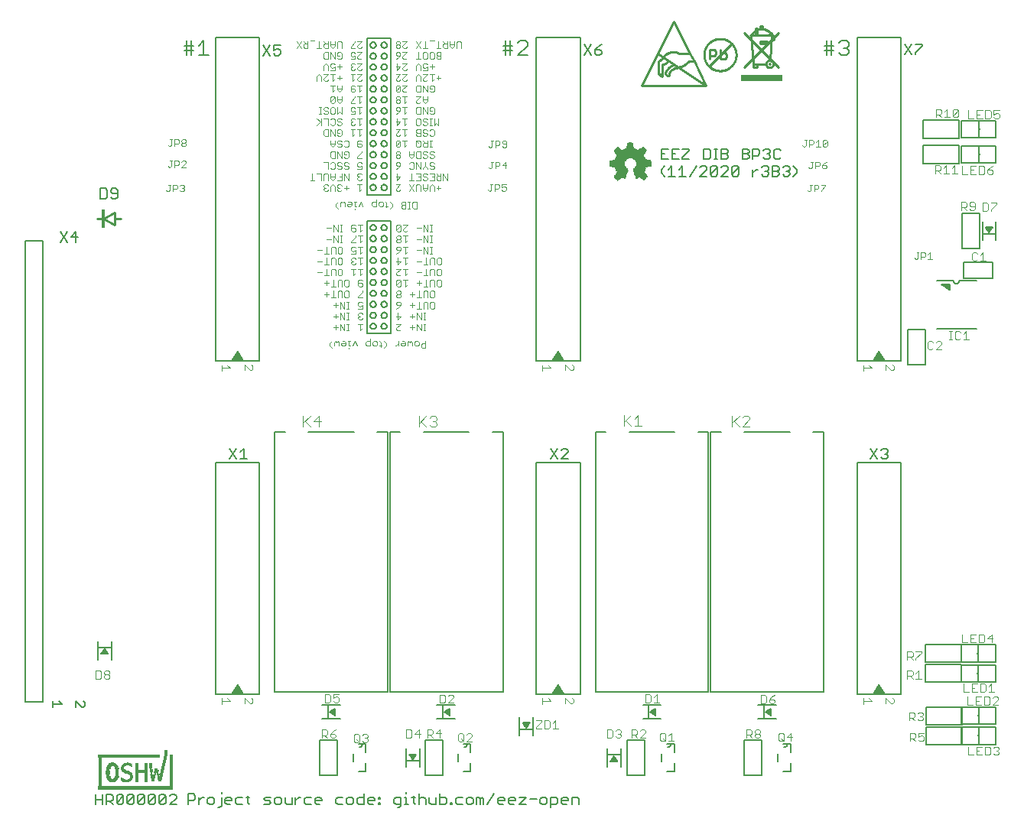
<source format=gto>
G75*
%MOIN*%
%OFA0B0*%
%FSLAX25Y25*%
%IPPOS*%
%LPD*%
%AMOC8*
5,1,8,0,0,1.08239X$1,22.5*
%
%ADD10R,0.01485X0.00015*%
%ADD11R,0.00045X0.00015*%
%ADD12R,0.00105X0.00015*%
%ADD13R,0.00165X0.00015*%
%ADD14R,0.00225X0.00015*%
%ADD15R,0.00285X0.00015*%
%ADD16R,0.00345X0.00015*%
%ADD17R,0.00405X0.00015*%
%ADD18R,0.00435X0.00015*%
%ADD19R,0.00465X0.00015*%
%ADD20R,0.00495X0.00015*%
%ADD21R,0.00540X0.00015*%
%ADD22R,0.00585X0.00015*%
%ADD23R,0.00645X0.00015*%
%ADD24R,0.00150X0.00015*%
%ADD25R,0.00675X0.00015*%
%ADD26R,0.00195X0.00015*%
%ADD27R,0.00705X0.00015*%
%ADD28R,0.00240X0.00015*%
%ADD29R,0.00735X0.00015*%
%ADD30R,0.00270X0.00015*%
%ADD31R,0.00765X0.00015*%
%ADD32R,0.00300X0.00015*%
%ADD33R,0.00810X0.00015*%
%ADD34R,0.00360X0.00015*%
%ADD35R,0.00855X0.00015*%
%ADD36R,0.00435X0.00015*%
%ADD37R,0.00915X0.00015*%
%ADD38R,0.00465X0.00015*%
%ADD39R,0.00945X0.00015*%
%ADD40R,0.00960X0.00015*%
%ADD41R,0.00525X0.00015*%
%ADD42R,0.00990X0.00015*%
%ADD43R,0.00555X0.00015*%
%ADD44R,0.01035X0.00015*%
%ADD45R,0.00600X0.00015*%
%ADD46R,0.01080X0.00015*%
%ADD47R,0.01125X0.00015*%
%ADD48R,0.01170X0.00015*%
%ADD49R,0.00720X0.00015*%
%ADD50R,0.01200X0.00015*%
%ADD51R,0.00750X0.00015*%
%ADD52R,0.01230X0.00015*%
%ADD53R,0.00780X0.00015*%
%ADD54R,0.01260X0.00015*%
%ADD55R,0.00810X0.00015*%
%ADD56R,0.01305X0.00015*%
%ADD57R,0.01365X0.00015*%
%ADD58R,0.00900X0.00015*%
%ADD59R,0.01395X0.00015*%
%ADD60R,0.01440X0.00015*%
%ADD61R,0.01470X0.00015*%
%ADD62R,0.01005X0.00015*%
%ADD63R,0.01500X0.00015*%
%ADD64R,0.01020X0.00015*%
%ADD65R,0.01530X0.00015*%
%ADD66R,0.01065X0.00015*%
%ADD67R,0.01575X0.00015*%
%ADD68R,0.01095X0.00015*%
%ADD69R,0.01635X0.00015*%
%ADD70R,0.01155X0.00015*%
%ADD71R,0.01680X0.00015*%
%ADD72R,0.01200X0.00015*%
%ADD73R,0.01710X0.00015*%
%ADD74R,0.01230X0.00015*%
%ADD75R,0.01725X0.00015*%
%ADD76R,0.01245X0.00015*%
%ADD77R,0.01755X0.00015*%
%ADD78R,0.01275X0.00015*%
%ADD79R,0.01800X0.00015*%
%ADD80R,0.01320X0.00015*%
%ADD81R,0.01860X0.00015*%
%ADD82R,0.01905X0.00015*%
%ADD83R,0.01410X0.00015*%
%ADD84R,0.01935X0.00015*%
%ADD85R,0.01455X0.00015*%
%ADD86R,0.01965X0.00015*%
%ADD87R,0.01485X0.00015*%
%ADD88R,0.01995X0.00015*%
%ADD89R,0.01515X0.00015*%
%ADD90R,0.02040X0.00015*%
%ADD91R,0.01530X0.00015*%
%ADD92R,0.02070X0.00015*%
%ADD93R,0.01575X0.00015*%
%ADD94R,0.02115X0.00015*%
%ADD95R,0.01620X0.00015*%
%ADD96R,0.02160X0.00015*%
%ADD97R,0.01665X0.00015*%
%ADD98R,0.02190X0.00015*%
%ADD99R,0.00075X0.00015*%
%ADD100R,0.01695X0.00015*%
%ADD101R,0.02220X0.00015*%
%ADD102R,0.00105X0.00015*%
%ADD103R,0.02235X0.00015*%
%ADD104R,0.00135X0.00015*%
%ADD105R,0.01755X0.00015*%
%ADD106R,0.02280X0.00015*%
%ADD107R,0.00180X0.00015*%
%ADD108R,0.01785X0.00015*%
%ADD109R,0.02340X0.00015*%
%ADD110R,0.00240X0.00015*%
%ADD111R,0.01830X0.00015*%
%ADD112R,0.02385X0.00015*%
%ADD113R,0.01890X0.00015*%
%ADD114R,0.02415X0.00015*%
%ADD115R,0.00330X0.00015*%
%ADD116R,0.00120X0.00015*%
%ADD117R,0.01920X0.00015*%
%ADD118R,0.02430X0.00015*%
%ADD119R,0.00375X0.00015*%
%ADD120R,0.02460X0.00015*%
%ADD121R,0.00405X0.00015*%
%ADD122R,0.00195X0.00015*%
%ADD123R,0.01965X0.00015*%
%ADD124R,0.02505X0.00015*%
%ADD125R,0.00210X0.00015*%
%ADD126R,0.02010X0.00015*%
%ADD127R,0.02535X0.00015*%
%ADD128R,0.00480X0.00015*%
%ADD129R,0.02580X0.00015*%
%ADD130R,0.00540X0.00015*%
%ADD131R,0.02085X0.00015*%
%ADD132R,0.02625X0.00015*%
%ADD133R,0.02130X0.00015*%
%ADD134R,0.02670X0.00015*%
%ADD135R,0.00630X0.00015*%
%ADD136R,0.02700X0.00015*%
%ADD137R,0.00660X0.00015*%
%ADD138R,0.00450X0.00015*%
%ADD139R,0.02190X0.00015*%
%ADD140R,0.02715X0.00015*%
%ADD141R,0.02205X0.00015*%
%ADD142R,0.02745X0.00015*%
%ADD143R,0.00510X0.00015*%
%ADD144R,0.02235X0.00015*%
%ADD145R,0.02775X0.00015*%
%ADD146R,0.02820X0.00015*%
%ADD147R,0.02310X0.00015*%
%ADD148R,0.02880X0.00015*%
%ADD149R,0.00855X0.00015*%
%ADD150R,0.02355X0.00015*%
%ADD151R,0.02895X0.00015*%
%ADD152R,0.00870X0.00015*%
%ADD153R,0.00660X0.00015*%
%ADD154R,0.02925X0.00015*%
%ADD155R,0.00690X0.00015*%
%ADD156R,0.02970X0.00015*%
%ADD157R,0.03000X0.00015*%
%ADD158R,0.00750X0.00015*%
%ADD159R,0.03045X0.00015*%
%ADD160R,0.01005X0.00015*%
%ADD161R,0.00780X0.00015*%
%ADD162R,0.02505X0.00015*%
%ADD163R,0.03090X0.00015*%
%ADD164R,0.01050X0.00015*%
%ADD165R,0.00825X0.00015*%
%ADD166R,0.02550X0.00015*%
%ADD167R,0.03135X0.00015*%
%ADD168R,0.01095X0.00015*%
%ADD169R,0.00870X0.00015*%
%ADD170R,0.03165X0.00015*%
%ADD171R,0.01125X0.00015*%
%ADD172R,0.02625X0.00015*%
%ADD173R,0.03195X0.00015*%
%ADD174R,0.01140X0.00015*%
%ADD175R,0.00930X0.00015*%
%ADD176R,0.02655X0.00015*%
%ADD177R,0.03210X0.00015*%
%ADD178R,0.00960X0.00015*%
%ADD179R,0.03240X0.00015*%
%ADD180R,0.02700X0.00015*%
%ADD181R,0.03285X0.00015*%
%ADD182R,0.01245X0.00015*%
%ADD183R,0.02745X0.00015*%
%ADD184R,0.03330X0.00015*%
%ADD185R,0.02790X0.00015*%
%ADD186R,0.03360X0.00015*%
%ADD187R,0.01110X0.00015*%
%ADD188R,0.02835X0.00015*%
%ADD189R,0.03390X0.00015*%
%ADD190R,0.01335X0.00015*%
%ADD191R,0.01140X0.00015*%
%ADD192R,0.02865X0.00015*%
%ADD193R,0.03420X0.00015*%
%ADD194R,0.01155X0.00015*%
%ADD195R,0.04905X0.00015*%
%ADD196R,0.04920X0.00015*%
%ADD197R,0.02940X0.00015*%
%ADD198R,0.04950X0.00015*%
%ADD199R,0.02985X0.00015*%
%ADD200R,0.04965X0.00015*%
%ADD201R,0.01275X0.00015*%
%ADD202R,0.03015X0.00015*%
%ADD203R,0.04980X0.00015*%
%ADD204R,0.03045X0.00015*%
%ADD205R,0.05010X0.00015*%
%ADD206R,0.01335X0.00015*%
%ADD207R,0.03075X0.00015*%
%ADD208R,0.01350X0.00015*%
%ADD209R,0.03105X0.00015*%
%ADD210R,0.05040X0.00015*%
%ADD211R,0.01380X0.00015*%
%ADD212R,0.05040X0.00015*%
%ADD213R,0.01410X0.00015*%
%ADD214R,0.03180X0.00015*%
%ADD215R,0.05070X0.00015*%
%ADD216R,0.03225X0.00015*%
%ADD217R,0.03255X0.00015*%
%ADD218R,0.05085X0.00015*%
%ADD219R,0.01515X0.00015*%
%ADD220R,0.03300X0.00015*%
%ADD221R,0.05100X0.00015*%
%ADD222R,0.04935X0.00015*%
%ADD223R,0.05115X0.00015*%
%ADD224R,0.04995X0.00015*%
%ADD225R,0.05130X0.00015*%
%ADD226R,0.05010X0.00015*%
%ADD227R,0.05130X0.00015*%
%ADD228R,0.05010X0.00015*%
%ADD229R,0.05025X0.00015*%
%ADD230R,0.05040X0.00015*%
%ADD231R,0.05055X0.00015*%
%ADD232R,0.05130X0.00015*%
%ADD233R,0.05085X0.00015*%
%ADD234R,0.05115X0.00015*%
%ADD235R,0.05145X0.00015*%
%ADD236R,0.05160X0.00015*%
%ADD237R,0.05130X0.00015*%
%ADD238R,0.05190X0.00015*%
%ADD239R,0.05190X0.00015*%
%ADD240R,0.05205X0.00015*%
%ADD241R,0.05220X0.00015*%
%ADD242R,0.05070X0.00015*%
%ADD243R,0.05085X0.00015*%
%ADD244R,0.05205X0.00015*%
%ADD245R,0.05220X0.00015*%
%ADD246R,0.05055X0.00015*%
%ADD247R,0.05025X0.00015*%
%ADD248R,0.05205X0.00015*%
%ADD249R,0.05025X0.00015*%
%ADD250R,0.05190X0.00015*%
%ADD251R,0.05190X0.00015*%
%ADD252R,0.04995X0.00015*%
%ADD253R,0.05175X0.00015*%
%ADD254R,0.04950X0.00015*%
%ADD255R,0.05145X0.00015*%
%ADD256R,0.05145X0.00015*%
%ADD257R,0.04920X0.00015*%
%ADD258R,0.04905X0.00015*%
%ADD259R,0.04905X0.00015*%
%ADD260R,0.05115X0.00015*%
%ADD261R,0.04890X0.00015*%
%ADD262R,0.04890X0.00015*%
%ADD263R,0.04875X0.00015*%
%ADD264R,0.04845X0.00015*%
%ADD265R,0.04830X0.00015*%
%ADD266R,0.04830X0.00015*%
%ADD267R,0.05070X0.00015*%
%ADD268R,0.04830X0.00015*%
%ADD269R,0.04815X0.00015*%
%ADD270R,0.04800X0.00015*%
%ADD271R,0.04800X0.00015*%
%ADD272R,0.05010X0.00015*%
%ADD273R,0.04785X0.00015*%
%ADD274R,0.04770X0.00015*%
%ADD275R,0.04770X0.00015*%
%ADD276R,0.04755X0.00015*%
%ADD277R,0.04740X0.00015*%
%ADD278R,0.04725X0.00015*%
%ADD279R,0.04725X0.00015*%
%ADD280R,0.04980X0.00015*%
%ADD281R,0.04710X0.00015*%
%ADD282R,0.04725X0.00015*%
%ADD283R,0.04710X0.00015*%
%ADD284R,0.04695X0.00015*%
%ADD285R,0.04680X0.00015*%
%ADD286R,0.04695X0.00015*%
%ADD287R,0.04680X0.00015*%
%ADD288R,0.04905X0.00015*%
%ADD289R,0.04665X0.00015*%
%ADD290R,0.04650X0.00015*%
%ADD291R,0.04635X0.00015*%
%ADD292R,0.04620X0.00015*%
%ADD293R,0.04620X0.00015*%
%ADD294R,0.04890X0.00015*%
%ADD295R,0.04605X0.00015*%
%ADD296R,0.04605X0.00015*%
%ADD297R,0.04590X0.00015*%
%ADD298R,0.04845X0.00015*%
%ADD299R,0.04575X0.00015*%
%ADD300R,0.04590X0.00015*%
%ADD301R,0.04575X0.00015*%
%ADD302R,0.04845X0.00015*%
%ADD303R,0.04560X0.00015*%
%ADD304R,0.04545X0.00015*%
%ADD305R,0.04530X0.00015*%
%ADD306R,0.04515X0.00015*%
%ADD307R,0.04530X0.00015*%
%ADD308R,0.04500X0.00015*%
%ADD309R,0.04515X0.00015*%
%ADD310R,0.04785X0.00015*%
%ADD311R,0.04485X0.00015*%
%ADD312R,0.04755X0.00015*%
%ADD313R,0.04470X0.00015*%
%ADD314R,0.04740X0.00015*%
%ADD315R,0.04485X0.00015*%
%ADD316R,0.04755X0.00015*%
%ADD317R,0.04545X0.00015*%
%ADD318R,0.04695X0.00015*%
%ADD319R,0.04680X0.00015*%
%ADD320R,0.04665X0.00015*%
%ADD321R,0.04725X0.00015*%
%ADD322R,0.04680X0.00015*%
%ADD323R,0.04860X0.00015*%
%ADD324R,0.04740X0.00015*%
%ADD325R,0.04875X0.00015*%
%ADD326R,0.04965X0.00015*%
%ADD327R,0.04860X0.00015*%
%ADD328R,0.04995X0.00015*%
%ADD329R,0.04875X0.00015*%
%ADD330R,0.04980X0.00015*%
%ADD331R,0.05235X0.00015*%
%ADD332R,0.05235X0.00015*%
%ADD333R,0.05250X0.00015*%
%ADD334R,0.05280X0.00015*%
%ADD335R,0.05295X0.00015*%
%ADD336R,0.05325X0.00015*%
%ADD337R,0.05340X0.00015*%
%ADD338R,0.05235X0.00015*%
%ADD339R,0.05355X0.00015*%
%ADD340R,0.05370X0.00015*%
%ADD341R,0.05265X0.00015*%
%ADD342R,0.05370X0.00015*%
%ADD343R,0.05280X0.00015*%
%ADD344R,0.05385X0.00015*%
%ADD345R,0.05295X0.00015*%
%ADD346R,0.05400X0.00015*%
%ADD347R,0.05415X0.00015*%
%ADD348R,0.05310X0.00015*%
%ADD349R,0.05430X0.00015*%
%ADD350R,0.05445X0.00015*%
%ADD351R,0.05460X0.00015*%
%ADD352R,0.05355X0.00015*%
%ADD353R,0.05475X0.00015*%
%ADD354R,0.05505X0.00015*%
%ADD355R,0.05520X0.00015*%
%ADD356R,0.05535X0.00015*%
%ADD357R,0.05550X0.00015*%
%ADD358R,0.05550X0.00015*%
%ADD359R,0.05475X0.00015*%
%ADD360R,0.05490X0.00015*%
%ADD361R,0.05475X0.00015*%
%ADD362R,0.05385X0.00015*%
%ADD363R,0.05370X0.00015*%
%ADD364R,0.05325X0.00015*%
%ADD365R,0.05310X0.00015*%
%ADD366R,0.05265X0.00015*%
%ADD367R,0.05175X0.00015*%
%ADD368R,0.04980X0.00015*%
%ADD369R,0.04965X0.00015*%
%ADD370R,0.04860X0.00015*%
%ADD371R,0.04845X0.00015*%
%ADD372R,0.04815X0.00015*%
%ADD373R,0.04770X0.00015*%
%ADD374R,0.05295X0.00015*%
%ADD375R,0.04635X0.00015*%
%ADD376R,0.05610X0.00015*%
%ADD377R,0.05700X0.00015*%
%ADD378R,0.05760X0.00015*%
%ADD379R,0.05805X0.00015*%
%ADD380R,0.05850X0.00015*%
%ADD381R,0.05895X0.00015*%
%ADD382R,0.06000X0.00015*%
%ADD383R,0.06135X0.00015*%
%ADD384R,0.06225X0.00015*%
%ADD385R,0.06300X0.00015*%
%ADD386R,0.06330X0.00015*%
%ADD387R,0.06375X0.00015*%
%ADD388R,0.06450X0.00015*%
%ADD389R,0.06570X0.00015*%
%ADD390R,0.05565X0.00015*%
%ADD391R,0.06690X0.00015*%
%ADD392R,0.06735X0.00015*%
%ADD393R,0.05790X0.00015*%
%ADD394R,0.06765X0.00015*%
%ADD395R,0.05850X0.00015*%
%ADD396R,0.06780X0.00015*%
%ADD397R,0.05895X0.00015*%
%ADD398R,0.06795X0.00015*%
%ADD399R,0.05955X0.00015*%
%ADD400R,0.06810X0.00015*%
%ADD401R,0.06060X0.00015*%
%ADD402R,0.06195X0.00015*%
%ADD403R,0.06825X0.00015*%
%ADD404R,0.06330X0.00015*%
%ADD405R,0.06840X0.00015*%
%ADD406R,0.06390X0.00015*%
%ADD407R,0.06495X0.00015*%
%ADD408R,0.06840X0.00015*%
%ADD409R,0.06555X0.00015*%
%ADD410R,0.06825X0.00015*%
%ADD411R,0.06645X0.00015*%
%ADD412R,0.06825X0.00015*%
%ADD413R,0.06705X0.00015*%
%ADD414R,0.06705X0.00015*%
%ADD415R,0.06810X0.00015*%
%ADD416R,0.06720X0.00015*%
%ADD417R,0.06795X0.00015*%
%ADD418R,0.06750X0.00015*%
%ADD419R,0.06765X0.00015*%
%ADD420R,0.06795X0.00015*%
%ADD421R,0.06780X0.00015*%
%ADD422R,0.06780X0.00015*%
%ADD423R,0.06750X0.00015*%
%ADD424R,0.06720X0.00015*%
%ADD425R,0.06720X0.00015*%
%ADD426R,0.06705X0.00015*%
%ADD427R,0.06705X0.00015*%
%ADD428R,0.06690X0.00015*%
%ADD429R,0.06675X0.00015*%
%ADD430R,0.06690X0.00015*%
%ADD431R,0.06675X0.00015*%
%ADD432R,0.06675X0.00015*%
%ADD433R,0.06660X0.00015*%
%ADD434R,0.06675X0.00015*%
%ADD435R,0.06660X0.00015*%
%ADD436R,0.06660X0.00015*%
%ADD437R,0.06645X0.00015*%
%ADD438R,0.06630X0.00015*%
%ADD439R,0.06660X0.00015*%
%ADD440R,0.06630X0.00015*%
%ADD441R,0.06645X0.00015*%
%ADD442R,0.06735X0.00015*%
%ADD443R,0.06765X0.00015*%
%ADD444R,0.06780X0.00015*%
%ADD445R,0.06825X0.00015*%
%ADD446R,0.06855X0.00015*%
%ADD447R,0.06855X0.00015*%
%ADD448R,0.06870X0.00015*%
%ADD449R,0.06885X0.00015*%
%ADD450R,0.06525X0.00015*%
%ADD451R,0.06405X0.00015*%
%ADD452R,0.06255X0.00015*%
%ADD453R,0.06165X0.00015*%
%ADD454R,0.06870X0.00015*%
%ADD455R,0.06120X0.00015*%
%ADD456R,0.06885X0.00015*%
%ADD457R,0.06060X0.00015*%
%ADD458R,0.06015X0.00015*%
%ADD459R,0.05910X0.00015*%
%ADD460R,0.05670X0.00015*%
%ADD461R,0.05595X0.00015*%
%ADD462R,0.06585X0.00015*%
%ADD463R,0.05160X0.00015*%
%ADD464R,0.06390X0.00015*%
%ADD465R,0.05025X0.00015*%
%ADD466R,0.06330X0.00015*%
%ADD467R,0.06075X0.00015*%
%ADD468R,0.05820X0.00015*%
%ADD469R,0.05775X0.00015*%
%ADD470R,0.05685X0.00015*%
%ADD471R,0.05460X0.00015*%
%ADD472R,0.04860X0.00015*%
%ADD473R,0.04935X0.00015*%
%ADD474R,0.05160X0.00015*%
%ADD475R,0.05325X0.00015*%
%ADD476R,0.05340X0.00015*%
%ADD477R,0.05355X0.00015*%
%ADD478R,0.05430X0.00015*%
%ADD479R,0.05535X0.00015*%
%ADD480R,0.05595X0.00015*%
%ADD481R,0.05640X0.00015*%
%ADD482R,0.05640X0.00015*%
%ADD483R,0.05670X0.00015*%
%ADD484R,0.05685X0.00015*%
%ADD485R,0.05700X0.00015*%
%ADD486R,0.05715X0.00015*%
%ADD487R,0.05715X0.00015*%
%ADD488R,0.05730X0.00015*%
%ADD489R,0.05745X0.00015*%
%ADD490R,0.05760X0.00015*%
%ADD491R,0.06000X0.00015*%
%ADD492R,0.06105X0.00015*%
%ADD493R,0.06180X0.00015*%
%ADD494R,0.06210X0.00015*%
%ADD495R,0.12690X0.00015*%
%ADD496R,0.12675X0.00015*%
%ADD497R,0.12660X0.00015*%
%ADD498R,0.12660X0.00015*%
%ADD499R,0.12645X0.00015*%
%ADD500R,0.12615X0.00015*%
%ADD501R,0.12600X0.00015*%
%ADD502R,0.12585X0.00015*%
%ADD503R,0.12555X0.00015*%
%ADD504R,0.12540X0.00015*%
%ADD505R,0.12525X0.00015*%
%ADD506R,0.12510X0.00015*%
%ADD507R,0.12510X0.00015*%
%ADD508R,0.12480X0.00015*%
%ADD509R,0.12450X0.00015*%
%ADD510R,0.12435X0.00015*%
%ADD511R,0.12420X0.00015*%
%ADD512R,0.12390X0.00015*%
%ADD513R,0.12375X0.00015*%
%ADD514R,0.12360X0.00015*%
%ADD515R,0.12330X0.00015*%
%ADD516R,0.12300X0.00015*%
%ADD517R,0.12285X0.00015*%
%ADD518R,0.12270X0.00015*%
%ADD519R,0.12255X0.00015*%
%ADD520R,0.12240X0.00015*%
%ADD521R,0.12225X0.00015*%
%ADD522R,0.12195X0.00015*%
%ADD523R,0.12165X0.00015*%
%ADD524R,0.12150X0.00015*%
%ADD525R,0.12135X0.00015*%
%ADD526R,0.12120X0.00015*%
%ADD527R,0.12090X0.00015*%
%ADD528R,0.12075X0.00015*%
%ADD529R,0.12060X0.00015*%
%ADD530R,0.12045X0.00015*%
%ADD531R,0.12015X0.00015*%
%ADD532R,0.12000X0.00015*%
%ADD533R,0.11985X0.00015*%
%ADD534R,0.11955X0.00015*%
%ADD535R,0.11940X0.00015*%
%ADD536R,0.11925X0.00015*%
%ADD537R,0.11910X0.00015*%
%ADD538R,0.11910X0.00015*%
%ADD539R,0.11880X0.00015*%
%ADD540R,0.11850X0.00015*%
%ADD541R,0.11835X0.00015*%
%ADD542R,0.11805X0.00015*%
%ADD543R,0.11775X0.00015*%
%ADD544R,0.11760X0.00015*%
%ADD545R,0.11745X0.00015*%
%ADD546R,0.11730X0.00015*%
%ADD547R,0.11700X0.00015*%
%ADD548R,0.11700X0.00015*%
%ADD549R,0.11685X0.00015*%
%ADD550R,0.11655X0.00015*%
%ADD551R,0.11640X0.00015*%
%ADD552R,0.11625X0.00015*%
%ADD553R,0.11625X0.00015*%
%ADD554R,0.11670X0.00015*%
%ADD555R,0.11715X0.00015*%
%ADD556R,0.11790X0.00015*%
%ADD557R,0.11820X0.00015*%
%ADD558R,0.11820X0.00015*%
%ADD559R,0.11880X0.00015*%
%ADD560R,0.11895X0.00015*%
%ADD561R,0.11970X0.00015*%
%ADD562R,0.12045X0.00015*%
%ADD563R,0.12075X0.00015*%
%ADD564R,0.12105X0.00015*%
%ADD565R,0.12135X0.00015*%
%ADD566R,0.12165X0.00015*%
%ADD567R,0.12180X0.00015*%
%ADD568R,0.12195X0.00015*%
%ADD569R,0.12210X0.00015*%
%ADD570R,0.12225X0.00015*%
%ADD571R,0.12255X0.00015*%
%ADD572R,0.12360X0.00015*%
%ADD573R,0.12390X0.00015*%
%ADD574R,0.12405X0.00015*%
%ADD575R,0.12435X0.00015*%
%ADD576R,0.12480X0.00015*%
%ADD577R,0.12480X0.00015*%
%ADD578R,0.12510X0.00015*%
%ADD579R,0.12570X0.00015*%
%ADD580R,0.12630X0.00015*%
%ADD581R,0.12675X0.00015*%
%ADD582R,0.12705X0.00015*%
%ADD583R,0.12735X0.00015*%
%ADD584R,0.12750X0.00015*%
%ADD585R,0.12780X0.00015*%
%ADD586R,0.12795X0.00015*%
%ADD587R,0.12810X0.00015*%
%ADD588R,0.12840X0.00015*%
%ADD589R,0.12855X0.00015*%
%ADD590R,0.12885X0.00015*%
%ADD591R,0.12900X0.00015*%
%ADD592R,0.12915X0.00015*%
%ADD593R,0.12945X0.00015*%
%ADD594R,0.12960X0.00015*%
%ADD595R,0.12990X0.00015*%
%ADD596R,0.13005X0.00015*%
%ADD597R,0.13020X0.00015*%
%ADD598R,0.13035X0.00015*%
%ADD599R,0.13065X0.00015*%
%ADD600R,0.13080X0.00015*%
%ADD601R,0.13110X0.00015*%
%ADD602R,0.13125X0.00015*%
%ADD603R,0.13155X0.00015*%
%ADD604R,0.13170X0.00015*%
%ADD605R,0.13200X0.00015*%
%ADD606R,0.13230X0.00015*%
%ADD607R,0.13260X0.00015*%
%ADD608R,0.13290X0.00015*%
%ADD609R,0.13320X0.00015*%
%ADD610R,0.13350X0.00015*%
%ADD611R,0.13365X0.00015*%
%ADD612R,0.13395X0.00015*%
%ADD613R,0.13425X0.00015*%
%ADD614R,0.13455X0.00015*%
%ADD615R,0.13470X0.00015*%
%ADD616R,0.13500X0.00015*%
%ADD617R,0.13530X0.00015*%
%ADD618R,0.13560X0.00015*%
%ADD619R,0.13575X0.00015*%
%ADD620R,0.13605X0.00015*%
%ADD621R,0.13635X0.00015*%
%ADD622R,0.13650X0.00015*%
%ADD623R,0.13680X0.00015*%
%ADD624R,0.13695X0.00015*%
%ADD625R,0.13725X0.00015*%
%ADD626R,0.13740X0.00015*%
%ADD627R,0.13770X0.00015*%
%ADD628R,0.13785X0.00015*%
%ADD629R,0.13800X0.00015*%
%ADD630R,0.13830X0.00015*%
%ADD631R,0.13860X0.00015*%
%ADD632R,0.13875X0.00015*%
%ADD633R,0.13905X0.00015*%
%ADD634R,0.13935X0.00015*%
%ADD635R,0.13950X0.00015*%
%ADD636R,0.13980X0.00015*%
%ADD637R,0.14010X0.00015*%
%ADD638R,0.14025X0.00015*%
%ADD639R,0.14055X0.00015*%
%ADD640R,0.14070X0.00015*%
%ADD641R,0.14085X0.00015*%
%ADD642R,0.14115X0.00015*%
%ADD643R,0.14145X0.00015*%
%ADD644R,0.14160X0.00015*%
%ADD645R,0.14190X0.00015*%
%ADD646R,0.14205X0.00015*%
%ADD647R,0.14220X0.00015*%
%ADD648R,0.14235X0.00015*%
%ADD649R,0.14265X0.00015*%
%ADD650R,0.14280X0.00015*%
%ADD651R,0.14295X0.00015*%
%ADD652R,0.14295X0.00015*%
%ADD653R,0.14250X0.00015*%
%ADD654R,0.14205X0.00015*%
%ADD655R,0.14175X0.00015*%
%ADD656R,0.14160X0.00015*%
%ADD657R,0.14130X0.00015*%
%ADD658R,0.14100X0.00015*%
%ADD659R,0.14040X0.00015*%
%ADD660R,0.14010X0.00015*%
%ADD661R,0.03465X0.00015*%
%ADD662R,0.10440X0.00015*%
%ADD663R,0.03420X0.00015*%
%ADD664R,0.10395X0.00015*%
%ADD665R,0.03375X0.00015*%
%ADD666R,0.10335X0.00015*%
%ADD667R,0.03570X0.00015*%
%ADD668R,0.06600X0.00015*%
%ADD669R,0.03525X0.00015*%
%ADD670R,0.03270X0.00015*%
%ADD671R,0.03495X0.00015*%
%ADD672R,0.03210X0.00015*%
%ADD673R,0.06480X0.00015*%
%ADD674R,0.03435X0.00015*%
%ADD675R,0.03165X0.00015*%
%ADD676R,0.03390X0.00015*%
%ADD677R,0.03120X0.00015*%
%ADD678R,0.06315X0.00015*%
%ADD679R,0.03345X0.00015*%
%ADD680R,0.03090X0.00015*%
%ADD681R,0.03075X0.00015*%
%ADD682R,0.06225X0.00015*%
%ADD683R,0.03270X0.00015*%
%ADD684R,0.06180X0.00015*%
%ADD685R,0.02970X0.00015*%
%ADD686R,0.06075X0.00015*%
%ADD687R,0.03195X0.00015*%
%ADD688R,0.02925X0.00015*%
%ADD689R,0.05985X0.00015*%
%ADD690R,0.03135X0.00015*%
%ADD691R,0.02850X0.00015*%
%ADD692R,0.05835X0.00015*%
%ADD693R,0.03030X0.00015*%
%ADD694R,0.02805X0.00015*%
%ADD695R,0.02730X0.00015*%
%ADD696R,0.05625X0.00015*%
%ADD697R,0.02925X0.00015*%
%ADD698R,0.02640X0.00015*%
%ADD699R,0.02595X0.00015*%
%ADD700R,0.02565X0.00015*%
%ADD701R,0.02760X0.00015*%
%ADD702R,0.02520X0.00015*%
%ADD703R,0.02730X0.00015*%
%ADD704R,0.02475X0.00015*%
%ADD705R,0.02685X0.00015*%
%ADD706R,0.02445X0.00015*%
%ADD707R,0.02400X0.00015*%
%ADD708R,0.02370X0.00015*%
%ADD709R,0.02565X0.00015*%
%ADD710R,0.02340X0.00015*%
%ADD711R,0.02325X0.00015*%
%ADD712R,0.02505X0.00015*%
%ADD713R,0.02280X0.00015*%
%ADD714R,0.02460X0.00015*%
%ADD715R,0.04560X0.00015*%
%ADD716R,0.02190X0.00015*%
%ADD717R,0.04440X0.00015*%
%ADD718R,0.02370X0.00015*%
%ADD719R,0.02145X0.00015*%
%ADD720R,0.04365X0.00015*%
%ADD721R,0.04320X0.00015*%
%ADD722R,0.02310X0.00015*%
%ADD723R,0.02100X0.00015*%
%ADD724R,0.04260X0.00015*%
%ADD725R,0.04200X0.00015*%
%ADD726R,0.02265X0.00015*%
%ADD727R,0.02040X0.00015*%
%ADD728R,0.04095X0.00015*%
%ADD729R,0.02220X0.00015*%
%ADD730R,0.03915X0.00015*%
%ADD731R,0.02175X0.00015*%
%ADD732R,0.03765X0.00015*%
%ADD733R,0.03675X0.00015*%
%ADD734R,0.01890X0.00015*%
%ADD735R,0.03615X0.00015*%
%ADD736R,0.02055X0.00015*%
%ADD737R,0.01860X0.00015*%
%ADD738R,0.03555X0.00015*%
%ADD739R,0.01815X0.00015*%
%ADD740R,0.03450X0.00015*%
%ADD741R,0.01725X0.00015*%
%ADD742R,0.03315X0.00015*%
%ADD743R,0.01905X0.00015*%
%ADD744R,0.01680X0.00015*%
%ADD745R,0.01650X0.00015*%
%ADD746R,0.01620X0.00015*%
%ADD747R,0.01590X0.00015*%
%ADD748R,0.01770X0.00015*%
%ADD749R,0.01560X0.00015*%
%ADD750R,0.03240X0.00015*%
%ADD751R,0.01740X0.00015*%
%ADD752R,0.01665X0.00015*%
%ADD753R,0.01455X0.00015*%
%ADD754R,0.01635X0.00015*%
%ADD755R,0.01410X0.00015*%
%ADD756R,0.01395X0.00015*%
%ADD757R,0.01365X0.00015*%
%ADD758R,0.01335X0.00015*%
%ADD759R,0.01290X0.00015*%
%ADD760R,0.03210X0.00015*%
%ADD761R,0.01455X0.00015*%
%ADD762R,0.01185X0.00015*%
%ADD763R,0.01290X0.00015*%
%ADD764R,0.01110X0.00015*%
%ADD765R,0.01260X0.00015*%
%ADD766R,0.03180X0.00015*%
%ADD767R,0.00975X0.00015*%
%ADD768R,0.03150X0.00015*%
%ADD769R,0.00885X0.00015*%
%ADD770R,0.03150X0.00015*%
%ADD771R,0.01050X0.00015*%
%ADD772R,0.00795X0.00015*%
%ADD773R,0.00885X0.00015*%
%ADD774R,0.00690X0.00015*%
%ADD775R,0.00840X0.00015*%
%ADD776R,0.00570X0.00015*%
%ADD777R,0.00525X0.00015*%
%ADD778R,0.03105X0.00015*%
%ADD779R,0.00660X0.00015*%
%ADD780R,0.00615X0.00015*%
%ADD781R,0.00420X0.00015*%
%ADD782R,0.00555X0.00015*%
%ADD783R,0.00390X0.00015*%
%ADD784R,0.00525X0.00015*%
%ADD785R,0.00360X0.00015*%
%ADD786R,0.00495X0.00015*%
%ADD787R,0.03075X0.00015*%
%ADD788R,0.00450X0.00015*%
%ADD789R,0.00225X0.00015*%
%ADD790R,0.00345X0.00015*%
%ADD791R,0.00255X0.00015*%
%ADD792R,0.03060X0.00015*%
%ADD793R,0.00180X0.00015*%
%ADD794R,0.00075X0.00015*%
%ADD795R,0.03000X0.00015*%
%ADD796R,0.02955X0.00015*%
%ADD797R,0.02940X0.00015*%
%ADD798R,0.02940X0.00015*%
%ADD799R,0.02910X0.00015*%
%ADD800R,0.02910X0.00015*%
%ADD801R,0.02865X0.00015*%
%ADD802R,0.02805X0.00015*%
%ADD803R,0.02775X0.00015*%
%ADD804R,0.02760X0.00015*%
%ADD805R,0.02655X0.00015*%
%ADD806R,0.02640X0.00015*%
%ADD807R,0.02610X0.00015*%
%ADD808R,0.02595X0.00015*%
%ADD809R,0.02535X0.00015*%
%ADD810R,0.02475X0.00015*%
%ADD811R,0.02175X0.00015*%
%ADD812R,0.01575X0.00015*%
%ADD813C,0.00500*%
%ADD814C,0.00700*%
%ADD815C,0.00300*%
%ADD816C,0.00800*%
%ADD817C,0.00400*%
%ADD818R,0.00787X0.05512*%
%ADD819C,0.00600*%
%ADD820R,0.00787X0.00787*%
%ADD821C,0.01000*%
%ADD822R,0.18000X0.03000*%
%ADD823R,0.05512X0.00787*%
%ADD824R,0.01181X0.08268*%
%ADD825R,0.32700X0.00300*%
%ADD826R,0.01500X0.00300*%
%ADD827R,0.02700X0.00300*%
%ADD828R,0.03000X0.00300*%
%ADD829R,0.03600X0.00300*%
%ADD830R,0.04200X0.00300*%
%ADD831R,0.04800X0.00300*%
%ADD832R,0.04500X0.00300*%
%ADD833R,0.02100X0.00300*%
%ADD834R,0.01800X0.00300*%
%ADD835R,0.01200X0.00300*%
%ADD836R,0.00600X0.00300*%
%ADD837R,0.00900X0.00300*%
%ADD838R,0.02400X0.00300*%
%ADD839R,0.03300X0.00300*%
%ADD840R,0.05400X0.00300*%
%ADD841R,0.03900X0.00300*%
%ADD842R,0.27000X0.00300*%
D10*
X0352927Y0306257D03*
D11*
X0350036Y0300548D03*
X0358242Y0301418D03*
X0361422Y0300713D03*
D12*
X0350036Y0300563D03*
D13*
X0350036Y0300578D03*
D14*
X0350036Y0300593D03*
D15*
X0350036Y0300607D03*
X0350127Y0314993D03*
D16*
X0350036Y0300622D03*
X0358286Y0301507D03*
D17*
X0358301Y0301522D03*
X0350036Y0300637D03*
D18*
X0350036Y0300653D03*
D19*
X0350036Y0300668D03*
D20*
X0350036Y0300683D03*
X0361422Y0300848D03*
D21*
X0350044Y0300698D03*
D22*
X0350051Y0300713D03*
X0353066Y0301522D03*
X0358377Y0301613D03*
D23*
X0358392Y0301628D03*
X0361407Y0300907D03*
X0350051Y0300728D03*
D24*
X0358234Y0301448D03*
X0361429Y0300728D03*
D25*
X0361407Y0300922D03*
X0353036Y0301568D03*
X0350051Y0300743D03*
D26*
X0361422Y0300743D03*
D27*
X0358422Y0301672D03*
X0353022Y0301583D03*
X0350051Y0300757D03*
D28*
X0361429Y0300757D03*
D29*
X0350052Y0300772D03*
D30*
X0358264Y0301493D03*
X0361429Y0300772D03*
D31*
X0353006Y0301598D03*
X0350052Y0300787D03*
D32*
X0353164Y0301418D03*
X0361429Y0300787D03*
X0361054Y0315037D03*
D33*
X0350059Y0300803D03*
D34*
X0361429Y0300803D03*
D35*
X0361392Y0300998D03*
X0350066Y0300818D03*
D36*
X0353126Y0301478D03*
X0358317Y0301537D03*
X0361421Y0300818D03*
D37*
X0358481Y0301748D03*
X0352946Y0301672D03*
X0350066Y0300833D03*
X0350157Y0314737D03*
D38*
X0350141Y0314918D03*
X0361421Y0300833D03*
D39*
X0361392Y0301028D03*
X0352931Y0301687D03*
X0350066Y0300848D03*
X0361031Y0314798D03*
X0355451Y0316913D03*
D40*
X0350074Y0300863D03*
D41*
X0361422Y0300863D03*
D42*
X0361384Y0301043D03*
X0358504Y0301793D03*
X0350074Y0300878D03*
X0361024Y0314783D03*
D43*
X0361422Y0300878D03*
D44*
X0350082Y0300893D03*
D45*
X0361414Y0300893D03*
X0350149Y0314872D03*
D46*
X0361024Y0314737D03*
X0358534Y0301822D03*
X0350074Y0300907D03*
D47*
X0350082Y0300922D03*
D48*
X0350089Y0300937D03*
X0352864Y0301778D03*
X0358564Y0301883D03*
X0361009Y0314707D03*
D49*
X0361039Y0314887D03*
X0361399Y0300937D03*
D50*
X0350089Y0300953D03*
D51*
X0361399Y0300953D03*
D52*
X0350089Y0300968D03*
X0350179Y0314618D03*
X0361009Y0314693D03*
D53*
X0361039Y0314857D03*
X0361399Y0300968D03*
D54*
X0350089Y0300983D03*
D55*
X0352984Y0301613D03*
X0361399Y0300983D03*
X0361039Y0314843D03*
D56*
X0358617Y0301943D03*
X0350097Y0300998D03*
D57*
X0350097Y0301013D03*
X0352797Y0301868D03*
X0361361Y0301207D03*
D58*
X0361384Y0301013D03*
X0352954Y0301657D03*
D59*
X0350097Y0301028D03*
D60*
X0350104Y0301043D03*
D61*
X0350104Y0301057D03*
X0358654Y0302033D03*
D62*
X0361376Y0301057D03*
D63*
X0350104Y0301072D03*
X0350194Y0314513D03*
X0360994Y0314587D03*
D64*
X0361024Y0314768D03*
X0350164Y0314707D03*
X0361384Y0301072D03*
D65*
X0350104Y0301087D03*
D66*
X0361376Y0301087D03*
D67*
X0350111Y0301103D03*
D68*
X0361376Y0301103D03*
D69*
X0350111Y0301118D03*
D70*
X0361376Y0301118D03*
D71*
X0350119Y0301133D03*
D72*
X0352864Y0301793D03*
X0358579Y0301898D03*
X0361369Y0301133D03*
D73*
X0350119Y0301148D03*
D74*
X0361369Y0301148D03*
D75*
X0361332Y0301357D03*
X0350126Y0301163D03*
D76*
X0361361Y0301163D03*
D77*
X0350126Y0301178D03*
D78*
X0352826Y0301822D03*
X0361361Y0301178D03*
D79*
X0350119Y0301193D03*
X0360979Y0314468D03*
D80*
X0361009Y0314648D03*
X0361354Y0301193D03*
X0352819Y0301837D03*
D81*
X0350134Y0301207D03*
D82*
X0350141Y0301222D03*
X0350217Y0314348D03*
D83*
X0361354Y0301222D03*
D84*
X0361317Y0301448D03*
X0350141Y0301237D03*
X0350217Y0314333D03*
X0355632Y0316883D03*
D85*
X0358647Y0302018D03*
X0361347Y0301237D03*
D86*
X0350141Y0301253D03*
D87*
X0361346Y0301253D03*
D88*
X0350141Y0301268D03*
X0350217Y0314318D03*
D89*
X0361346Y0301268D03*
D90*
X0361309Y0301493D03*
X0350149Y0301283D03*
X0360964Y0314378D03*
D91*
X0360994Y0314572D03*
X0361339Y0301283D03*
D92*
X0350149Y0301298D03*
X0350224Y0314287D03*
D93*
X0361347Y0301298D03*
D94*
X0350157Y0301313D03*
D95*
X0361339Y0301313D03*
D96*
X0361294Y0301537D03*
X0350164Y0301328D03*
D97*
X0361332Y0301328D03*
D98*
X0350164Y0301343D03*
D99*
X0353216Y0301343D03*
D100*
X0361332Y0301343D03*
D101*
X0350164Y0301357D03*
D102*
X0353217Y0301357D03*
D103*
X0350171Y0301372D03*
X0350232Y0314213D03*
X0355647Y0316837D03*
D104*
X0353217Y0301372D03*
D105*
X0361331Y0301372D03*
D106*
X0361279Y0301598D03*
X0350179Y0301387D03*
D107*
X0353194Y0301387D03*
D108*
X0361331Y0301387D03*
X0350201Y0314407D03*
D109*
X0350179Y0301403D03*
D110*
X0353179Y0301403D03*
D111*
X0361324Y0301403D03*
X0360979Y0314453D03*
D112*
X0361272Y0301643D03*
X0350186Y0301418D03*
D113*
X0361324Y0301418D03*
D114*
X0361272Y0301657D03*
X0350186Y0301433D03*
X0360927Y0314213D03*
D115*
X0350134Y0314978D03*
X0353149Y0301433D03*
D116*
X0358234Y0301433D03*
X0350134Y0315022D03*
D117*
X0361324Y0301433D03*
D118*
X0361264Y0301672D03*
X0350194Y0301448D03*
X0355639Y0316763D03*
D119*
X0353141Y0301448D03*
D120*
X0350194Y0301463D03*
X0361264Y0301687D03*
D121*
X0353141Y0301463D03*
D122*
X0358241Y0301463D03*
D123*
X0361317Y0301463D03*
X0360971Y0314407D03*
D124*
X0350201Y0301478D03*
D125*
X0358249Y0301478D03*
D126*
X0361309Y0301478D03*
X0360964Y0314393D03*
D127*
X0360911Y0314168D03*
X0355632Y0316507D03*
X0355632Y0316522D03*
X0355632Y0316537D03*
X0355632Y0316568D03*
X0350202Y0301493D03*
D128*
X0353119Y0301493D03*
X0358324Y0301568D03*
X0361054Y0314978D03*
D129*
X0360904Y0314137D03*
X0355639Y0316433D03*
X0361249Y0301733D03*
X0350209Y0301507D03*
D130*
X0353089Y0301507D03*
X0358354Y0301598D03*
D131*
X0361301Y0301507D03*
X0360957Y0314348D03*
D132*
X0350216Y0301522D03*
D133*
X0361294Y0301522D03*
X0360949Y0314333D03*
X0350224Y0314257D03*
D134*
X0350284Y0314018D03*
X0355624Y0316222D03*
X0355624Y0316237D03*
X0361234Y0301778D03*
X0350224Y0301537D03*
D135*
X0353059Y0301537D03*
X0350149Y0314857D03*
D136*
X0355624Y0316103D03*
X0350224Y0301553D03*
D137*
X0353044Y0301553D03*
D138*
X0358324Y0301553D03*
D139*
X0361294Y0301553D03*
D140*
X0350231Y0301568D03*
X0355631Y0315998D03*
X0355631Y0316013D03*
X0355631Y0316028D03*
X0355631Y0316043D03*
X0355631Y0316057D03*
D141*
X0361286Y0301568D03*
D142*
X0350231Y0301583D03*
X0355631Y0315922D03*
D143*
X0358339Y0301583D03*
D144*
X0361286Y0301583D03*
D145*
X0350232Y0301598D03*
X0350291Y0313987D03*
X0360882Y0314063D03*
D146*
X0355624Y0315757D03*
X0355624Y0315772D03*
X0350299Y0313957D03*
X0350239Y0301613D03*
D147*
X0361279Y0301613D03*
D148*
X0361219Y0301868D03*
X0350239Y0301628D03*
X0350299Y0313928D03*
X0355624Y0315548D03*
X0355624Y0315563D03*
X0355624Y0315578D03*
X0355624Y0315593D03*
X0355624Y0315607D03*
X0355624Y0315622D03*
X0355624Y0315637D03*
X0360874Y0314018D03*
D149*
X0352961Y0301628D03*
D150*
X0361272Y0301628D03*
D151*
X0361211Y0301883D03*
X0350247Y0301643D03*
D152*
X0352954Y0301643D03*
D153*
X0358399Y0301643D03*
X0350149Y0314843D03*
D154*
X0350247Y0301657D03*
D155*
X0358414Y0301657D03*
D156*
X0350254Y0301672D03*
D157*
X0350254Y0301687D03*
X0355609Y0315187D03*
X0355609Y0315218D03*
X0355609Y0315233D03*
X0360859Y0313972D03*
D158*
X0361039Y0314872D03*
X0350149Y0314813D03*
X0358429Y0301687D03*
D159*
X0350261Y0301703D03*
D160*
X0352917Y0301703D03*
D161*
X0358444Y0301703D03*
D162*
X0361256Y0301703D03*
D163*
X0350269Y0301718D03*
X0355624Y0314948D03*
X0355624Y0314963D03*
X0355624Y0314978D03*
D164*
X0350164Y0314693D03*
X0352894Y0301718D03*
X0358519Y0301807D03*
D165*
X0358466Y0301718D03*
X0350157Y0314783D03*
D166*
X0355639Y0316493D03*
X0361249Y0301718D03*
D167*
X0361182Y0301987D03*
X0350276Y0301733D03*
X0355617Y0314783D03*
X0355617Y0314798D03*
X0355617Y0314813D03*
X0355617Y0314828D03*
X0355617Y0314843D03*
D168*
X0352886Y0301733D03*
D169*
X0358474Y0301733D03*
X0350149Y0314768D03*
D170*
X0355602Y0314722D03*
X0355602Y0314707D03*
X0350276Y0301748D03*
D171*
X0352886Y0301748D03*
X0350172Y0314663D03*
X0361016Y0314722D03*
D172*
X0360897Y0314122D03*
X0355632Y0316328D03*
X0355632Y0316343D03*
X0355632Y0316357D03*
X0350276Y0314048D03*
X0361241Y0301748D03*
D173*
X0350276Y0301763D03*
D174*
X0352879Y0301763D03*
D175*
X0358489Y0301763D03*
D176*
X0361242Y0301763D03*
X0355631Y0316268D03*
X0355631Y0316283D03*
X0355631Y0316298D03*
D177*
X0350284Y0301778D03*
D178*
X0358489Y0301778D03*
D179*
X0350284Y0301793D03*
D180*
X0361234Y0301793D03*
X0355624Y0316072D03*
X0355624Y0316087D03*
X0355624Y0316118D03*
X0355624Y0316133D03*
D181*
X0355616Y0314437D03*
X0350292Y0301807D03*
D182*
X0352842Y0301807D03*
X0358586Y0301913D03*
D183*
X0361226Y0301807D03*
D184*
X0350299Y0301822D03*
X0350344Y0313733D03*
D185*
X0355624Y0315818D03*
X0355624Y0315833D03*
X0361219Y0301822D03*
D186*
X0350299Y0301837D03*
X0355624Y0314407D03*
D187*
X0358549Y0301837D03*
D188*
X0361211Y0301837D03*
X0360882Y0314033D03*
X0355617Y0315728D03*
X0355617Y0315743D03*
D189*
X0350299Y0301853D03*
D190*
X0352811Y0301853D03*
D191*
X0358549Y0301853D03*
D192*
X0361211Y0301853D03*
X0355617Y0315653D03*
D193*
X0350299Y0301868D03*
D194*
X0358557Y0301868D03*
X0350172Y0314648D03*
D195*
X0351206Y0306278D03*
X0351447Y0306007D03*
X0351417Y0302933D03*
X0351026Y0301883D03*
X0359741Y0303622D03*
X0359756Y0303593D03*
X0360356Y0302063D03*
D196*
X0359839Y0303443D03*
X0359824Y0303472D03*
X0359824Y0303487D03*
X0359809Y0303518D03*
X0359764Y0305948D03*
X0359749Y0309713D03*
X0359734Y0309728D03*
X0359719Y0309743D03*
X0351199Y0309383D03*
X0351454Y0305993D03*
X0351469Y0305978D03*
X0351364Y0302857D03*
X0351349Y0302828D03*
X0351334Y0302798D03*
X0351019Y0301898D03*
D197*
X0361204Y0301898D03*
D198*
X0360364Y0302093D03*
X0359854Y0303413D03*
X0359329Y0304807D03*
X0359704Y0309772D03*
X0351544Y0309757D03*
X0351484Y0305948D03*
X0351499Y0305933D03*
X0351994Y0304643D03*
X0351994Y0304628D03*
X0351319Y0302768D03*
X0351019Y0301913D03*
D199*
X0361196Y0301913D03*
X0355616Y0315248D03*
D200*
X0351567Y0309787D03*
X0351552Y0309772D03*
X0351161Y0306293D03*
X0351297Y0302737D03*
X0351297Y0302722D03*
X0351011Y0301928D03*
X0359321Y0304822D03*
X0359861Y0303398D03*
X0359876Y0303383D03*
X0360371Y0302107D03*
X0359682Y0309787D03*
D201*
X0358601Y0301928D03*
D202*
X0361181Y0301928D03*
X0350322Y0313883D03*
D203*
X0351169Y0309368D03*
X0351514Y0305918D03*
X0351289Y0302707D03*
X0351274Y0302678D03*
X0351004Y0301943D03*
X0359884Y0303368D03*
X0359899Y0303337D03*
X0359899Y0303322D03*
X0359914Y0303307D03*
D204*
X0361181Y0301943D03*
X0360851Y0313943D03*
X0355616Y0315098D03*
X0355616Y0315113D03*
X0355616Y0315128D03*
X0350322Y0313868D03*
D205*
X0351589Y0309833D03*
X0351004Y0301972D03*
X0351004Y0301957D03*
X0359989Y0303172D03*
X0359689Y0305857D03*
D206*
X0358617Y0301957D03*
D207*
X0361182Y0301957D03*
D208*
X0358624Y0301972D03*
X0361009Y0314633D03*
D209*
X0355617Y0314857D03*
X0355617Y0314872D03*
X0355617Y0314887D03*
X0355617Y0314918D03*
X0355617Y0314933D03*
X0361182Y0301972D03*
D210*
X0360019Y0303113D03*
X0360004Y0303128D03*
X0351184Y0302528D03*
X0351184Y0302513D03*
X0351169Y0302498D03*
X0351004Y0301987D03*
X0351604Y0309848D03*
X0351619Y0309863D03*
D211*
X0358624Y0301987D03*
D212*
X0351004Y0302003D03*
D213*
X0358639Y0302003D03*
D214*
X0361174Y0302003D03*
D215*
X0351154Y0302468D03*
X0351004Y0302033D03*
X0351004Y0302018D03*
D216*
X0361166Y0302018D03*
X0360836Y0313883D03*
X0355601Y0314543D03*
X0355601Y0314557D03*
X0355601Y0314572D03*
X0355601Y0314587D03*
D217*
X0355601Y0314483D03*
X0350336Y0313778D03*
X0361151Y0302033D03*
D218*
X0351011Y0302048D03*
X0351611Y0305798D03*
D219*
X0358661Y0302048D03*
D220*
X0361144Y0302048D03*
X0360829Y0313837D03*
X0350344Y0313748D03*
D221*
X0351619Y0305783D03*
X0351979Y0304837D03*
X0351124Y0302407D03*
X0351124Y0302393D03*
X0351109Y0302378D03*
X0351109Y0302363D03*
X0351004Y0302078D03*
X0351004Y0302063D03*
X0359329Y0304943D03*
X0359329Y0304957D03*
X0359329Y0304972D03*
X0359329Y0304987D03*
X0359629Y0305768D03*
X0360124Y0302933D03*
X0360124Y0302918D03*
X0360139Y0302887D03*
X0359569Y0309922D03*
D222*
X0359711Y0309757D03*
X0359817Y0309668D03*
X0359756Y0305933D03*
X0359741Y0305918D03*
X0359321Y0304793D03*
X0359832Y0303457D03*
X0359847Y0303428D03*
X0360356Y0302078D03*
X0351356Y0302843D03*
X0351341Y0302813D03*
X0351326Y0302783D03*
X0351476Y0305963D03*
X0355617Y0314137D03*
D223*
X0351011Y0302122D03*
X0351011Y0302107D03*
X0351011Y0302093D03*
D224*
X0351986Y0304687D03*
X0351986Y0304718D03*
X0359922Y0303293D03*
X0359936Y0303278D03*
X0359951Y0303263D03*
X0359951Y0303248D03*
X0360372Y0302122D03*
D225*
X0360169Y0302828D03*
X0360154Y0302843D03*
X0359554Y0309937D03*
X0351019Y0302198D03*
X0351019Y0302183D03*
X0351019Y0302168D03*
X0351019Y0302137D03*
D226*
X0351244Y0302618D03*
X0351259Y0302633D03*
X0351979Y0304733D03*
X0351979Y0304748D03*
X0351544Y0305887D03*
X0359959Y0303233D03*
X0360379Y0302137D03*
D227*
X0351019Y0302153D03*
D228*
X0359329Y0304853D03*
X0360379Y0302153D03*
D229*
X0360386Y0302168D03*
X0359651Y0309833D03*
X0359636Y0309848D03*
X0355616Y0314122D03*
X0351551Y0305872D03*
X0351566Y0305857D03*
X0351566Y0305843D03*
X0351986Y0304763D03*
X0351222Y0302587D03*
D230*
X0351214Y0302572D03*
X0351199Y0302557D03*
X0351979Y0304778D03*
X0351979Y0304793D03*
X0359329Y0304868D03*
X0359329Y0304883D03*
X0359659Y0305813D03*
X0359674Y0305828D03*
X0360379Y0302183D03*
X0359629Y0309863D03*
D231*
X0359622Y0309878D03*
X0359607Y0309893D03*
X0359922Y0309622D03*
X0360042Y0303068D03*
X0360057Y0303037D03*
X0360072Y0303022D03*
X0360386Y0302198D03*
X0351581Y0305828D03*
D232*
X0351649Y0305737D03*
X0351979Y0304868D03*
X0351079Y0302318D03*
X0351049Y0302272D03*
X0351034Y0302243D03*
X0351034Y0302228D03*
X0351034Y0302213D03*
X0359329Y0305018D03*
X0359329Y0305033D03*
X0351679Y0309922D03*
D233*
X0351657Y0309907D03*
X0351086Y0309337D03*
X0351131Y0302422D03*
X0360101Y0302963D03*
X0360101Y0302978D03*
X0360116Y0302948D03*
X0360401Y0302213D03*
X0359636Y0305783D03*
X0360327Y0306518D03*
X0359592Y0309907D03*
D234*
X0359607Y0305737D03*
X0360146Y0302872D03*
X0360146Y0302857D03*
X0360401Y0302243D03*
X0360401Y0302228D03*
X0351101Y0302348D03*
X0351086Y0302333D03*
X0351627Y0305768D03*
D235*
X0351657Y0305722D03*
X0351057Y0302287D03*
X0351042Y0302257D03*
X0359336Y0305048D03*
X0359592Y0305722D03*
X0360192Y0302798D03*
X0360207Y0302768D03*
X0360222Y0302737D03*
X0360236Y0302722D03*
X0360401Y0302257D03*
X0359531Y0309968D03*
X0359516Y0309983D03*
X0355616Y0314107D03*
X0351701Y0309937D03*
D236*
X0351724Y0309968D03*
X0351979Y0304898D03*
X0351979Y0304883D03*
X0359329Y0305063D03*
X0360199Y0302783D03*
X0360244Y0302707D03*
X0360394Y0302287D03*
X0360394Y0302272D03*
D237*
X0359539Y0309953D03*
X0351634Y0305753D03*
X0351979Y0304853D03*
X0351064Y0302303D03*
D238*
X0360394Y0302303D03*
D239*
X0360394Y0302318D03*
X0360394Y0302333D03*
X0351979Y0304928D03*
X0351979Y0304943D03*
X0351679Y0305707D03*
D240*
X0351972Y0304972D03*
X0351972Y0304957D03*
X0359336Y0305093D03*
X0360386Y0306533D03*
X0360386Y0302393D03*
X0360386Y0302378D03*
X0360386Y0302363D03*
X0360386Y0302348D03*
D241*
X0360379Y0302407D03*
X0360379Y0302422D03*
X0360379Y0302437D03*
X0359329Y0305107D03*
X0359479Y0310013D03*
X0351694Y0305693D03*
X0351979Y0304987D03*
D242*
X0351979Y0304822D03*
X0351979Y0304807D03*
X0351094Y0306307D03*
X0351634Y0309893D03*
X0359329Y0304928D03*
X0359329Y0304913D03*
X0359329Y0304898D03*
X0359644Y0305798D03*
X0360034Y0303083D03*
X0360079Y0303007D03*
X0360094Y0302993D03*
X0351139Y0302437D03*
D243*
X0351146Y0302453D03*
D244*
X0360372Y0302453D03*
D245*
X0360364Y0302468D03*
X0360364Y0302483D03*
X0360349Y0302498D03*
X0360349Y0302513D03*
X0360334Y0302528D03*
X0360319Y0302543D03*
X0360304Y0302572D03*
X0359539Y0305678D03*
X0359554Y0305693D03*
X0351769Y0310013D03*
D246*
X0351626Y0309878D03*
X0351597Y0305813D03*
X0351161Y0302483D03*
X0360026Y0303098D03*
D247*
X0359997Y0303143D03*
X0359997Y0303157D03*
X0359982Y0303187D03*
X0359682Y0305843D03*
X0351191Y0302543D03*
D248*
X0360282Y0302618D03*
X0360297Y0302587D03*
X0360311Y0302557D03*
D249*
X0351236Y0302603D03*
D250*
X0360289Y0302603D03*
D251*
X0360274Y0302633D03*
X0360274Y0302648D03*
X0360004Y0309607D03*
X0351754Y0309998D03*
X0351019Y0306322D03*
D252*
X0351582Y0309818D03*
X0351282Y0302693D03*
X0351267Y0302663D03*
X0351267Y0302648D03*
X0359967Y0303218D03*
X0359697Y0305872D03*
X0359711Y0305887D03*
X0359876Y0309637D03*
X0359667Y0309818D03*
D253*
X0359501Y0309998D03*
X0359336Y0305078D03*
X0360251Y0302693D03*
X0360266Y0302678D03*
X0360266Y0302663D03*
X0351972Y0304913D03*
D254*
X0351319Y0302753D03*
X0360244Y0306503D03*
X0359839Y0309653D03*
D255*
X0360222Y0302753D03*
D256*
X0360176Y0302813D03*
D257*
X0359329Y0304763D03*
X0359329Y0304778D03*
X0359779Y0305963D03*
X0351994Y0304613D03*
X0351379Y0302872D03*
X0351529Y0309728D03*
D258*
X0351522Y0309713D03*
X0352001Y0304598D03*
X0351386Y0302887D03*
X0359322Y0304733D03*
X0359322Y0304748D03*
X0359772Y0303578D03*
X0359772Y0303563D03*
X0359786Y0303548D03*
X0359801Y0303533D03*
X0359786Y0305978D03*
X0359801Y0305993D03*
X0359786Y0309683D03*
X0359772Y0309698D03*
D259*
X0351401Y0302903D03*
D260*
X0359336Y0305003D03*
X0359622Y0305753D03*
X0360131Y0302903D03*
D261*
X0359329Y0304718D03*
X0359809Y0306007D03*
X0351409Y0302918D03*
D262*
X0351424Y0302948D03*
X0351424Y0302963D03*
X0351439Y0302993D03*
X0351439Y0306022D03*
X0351499Y0309698D03*
X0359719Y0303668D03*
X0359734Y0303637D03*
X0359749Y0303607D03*
D263*
X0359711Y0303683D03*
X0359711Y0303698D03*
X0351447Y0303007D03*
X0351432Y0302978D03*
X0351432Y0306037D03*
X0351491Y0309683D03*
D264*
X0351461Y0309637D03*
X0351461Y0303022D03*
X0359697Y0303713D03*
D265*
X0359854Y0306068D03*
X0351469Y0303037D03*
X0351454Y0309622D03*
D266*
X0351469Y0303053D03*
D267*
X0360049Y0303053D03*
D268*
X0359689Y0303728D03*
X0359674Y0303757D03*
X0359659Y0303787D03*
X0359644Y0303818D03*
X0359629Y0303833D03*
X0359314Y0304657D03*
X0360184Y0306487D03*
X0351994Y0304522D03*
X0351994Y0304507D03*
X0351499Y0303113D03*
X0351484Y0303083D03*
X0351484Y0303068D03*
X0351394Y0306098D03*
X0351259Y0306248D03*
X0351439Y0309607D03*
X0355624Y0314168D03*
D269*
X0351386Y0306113D03*
X0351536Y0303157D03*
X0351522Y0303143D03*
X0351507Y0303128D03*
X0351492Y0303098D03*
X0359307Y0304628D03*
X0359307Y0304643D03*
X0359592Y0303893D03*
X0359607Y0303878D03*
X0359607Y0303863D03*
X0359622Y0303848D03*
D270*
X0359584Y0303907D03*
X0359584Y0303922D03*
X0359869Y0306098D03*
X0359869Y0306113D03*
X0351994Y0304493D03*
X0351994Y0304478D03*
X0351574Y0303233D03*
X0351559Y0303187D03*
X0351544Y0303172D03*
X0351379Y0306128D03*
X0351364Y0306157D03*
X0351289Y0306233D03*
X0351409Y0309578D03*
X0351424Y0309593D03*
D271*
X0351559Y0303203D03*
X0359569Y0303953D03*
D272*
X0359974Y0303203D03*
D273*
X0359577Y0303937D03*
X0359307Y0304613D03*
X0359877Y0306128D03*
X0359892Y0306143D03*
X0359892Y0306157D03*
X0352001Y0304463D03*
X0351581Y0303263D03*
X0351581Y0303248D03*
X0351566Y0303218D03*
X0351372Y0306143D03*
X0351357Y0306172D03*
X0351386Y0309533D03*
X0351401Y0309548D03*
X0351401Y0309563D03*
D274*
X0351379Y0309518D03*
X0351349Y0306187D03*
X0352009Y0304448D03*
X0351589Y0303278D03*
X0359314Y0304598D03*
X0359899Y0306172D03*
X0355624Y0314183D03*
D275*
X0359554Y0303998D03*
X0351604Y0303293D03*
D276*
X0351611Y0303307D03*
X0351311Y0309413D03*
X0360147Y0306472D03*
D277*
X0351619Y0303322D03*
D278*
X0351626Y0303337D03*
X0351641Y0303368D03*
X0351326Y0309428D03*
X0351341Y0309443D03*
X0359441Y0304178D03*
X0359441Y0304163D03*
D279*
X0351641Y0303353D03*
D280*
X0351574Y0309803D03*
X0359674Y0309803D03*
X0359884Y0303353D03*
D281*
X0359434Y0304193D03*
X0359434Y0304207D03*
X0359419Y0304237D03*
X0352024Y0304387D03*
X0351649Y0303383D03*
D282*
X0351657Y0303398D03*
X0359457Y0304148D03*
X0359922Y0306218D03*
D283*
X0359929Y0306233D03*
X0359944Y0306248D03*
X0359944Y0306263D03*
X0360109Y0306457D03*
X0359314Y0304537D03*
X0359314Y0304522D03*
X0351679Y0303428D03*
X0351664Y0303413D03*
D284*
X0351686Y0303443D03*
X0351701Y0303457D03*
X0359951Y0306278D03*
D285*
X0359959Y0306293D03*
X0359314Y0304493D03*
X0359314Y0304478D03*
X0359314Y0304448D03*
X0359374Y0304313D03*
X0359404Y0304268D03*
X0352024Y0304328D03*
X0352024Y0304343D03*
X0352024Y0304357D03*
X0351739Y0303533D03*
X0351724Y0303518D03*
X0351709Y0303472D03*
D286*
X0351717Y0303487D03*
X0352017Y0304372D03*
X0359306Y0304507D03*
X0359397Y0304283D03*
X0359426Y0304222D03*
X0355632Y0314198D03*
D287*
X0351724Y0303503D03*
D288*
X0359817Y0303503D03*
D289*
X0359382Y0304298D03*
X0359367Y0304328D03*
X0359352Y0304343D03*
X0359321Y0304418D03*
X0359321Y0304433D03*
X0359306Y0304463D03*
X0359967Y0306307D03*
X0359982Y0306322D03*
X0351747Y0303563D03*
X0351747Y0303548D03*
D290*
X0351754Y0303578D03*
X0352024Y0304298D03*
X0352024Y0304313D03*
X0359989Y0306337D03*
X0360004Y0306368D03*
X0360019Y0306383D03*
X0360034Y0306398D03*
X0360049Y0306413D03*
X0360064Y0306428D03*
D291*
X0351776Y0303607D03*
X0351761Y0303593D03*
D292*
X0351784Y0303622D03*
X0351784Y0303637D03*
X0351799Y0303668D03*
X0352024Y0304283D03*
D293*
X0351799Y0303653D03*
D294*
X0359734Y0303653D03*
D295*
X0351806Y0303683D03*
D296*
X0351822Y0303698D03*
X0351836Y0303713D03*
D297*
X0351844Y0303728D03*
X0351859Y0303743D03*
X0351859Y0303757D03*
D298*
X0352001Y0304537D03*
X0351401Y0306083D03*
X0351251Y0309398D03*
X0359666Y0303772D03*
X0359681Y0303743D03*
D299*
X0351866Y0303772D03*
D300*
X0351874Y0303787D03*
X0352024Y0304268D03*
D301*
X0352032Y0304253D03*
X0351882Y0303803D03*
D302*
X0359651Y0303803D03*
D303*
X0351904Y0303833D03*
X0351889Y0303818D03*
D304*
X0351911Y0303848D03*
D305*
X0351919Y0303863D03*
X0351919Y0303878D03*
D306*
X0351927Y0303893D03*
X0351942Y0303922D03*
X0352031Y0304178D03*
X0352031Y0304193D03*
D307*
X0352039Y0304207D03*
X0351934Y0303907D03*
D308*
X0351949Y0303937D03*
X0351964Y0303968D03*
X0351979Y0303983D03*
X0352039Y0304148D03*
X0352039Y0304163D03*
D309*
X0351957Y0303953D03*
D310*
X0351311Y0306218D03*
X0359561Y0303983D03*
X0359561Y0303968D03*
D311*
X0352031Y0304087D03*
X0352031Y0304118D03*
X0352031Y0304133D03*
X0352016Y0304057D03*
X0352016Y0304043D03*
X0352001Y0304013D03*
X0351986Y0303998D03*
D312*
X0351357Y0309472D03*
X0351372Y0309487D03*
X0359307Y0304583D03*
X0359472Y0304118D03*
X0359501Y0304072D03*
X0359516Y0304043D03*
X0359531Y0304028D03*
X0359531Y0304013D03*
X0359907Y0306187D03*
D313*
X0352024Y0304072D03*
X0352009Y0304028D03*
D314*
X0352009Y0304418D03*
X0352009Y0304433D03*
X0351349Y0309457D03*
X0359314Y0304568D03*
X0359464Y0304133D03*
X0359494Y0304087D03*
X0359509Y0304057D03*
D315*
X0352031Y0304103D03*
D316*
X0359486Y0304103D03*
D317*
X0352031Y0304222D03*
X0352031Y0304237D03*
D318*
X0359411Y0304253D03*
D319*
X0359344Y0304357D03*
D320*
X0359336Y0304372D03*
X0359336Y0304387D03*
X0360086Y0306443D03*
D321*
X0352016Y0304403D03*
D322*
X0359329Y0304403D03*
D323*
X0351994Y0304553D03*
X0351424Y0306053D03*
D324*
X0359314Y0304553D03*
X0359914Y0306203D03*
D325*
X0359322Y0304687D03*
X0352001Y0304583D03*
X0352001Y0304568D03*
D326*
X0351986Y0304657D03*
X0351986Y0304672D03*
D327*
X0351409Y0306068D03*
X0351244Y0306263D03*
X0359314Y0304672D03*
X0359824Y0306022D03*
D328*
X0351986Y0304703D03*
D329*
X0359322Y0304703D03*
X0355616Y0314153D03*
D330*
X0359329Y0304837D03*
D331*
X0351971Y0305003D03*
D332*
X0351971Y0305018D03*
X0355617Y0314093D03*
D333*
X0350974Y0306337D03*
X0351709Y0305678D03*
X0351964Y0305033D03*
X0359329Y0305137D03*
X0359524Y0305663D03*
D334*
X0359449Y0310043D03*
X0351814Y0310043D03*
X0351739Y0305648D03*
X0351964Y0305063D03*
X0351964Y0305048D03*
D335*
X0351956Y0305078D03*
X0351747Y0305633D03*
X0359426Y0310057D03*
X0355617Y0314078D03*
D336*
X0351836Y0310087D03*
X0351957Y0305107D03*
X0351957Y0305093D03*
X0359336Y0305257D03*
X0359336Y0305272D03*
X0360116Y0309578D03*
D337*
X0359329Y0305287D03*
X0351964Y0305122D03*
D338*
X0359336Y0305122D03*
D339*
X0359336Y0305318D03*
X0360492Y0306578D03*
X0351957Y0305137D03*
X0350907Y0306368D03*
X0355616Y0314063D03*
D340*
X0351964Y0305153D03*
D341*
X0359336Y0305153D03*
D342*
X0359434Y0305587D03*
X0351964Y0305168D03*
X0351814Y0305587D03*
D343*
X0359329Y0305183D03*
X0359329Y0305168D03*
D344*
X0359336Y0305333D03*
X0359366Y0310118D03*
X0355616Y0314048D03*
X0350877Y0306383D03*
X0351972Y0305198D03*
X0351972Y0305183D03*
D345*
X0351822Y0310057D03*
X0359336Y0305213D03*
X0359336Y0305198D03*
X0359486Y0305618D03*
D346*
X0359389Y0305543D03*
X0359344Y0305348D03*
X0351964Y0305213D03*
X0351859Y0305543D03*
X0351844Y0305557D03*
X0351829Y0305572D03*
X0351889Y0310118D03*
D347*
X0350877Y0309293D03*
X0351972Y0305243D03*
X0351972Y0305228D03*
X0359336Y0305363D03*
X0359381Y0305528D03*
X0360177Y0309548D03*
X0359351Y0310133D03*
D348*
X0359329Y0305243D03*
X0359329Y0305228D03*
X0351829Y0310072D03*
X0350944Y0309307D03*
D349*
X0351874Y0305528D03*
X0351964Y0305272D03*
X0351964Y0305257D03*
D350*
X0351957Y0305287D03*
X0359336Y0305378D03*
X0359336Y0305393D03*
X0359366Y0305513D03*
X0360536Y0306593D03*
X0359336Y0310148D03*
X0355616Y0314033D03*
D351*
X0351964Y0305303D03*
D352*
X0351792Y0305603D03*
X0359336Y0305303D03*
D353*
X0359336Y0305407D03*
X0359336Y0305422D03*
X0359336Y0305437D03*
X0359336Y0305468D03*
X0359351Y0305498D03*
X0351957Y0305333D03*
X0351957Y0305318D03*
D354*
X0351956Y0305348D03*
X0351956Y0305363D03*
X0351926Y0305498D03*
X0350832Y0309278D03*
X0351956Y0310178D03*
D355*
X0351934Y0305483D03*
X0351949Y0305393D03*
X0351949Y0305378D03*
X0359269Y0310193D03*
X0355624Y0314018D03*
D356*
X0351941Y0305468D03*
X0351956Y0305422D03*
X0351956Y0305407D03*
D357*
X0351949Y0305437D03*
X0350794Y0309263D03*
D358*
X0351949Y0305453D03*
D359*
X0359336Y0305453D03*
D360*
X0359344Y0305483D03*
D361*
X0359291Y0310178D03*
X0351941Y0310163D03*
X0351926Y0310148D03*
X0350832Y0306398D03*
X0351897Y0305513D03*
D362*
X0359411Y0305557D03*
D363*
X0359419Y0305572D03*
X0360154Y0309563D03*
D364*
X0359457Y0305603D03*
D365*
X0360454Y0306563D03*
X0359419Y0310072D03*
X0351769Y0305618D03*
D366*
X0351732Y0305663D03*
X0351791Y0310028D03*
X0359456Y0310028D03*
X0360071Y0309593D03*
X0360432Y0306548D03*
X0359517Y0305648D03*
X0359502Y0305633D03*
D367*
X0359576Y0305707D03*
X0351732Y0309983D03*
D368*
X0351529Y0305903D03*
D369*
X0359726Y0305903D03*
D370*
X0359839Y0306037D03*
X0351484Y0309668D03*
D371*
X0359847Y0306053D03*
D372*
X0359861Y0306083D03*
D373*
X0351334Y0306203D03*
X0351379Y0309503D03*
D374*
X0350936Y0306353D03*
D375*
X0359997Y0306353D03*
D376*
X0350749Y0306413D03*
D377*
X0350689Y0306428D03*
X0360694Y0306622D03*
D378*
X0355624Y0313972D03*
X0350659Y0309218D03*
X0350644Y0306443D03*
D379*
X0350606Y0306457D03*
X0355617Y0313957D03*
D380*
X0360469Y0309457D03*
X0350584Y0306472D03*
D381*
X0350547Y0306487D03*
X0355617Y0313928D03*
X0360506Y0309443D03*
D382*
X0350494Y0306503D03*
D383*
X0350411Y0306518D03*
X0355617Y0313883D03*
D384*
X0350366Y0306533D03*
D385*
X0350329Y0306548D03*
X0358819Y0310343D03*
X0360769Y0309368D03*
D386*
X0350299Y0306563D03*
D387*
X0350276Y0306578D03*
D388*
X0350224Y0306593D03*
X0361129Y0306757D03*
X0360874Y0309322D03*
D389*
X0355609Y0313763D03*
X0350149Y0306607D03*
D390*
X0359232Y0310207D03*
X0360267Y0309518D03*
X0360611Y0306607D03*
D391*
X0355624Y0313733D03*
X0349834Y0308407D03*
X0349834Y0308393D03*
X0349834Y0308378D03*
X0349834Y0308363D03*
X0349834Y0308348D03*
X0349834Y0308333D03*
X0349819Y0308243D03*
X0349819Y0308228D03*
X0349819Y0308213D03*
X0349819Y0307463D03*
X0349819Y0307448D03*
X0349819Y0307433D03*
X0349819Y0307418D03*
X0349819Y0307387D03*
X0349819Y0307372D03*
X0349819Y0307357D03*
X0349819Y0307343D03*
X0349819Y0307328D03*
X0350089Y0306622D03*
D392*
X0350052Y0306637D03*
X0349841Y0307133D03*
X0349841Y0307148D03*
X0349841Y0307163D03*
X0349856Y0308528D03*
X0349856Y0308543D03*
X0350067Y0309037D03*
X0361376Y0308633D03*
X0361391Y0308587D03*
X0361406Y0307087D03*
X0361406Y0307072D03*
X0361347Y0306878D03*
X0361332Y0306863D03*
D393*
X0360754Y0306637D03*
D394*
X0350021Y0306653D03*
X0349871Y0308603D03*
D395*
X0360784Y0306653D03*
D396*
X0361369Y0306922D03*
X0361369Y0306937D03*
X0361384Y0306968D03*
X0361384Y0306983D03*
X0361384Y0306998D03*
X0361309Y0308872D03*
X0361084Y0309263D03*
X0350014Y0309007D03*
X0350014Y0306668D03*
D397*
X0360822Y0306668D03*
D398*
X0349991Y0306683D03*
X0349917Y0308828D03*
D399*
X0360551Y0309428D03*
X0360851Y0306683D03*
D400*
X0349984Y0306698D03*
X0349969Y0306713D03*
X0349924Y0308843D03*
X0349969Y0308933D03*
X0349984Y0308978D03*
X0349999Y0308993D03*
D401*
X0360904Y0306698D03*
D402*
X0360986Y0306713D03*
X0360686Y0309398D03*
D403*
X0349976Y0308963D03*
X0349976Y0308948D03*
X0349961Y0308918D03*
X0349947Y0308887D03*
X0349947Y0308872D03*
X0349932Y0308857D03*
X0349961Y0306728D03*
D404*
X0361054Y0306728D03*
D405*
X0349954Y0306743D03*
X0349939Y0306757D03*
X0349939Y0306772D03*
D406*
X0361099Y0306743D03*
D407*
X0361167Y0306772D03*
D408*
X0361264Y0309022D03*
X0361129Y0309233D03*
X0349924Y0306787D03*
D409*
X0361211Y0306787D03*
D410*
X0349916Y0306803D03*
D411*
X0361272Y0306803D03*
X0361466Y0308003D03*
X0361451Y0308153D03*
D412*
X0361286Y0308948D03*
X0361286Y0308963D03*
X0361272Y0308993D03*
X0361272Y0309007D03*
X0349916Y0306818D03*
X0349901Y0306833D03*
D413*
X0361301Y0306818D03*
X0361422Y0307148D03*
X0361422Y0307163D03*
X0361422Y0307178D03*
X0361436Y0307222D03*
X0361436Y0307237D03*
X0361436Y0307268D03*
X0361436Y0307283D03*
X0361436Y0307298D03*
X0361422Y0308437D03*
X0361422Y0308468D03*
X0361422Y0308483D03*
D414*
X0361406Y0308513D03*
X0361406Y0308528D03*
X0361406Y0308543D03*
X0361317Y0306833D03*
X0349826Y0307237D03*
X0349826Y0307268D03*
X0349826Y0307283D03*
X0349826Y0307298D03*
X0349826Y0307313D03*
X0349841Y0308422D03*
X0349841Y0308437D03*
X0349841Y0308468D03*
X0349841Y0308483D03*
D415*
X0349909Y0308813D03*
X0349894Y0306878D03*
X0349894Y0306863D03*
X0349894Y0306848D03*
X0361114Y0309248D03*
X0361279Y0308978D03*
X0361294Y0308933D03*
X0361294Y0308918D03*
D416*
X0361399Y0308572D03*
X0361399Y0308557D03*
X0361414Y0307133D03*
X0361414Y0307118D03*
X0361324Y0306848D03*
X0349834Y0307178D03*
X0349834Y0307193D03*
X0349834Y0307207D03*
X0349834Y0307222D03*
X0349849Y0308498D03*
X0349849Y0308513D03*
D417*
X0349901Y0308783D03*
X0349901Y0308798D03*
X0349886Y0306937D03*
X0349886Y0306922D03*
X0349886Y0306907D03*
X0349886Y0306893D03*
X0361301Y0308887D03*
D418*
X0361339Y0308813D03*
X0361339Y0308798D03*
X0361339Y0308783D03*
X0361354Y0308768D03*
X0361354Y0308737D03*
X0361354Y0308722D03*
X0361354Y0308707D03*
X0361369Y0308693D03*
X0361369Y0308678D03*
X0361369Y0308663D03*
X0361369Y0308648D03*
X0361384Y0308618D03*
X0361054Y0309278D03*
X0361399Y0307057D03*
X0361399Y0307043D03*
X0361354Y0306893D03*
X0349864Y0307072D03*
X0349849Y0307118D03*
X0349864Y0308557D03*
X0349864Y0308572D03*
X0349879Y0308618D03*
X0350044Y0309022D03*
D419*
X0349871Y0308587D03*
X0349856Y0307087D03*
X0349871Y0307057D03*
X0349871Y0307043D03*
X0349871Y0307028D03*
X0361361Y0306907D03*
X0361391Y0307013D03*
X0361391Y0307028D03*
X0361332Y0308828D03*
X0361332Y0308843D03*
X0361317Y0308857D03*
D420*
X0361301Y0308903D03*
X0349886Y0306953D03*
D421*
X0361384Y0306953D03*
D422*
X0349879Y0306968D03*
X0349879Y0306983D03*
X0349879Y0306998D03*
X0349879Y0307013D03*
X0349894Y0308707D03*
X0349894Y0308722D03*
X0349894Y0308737D03*
X0349894Y0308768D03*
D423*
X0349849Y0307103D03*
X0361354Y0308753D03*
D424*
X0361414Y0307103D03*
X0350089Y0309053D03*
D425*
X0361429Y0307207D03*
X0361429Y0307193D03*
D426*
X0349826Y0307253D03*
X0349841Y0308453D03*
D427*
X0361422Y0308453D03*
X0361436Y0307253D03*
D428*
X0361444Y0307313D03*
X0361444Y0307328D03*
X0361444Y0307343D03*
X0361444Y0307357D03*
X0361444Y0307372D03*
X0361429Y0308363D03*
X0361429Y0308378D03*
X0361429Y0308393D03*
X0361429Y0308407D03*
X0361429Y0308422D03*
X0361414Y0308498D03*
D429*
X0361436Y0308348D03*
X0361436Y0308333D03*
X0361436Y0308318D03*
X0361436Y0308287D03*
X0361436Y0308272D03*
X0361451Y0307478D03*
X0361451Y0307463D03*
X0361451Y0307448D03*
X0361451Y0307433D03*
X0361451Y0307418D03*
X0361451Y0307387D03*
X0361016Y0309293D03*
D430*
X0349819Y0307403D03*
D431*
X0361451Y0307403D03*
X0361436Y0308303D03*
D432*
X0350111Y0309068D03*
X0349826Y0308318D03*
X0349826Y0308287D03*
X0349826Y0308272D03*
X0349826Y0308257D03*
X0349811Y0308198D03*
X0349811Y0308183D03*
X0349811Y0308168D03*
X0349811Y0308137D03*
X0349811Y0308122D03*
X0349811Y0308107D03*
X0349811Y0308093D03*
X0349811Y0307568D03*
X0349811Y0307537D03*
X0349811Y0307522D03*
X0349811Y0307507D03*
X0349811Y0307493D03*
X0349811Y0307478D03*
D433*
X0361459Y0307493D03*
X0361459Y0307507D03*
X0361459Y0307522D03*
X0361459Y0307537D03*
X0361459Y0307568D03*
X0361459Y0308078D03*
X0361459Y0308093D03*
X0361459Y0308107D03*
X0361444Y0308168D03*
X0361444Y0308183D03*
X0361444Y0308198D03*
X0361444Y0308213D03*
X0361444Y0308228D03*
X0361444Y0308243D03*
X0361444Y0308257D03*
D434*
X0349826Y0308303D03*
X0349811Y0308153D03*
X0349811Y0307553D03*
D435*
X0361459Y0307553D03*
D436*
X0349804Y0307583D03*
X0349804Y0307598D03*
X0349804Y0307613D03*
X0349804Y0307628D03*
X0349804Y0307643D03*
X0349804Y0307657D03*
X0349789Y0307672D03*
X0349789Y0307687D03*
X0349789Y0307718D03*
X0349789Y0307733D03*
X0349789Y0307748D03*
X0349789Y0307763D03*
X0349804Y0307987D03*
X0349804Y0308018D03*
X0349804Y0308033D03*
X0349804Y0308048D03*
X0349804Y0308063D03*
X0349804Y0308078D03*
D437*
X0349781Y0307807D03*
X0349781Y0307793D03*
X0349781Y0307778D03*
X0361451Y0308122D03*
X0361451Y0308137D03*
X0361466Y0308063D03*
X0361466Y0308048D03*
X0361466Y0308033D03*
X0361466Y0308018D03*
X0361466Y0307987D03*
X0361466Y0307972D03*
X0361466Y0307672D03*
X0361466Y0307657D03*
X0361466Y0307643D03*
X0361466Y0307628D03*
X0361466Y0307613D03*
X0361466Y0307598D03*
X0361466Y0307583D03*
D438*
X0361474Y0307687D03*
X0361474Y0307718D03*
X0361474Y0307733D03*
X0361474Y0307748D03*
X0361474Y0307763D03*
X0361474Y0307778D03*
X0361474Y0307793D03*
X0361474Y0307807D03*
X0361474Y0307822D03*
X0361474Y0307837D03*
X0361474Y0307868D03*
X0361474Y0307883D03*
X0361474Y0307898D03*
X0361474Y0307913D03*
X0361474Y0307928D03*
X0361474Y0307943D03*
X0361474Y0307957D03*
X0350149Y0309083D03*
X0349789Y0307883D03*
X0349789Y0307868D03*
X0349789Y0307837D03*
X0349789Y0307822D03*
D439*
X0349789Y0307703D03*
X0349804Y0308003D03*
D440*
X0349789Y0307853D03*
X0361474Y0307853D03*
X0361474Y0307703D03*
D441*
X0349797Y0307898D03*
X0349797Y0307913D03*
X0349797Y0307928D03*
X0349797Y0307943D03*
X0349797Y0307957D03*
X0349797Y0307972D03*
D442*
X0361391Y0308603D03*
D443*
X0349886Y0308633D03*
X0349886Y0308648D03*
X0349886Y0308663D03*
X0349886Y0308678D03*
X0349886Y0308693D03*
D444*
X0349894Y0308753D03*
D445*
X0349961Y0308903D03*
D446*
X0361151Y0309218D03*
X0361257Y0309037D03*
D447*
X0361257Y0309053D03*
X0361166Y0309203D03*
D448*
X0361189Y0309187D03*
X0361234Y0309098D03*
X0361249Y0309068D03*
D449*
X0361242Y0309083D03*
X0361227Y0309113D03*
X0361227Y0309128D03*
D450*
X0355616Y0313778D03*
X0350201Y0309098D03*
D451*
X0350276Y0309113D03*
X0355617Y0313807D03*
D452*
X0355616Y0313837D03*
X0360731Y0309383D03*
X0350351Y0309128D03*
D453*
X0350397Y0309143D03*
D454*
X0361204Y0309172D03*
X0361219Y0309143D03*
D455*
X0350434Y0309157D03*
D456*
X0361211Y0309157D03*
D457*
X0350464Y0309172D03*
D458*
X0350501Y0309187D03*
D459*
X0350569Y0309203D03*
D460*
X0350719Y0309233D03*
D461*
X0350772Y0309248D03*
D462*
X0360957Y0309307D03*
D463*
X0351034Y0309322D03*
D464*
X0360829Y0309337D03*
D465*
X0351132Y0309353D03*
D466*
X0360799Y0309353D03*
D467*
X0360611Y0309413D03*
D468*
X0360439Y0309472D03*
X0359074Y0310298D03*
X0352174Y0310298D03*
D469*
X0360401Y0309487D03*
D470*
X0360342Y0309503D03*
D471*
X0360214Y0309533D03*
X0359314Y0310163D03*
D472*
X0351469Y0309653D03*
D473*
X0351536Y0309743D03*
D474*
X0351709Y0309953D03*
D475*
X0359411Y0310087D03*
D476*
X0351859Y0310103D03*
D477*
X0359397Y0310103D03*
D478*
X0351904Y0310133D03*
D479*
X0351986Y0310193D03*
D480*
X0352017Y0310207D03*
D481*
X0352054Y0310222D03*
D482*
X0359179Y0310222D03*
D483*
X0352084Y0310237D03*
D484*
X0359157Y0310237D03*
D485*
X0352099Y0310253D03*
D486*
X0359142Y0310253D03*
D487*
X0355616Y0313987D03*
X0352122Y0310268D03*
D488*
X0359119Y0310268D03*
D489*
X0352136Y0310283D03*
D490*
X0359104Y0310283D03*
D491*
X0358984Y0310313D03*
X0352264Y0310313D03*
D492*
X0352332Y0310328D03*
D493*
X0358879Y0310328D03*
D494*
X0352384Y0310343D03*
D495*
X0355624Y0310357D03*
D496*
X0355616Y0310372D03*
D497*
X0355624Y0310387D03*
X0355594Y0312187D03*
D498*
X0355624Y0310403D03*
D499*
X0355616Y0310418D03*
D500*
X0355616Y0310433D03*
X0355586Y0312157D03*
D501*
X0355594Y0312143D03*
X0355609Y0310448D03*
D502*
X0355616Y0310463D03*
X0355586Y0312128D03*
D503*
X0355616Y0310493D03*
X0355616Y0310478D03*
D504*
X0355624Y0310507D03*
X0355594Y0312098D03*
D505*
X0355616Y0310522D03*
D506*
X0355624Y0310537D03*
X0355624Y0310568D03*
D507*
X0355624Y0310553D03*
D508*
X0355624Y0310583D03*
X0355624Y0310598D03*
X0355624Y0310613D03*
D509*
X0355624Y0310628D03*
X0355594Y0312037D03*
D510*
X0355617Y0310643D03*
D511*
X0355624Y0310657D03*
D512*
X0355624Y0310672D03*
D513*
X0355616Y0310687D03*
X0355586Y0311978D03*
D514*
X0355624Y0310703D03*
D515*
X0355624Y0310718D03*
X0355624Y0310733D03*
X0355594Y0311948D03*
D516*
X0355594Y0311933D03*
X0355624Y0310778D03*
X0355624Y0310763D03*
X0355624Y0310748D03*
D517*
X0355616Y0310793D03*
X0355586Y0311918D03*
D518*
X0355624Y0310807D03*
D519*
X0355616Y0310822D03*
D520*
X0355624Y0310837D03*
D521*
X0355616Y0310853D03*
D522*
X0355617Y0310868D03*
X0355617Y0310883D03*
D523*
X0355617Y0310898D03*
D524*
X0355624Y0310913D03*
D525*
X0355617Y0310928D03*
D526*
X0355624Y0310943D03*
X0355624Y0310957D03*
D527*
X0355624Y0310972D03*
X0355624Y0310987D03*
D528*
X0355616Y0311003D03*
D529*
X0355624Y0311018D03*
D530*
X0355616Y0311033D03*
X0355586Y0311768D03*
D531*
X0355586Y0311737D03*
X0355616Y0311048D03*
D532*
X0355609Y0311063D03*
X0355579Y0311722D03*
D533*
X0355586Y0311707D03*
X0355616Y0311078D03*
D534*
X0355616Y0311093D03*
X0355586Y0311678D03*
D535*
X0355624Y0311107D03*
D536*
X0355616Y0311122D03*
X0355586Y0311663D03*
D537*
X0355624Y0311137D03*
D538*
X0355624Y0311153D03*
D539*
X0355624Y0311168D03*
X0355624Y0311183D03*
D540*
X0355624Y0311198D03*
X0355579Y0311618D03*
D541*
X0355617Y0311213D03*
D542*
X0355617Y0311228D03*
D543*
X0355616Y0311243D03*
D544*
X0355624Y0311257D03*
X0355579Y0311543D03*
D545*
X0355586Y0311528D03*
X0355616Y0311272D03*
D546*
X0355624Y0311287D03*
D547*
X0355624Y0311303D03*
D548*
X0355624Y0311318D03*
D549*
X0355616Y0311333D03*
X0355616Y0311348D03*
D550*
X0355616Y0311363D03*
X0355616Y0311378D03*
X0355586Y0311483D03*
D551*
X0355579Y0311468D03*
X0355594Y0311422D03*
X0355594Y0311407D03*
X0355609Y0311393D03*
D552*
X0355586Y0311437D03*
D553*
X0355586Y0311453D03*
D554*
X0355579Y0311498D03*
D555*
X0355586Y0311513D03*
D556*
X0355579Y0311557D03*
X0355579Y0311572D03*
D557*
X0355579Y0311587D03*
D558*
X0355579Y0311603D03*
D559*
X0355579Y0311633D03*
D560*
X0355586Y0311648D03*
D561*
X0355579Y0311693D03*
D562*
X0355586Y0311753D03*
D563*
X0355586Y0311783D03*
D564*
X0355586Y0311798D03*
D565*
X0355586Y0311813D03*
D566*
X0355586Y0311828D03*
D567*
X0355579Y0311843D03*
D568*
X0355586Y0311857D03*
D569*
X0355579Y0311872D03*
D570*
X0355586Y0311887D03*
D571*
X0355586Y0311903D03*
D572*
X0355594Y0311963D03*
D573*
X0355594Y0311993D03*
D574*
X0355586Y0312007D03*
D575*
X0355586Y0312022D03*
D576*
X0355594Y0312053D03*
D577*
X0355594Y0312068D03*
D578*
X0355594Y0312083D03*
D579*
X0355594Y0312113D03*
D580*
X0355594Y0312172D03*
D581*
X0355601Y0312203D03*
D582*
X0355601Y0312218D03*
D583*
X0355602Y0312233D03*
D584*
X0355594Y0312248D03*
D585*
X0355594Y0312263D03*
D586*
X0355586Y0312278D03*
D587*
X0355594Y0312293D03*
D588*
X0355594Y0312307D03*
D589*
X0355601Y0312322D03*
D590*
X0355601Y0312337D03*
D591*
X0355609Y0312353D03*
D592*
X0355601Y0312368D03*
D593*
X0355601Y0312383D03*
D594*
X0355594Y0312398D03*
D595*
X0355594Y0312413D03*
D596*
X0355601Y0312428D03*
D597*
X0355594Y0312443D03*
D598*
X0355602Y0312457D03*
D599*
X0355602Y0312472D03*
D600*
X0355609Y0312487D03*
D601*
X0355609Y0312503D03*
D602*
X0355601Y0312518D03*
D603*
X0355601Y0312533D03*
D604*
X0355594Y0312548D03*
D605*
X0355594Y0312563D03*
X0355594Y0312578D03*
D606*
X0355594Y0312593D03*
D607*
X0355609Y0312607D03*
D608*
X0355609Y0312622D03*
X0355609Y0312637D03*
D609*
X0355609Y0312653D03*
D610*
X0355609Y0312668D03*
D611*
X0355602Y0312683D03*
D612*
X0355601Y0312698D03*
X0355601Y0312713D03*
D613*
X0355601Y0312728D03*
D614*
X0355601Y0312743D03*
D615*
X0355609Y0312757D03*
D616*
X0355609Y0312772D03*
X0355609Y0312787D03*
D617*
X0355609Y0312803D03*
D618*
X0355609Y0312818D03*
D619*
X0355601Y0312833D03*
D620*
X0355601Y0312848D03*
X0355601Y0312863D03*
D621*
X0355602Y0312878D03*
D622*
X0355609Y0312893D03*
D623*
X0355609Y0312907D03*
D624*
X0355617Y0312922D03*
D625*
X0355616Y0312937D03*
D626*
X0355609Y0312953D03*
D627*
X0355609Y0312968D03*
D628*
X0355601Y0312983D03*
D629*
X0355609Y0312998D03*
D630*
X0355609Y0313013D03*
D631*
X0355609Y0313028D03*
D632*
X0355616Y0313043D03*
D633*
X0355617Y0313057D03*
X0355617Y0313072D03*
D634*
X0355617Y0313087D03*
D635*
X0355609Y0313103D03*
D636*
X0355609Y0313118D03*
D637*
X0355609Y0313133D03*
D638*
X0355616Y0313148D03*
D639*
X0355616Y0313163D03*
X0355631Y0313643D03*
D640*
X0355624Y0313178D03*
D641*
X0355616Y0313193D03*
X0355631Y0313628D03*
D642*
X0355616Y0313222D03*
X0355616Y0313207D03*
D643*
X0355616Y0313237D03*
D644*
X0355609Y0313253D03*
D645*
X0355609Y0313268D03*
D646*
X0355617Y0313283D03*
D647*
X0355609Y0313298D03*
X0355624Y0313537D03*
D648*
X0355617Y0313313D03*
D649*
X0355617Y0313328D03*
X0355632Y0313507D03*
D650*
X0355624Y0313493D03*
X0355624Y0313478D03*
X0355624Y0313387D03*
X0355624Y0313372D03*
X0355624Y0313357D03*
X0355624Y0313343D03*
D651*
X0355632Y0313403D03*
D652*
X0355632Y0313418D03*
X0355632Y0313433D03*
X0355632Y0313448D03*
X0355632Y0313463D03*
D653*
X0355624Y0313522D03*
D654*
X0355632Y0313553D03*
D655*
X0355632Y0313568D03*
D656*
X0355624Y0313583D03*
D657*
X0355624Y0313598D03*
D658*
X0355624Y0313613D03*
D659*
X0355624Y0313657D03*
D660*
X0355624Y0313672D03*
D661*
X0360806Y0313778D03*
X0350367Y0313687D03*
D662*
X0357394Y0313687D03*
D663*
X0350359Y0313703D03*
D664*
X0357401Y0313703D03*
D665*
X0350351Y0313718D03*
D666*
X0357417Y0313718D03*
D667*
X0360784Y0313733D03*
D668*
X0355609Y0313748D03*
D669*
X0360807Y0313748D03*
D670*
X0360829Y0313868D03*
X0355609Y0314468D03*
X0350344Y0313763D03*
D671*
X0360806Y0313763D03*
D672*
X0350344Y0313793D03*
D673*
X0355609Y0313793D03*
D674*
X0360806Y0313793D03*
D675*
X0350336Y0313807D03*
D676*
X0360814Y0313807D03*
D677*
X0350329Y0313822D03*
D678*
X0355616Y0313822D03*
D679*
X0360822Y0313822D03*
D680*
X0360844Y0313928D03*
X0350329Y0313837D03*
D681*
X0350322Y0313853D03*
X0355616Y0315053D03*
D682*
X0355616Y0313853D03*
D683*
X0355609Y0314453D03*
X0360829Y0313853D03*
D684*
X0355609Y0313868D03*
D685*
X0355609Y0315263D03*
X0355609Y0315278D03*
X0355609Y0315293D03*
X0360859Y0313987D03*
X0350314Y0313898D03*
D686*
X0355616Y0313898D03*
D687*
X0355601Y0314618D03*
X0355601Y0314633D03*
X0355601Y0314648D03*
X0355601Y0314663D03*
X0355601Y0314678D03*
X0360836Y0313898D03*
D688*
X0355616Y0315383D03*
X0355616Y0315398D03*
X0355616Y0315413D03*
X0350307Y0313913D03*
D689*
X0355616Y0313913D03*
D690*
X0360836Y0313913D03*
D691*
X0355624Y0315683D03*
X0355624Y0315698D03*
X0355624Y0315713D03*
X0350299Y0313943D03*
D692*
X0355617Y0313943D03*
D693*
X0355609Y0315143D03*
X0355609Y0315157D03*
X0355609Y0315172D03*
X0360859Y0313957D03*
D694*
X0360882Y0314048D03*
X0355617Y0315787D03*
X0350291Y0313972D03*
D695*
X0350284Y0314003D03*
X0355624Y0315953D03*
D696*
X0355616Y0314003D03*
D697*
X0360866Y0314003D03*
D698*
X0350284Y0314033D03*
D699*
X0350276Y0314063D03*
X0355632Y0316387D03*
X0355632Y0316418D03*
D700*
X0355632Y0316448D03*
X0355632Y0316463D03*
X0355632Y0316478D03*
X0350276Y0314078D03*
D701*
X0360889Y0314078D03*
D702*
X0355639Y0316583D03*
X0350269Y0314093D03*
D703*
X0355624Y0315937D03*
X0355624Y0315968D03*
X0355624Y0315983D03*
X0360889Y0314093D03*
D704*
X0355632Y0316718D03*
X0350261Y0314107D03*
D705*
X0355631Y0316148D03*
X0355631Y0316163D03*
X0355631Y0316178D03*
X0355631Y0316193D03*
X0355631Y0316207D03*
X0360896Y0314107D03*
D706*
X0350261Y0314122D03*
D707*
X0350254Y0314137D03*
X0355639Y0316778D03*
D708*
X0350254Y0314153D03*
D709*
X0360911Y0314153D03*
D710*
X0360934Y0314243D03*
X0350254Y0314168D03*
D711*
X0350247Y0314183D03*
X0355632Y0316807D03*
D712*
X0355632Y0316687D03*
X0355632Y0316672D03*
X0355632Y0316657D03*
X0355632Y0316643D03*
X0355632Y0316628D03*
X0355632Y0316613D03*
X0355632Y0316598D03*
X0360911Y0314183D03*
D713*
X0360934Y0314272D03*
X0355639Y0316822D03*
X0350239Y0314198D03*
D714*
X0355639Y0316733D03*
X0355639Y0316748D03*
X0360919Y0314198D03*
D715*
X0355624Y0314213D03*
D716*
X0350239Y0314228D03*
D717*
X0355624Y0314228D03*
D718*
X0355639Y0316793D03*
X0360934Y0314228D03*
D719*
X0350231Y0314243D03*
D720*
X0355617Y0314243D03*
D721*
X0355624Y0314257D03*
D722*
X0360934Y0314257D03*
D723*
X0355654Y0316868D03*
X0350224Y0314272D03*
D724*
X0355624Y0314272D03*
D725*
X0355624Y0314287D03*
D726*
X0360941Y0314287D03*
D727*
X0350224Y0314303D03*
D728*
X0355617Y0314303D03*
D729*
X0360949Y0314303D03*
D730*
X0355631Y0314318D03*
D731*
X0360957Y0314318D03*
D732*
X0355632Y0314333D03*
D733*
X0355632Y0314348D03*
D734*
X0350209Y0314363D03*
D735*
X0355631Y0314363D03*
D736*
X0360957Y0314363D03*
D737*
X0360979Y0314437D03*
X0350209Y0314378D03*
D738*
X0355631Y0314378D03*
D739*
X0350201Y0314393D03*
D740*
X0355624Y0314393D03*
D741*
X0350201Y0314422D03*
D742*
X0355616Y0314422D03*
D743*
X0360972Y0314422D03*
D744*
X0350194Y0314437D03*
D745*
X0350194Y0314453D03*
D746*
X0350194Y0314468D03*
D747*
X0350194Y0314483D03*
X0360994Y0314543D03*
D748*
X0360979Y0314483D03*
D749*
X0360994Y0314557D03*
X0350194Y0314498D03*
D750*
X0355609Y0314498D03*
X0355609Y0314513D03*
X0355609Y0314528D03*
D751*
X0360979Y0314498D03*
D752*
X0360986Y0314513D03*
D753*
X0350186Y0314528D03*
D754*
X0360986Y0314528D03*
D755*
X0350179Y0314543D03*
D756*
X0350186Y0314557D03*
X0361001Y0314618D03*
D757*
X0350186Y0314572D03*
D758*
X0350186Y0314587D03*
D759*
X0350179Y0314603D03*
D760*
X0355594Y0314603D03*
D761*
X0361001Y0314603D03*
D762*
X0350172Y0314633D03*
D763*
X0361009Y0314663D03*
D764*
X0350164Y0314678D03*
D765*
X0361009Y0314678D03*
D766*
X0355609Y0314693D03*
D767*
X0350157Y0314722D03*
D768*
X0355609Y0314737D03*
X0355609Y0314768D03*
D769*
X0350157Y0314753D03*
D770*
X0355609Y0314753D03*
D771*
X0361024Y0314753D03*
D772*
X0350156Y0314798D03*
D773*
X0361031Y0314813D03*
D774*
X0350149Y0314828D03*
D775*
X0361039Y0314828D03*
D776*
X0350149Y0314887D03*
D777*
X0350141Y0314903D03*
D778*
X0355617Y0314903D03*
D779*
X0361039Y0314903D03*
D780*
X0361046Y0314918D03*
D781*
X0350134Y0314933D03*
D782*
X0361047Y0314933D03*
D783*
X0361054Y0315007D03*
X0350134Y0314948D03*
D784*
X0361047Y0314948D03*
D785*
X0350134Y0314963D03*
D786*
X0361047Y0314963D03*
D787*
X0355616Y0314993D03*
X0355616Y0315007D03*
X0355616Y0315022D03*
X0355616Y0315037D03*
X0355616Y0315068D03*
D788*
X0361054Y0314993D03*
D789*
X0361061Y0315068D03*
X0350126Y0315007D03*
D790*
X0361061Y0315022D03*
D791*
X0361061Y0315053D03*
D792*
X0355609Y0315083D03*
D793*
X0361069Y0315083D03*
D794*
X0361091Y0315098D03*
D795*
X0355609Y0315203D03*
D796*
X0355616Y0315307D03*
X0355616Y0315322D03*
X0355616Y0315337D03*
D797*
X0355624Y0315353D03*
D798*
X0355624Y0315368D03*
D799*
X0355624Y0315428D03*
X0355624Y0315443D03*
X0355624Y0315457D03*
X0355624Y0315472D03*
X0355624Y0315487D03*
X0355624Y0315518D03*
X0355624Y0315533D03*
D800*
X0355624Y0315503D03*
D801*
X0355617Y0315668D03*
D802*
X0355617Y0315803D03*
D803*
X0355616Y0315848D03*
D804*
X0355624Y0315863D03*
X0355624Y0315878D03*
X0355624Y0315893D03*
X0355624Y0315907D03*
D805*
X0355631Y0316253D03*
D806*
X0355624Y0316313D03*
D807*
X0355639Y0316372D03*
D808*
X0355632Y0316403D03*
D809*
X0355632Y0316553D03*
D810*
X0355632Y0316703D03*
D811*
X0355647Y0316853D03*
D812*
X0355557Y0316898D03*
D813*
X0369051Y0314489D02*
X0369051Y0309985D01*
X0372053Y0309985D01*
X0373655Y0309985D02*
X0376657Y0309985D01*
X0378259Y0309985D02*
X0381261Y0309985D01*
X0378259Y0309985D02*
X0378259Y0310736D01*
X0381261Y0313738D01*
X0381261Y0314489D01*
X0378259Y0314489D01*
X0376657Y0314489D02*
X0373655Y0314489D01*
X0373655Y0309985D01*
X0373655Y0312237D02*
X0375156Y0312237D01*
X0372053Y0314489D02*
X0369051Y0314489D01*
X0369051Y0312237D02*
X0370552Y0312237D01*
X0370552Y0306989D02*
X0369051Y0305488D01*
X0369051Y0303986D01*
X0370552Y0302485D01*
X0372120Y0302485D02*
X0375122Y0302485D01*
X0373621Y0302485D02*
X0373621Y0306989D01*
X0372120Y0305488D01*
X0376724Y0305488D02*
X0378225Y0306989D01*
X0378225Y0302485D01*
X0376724Y0302485D02*
X0379726Y0302485D01*
X0381328Y0302485D02*
X0384330Y0306989D01*
X0385932Y0306238D02*
X0386682Y0306989D01*
X0388184Y0306989D01*
X0388934Y0306238D01*
X0388934Y0305488D01*
X0385932Y0302485D01*
X0388934Y0302485D01*
X0390536Y0303236D02*
X0391286Y0302485D01*
X0392788Y0302485D01*
X0393538Y0303236D01*
X0393538Y0306238D01*
X0390536Y0303236D01*
X0390536Y0306238D01*
X0391286Y0306989D01*
X0392788Y0306989D01*
X0393538Y0306238D01*
X0395140Y0306238D02*
X0395890Y0306989D01*
X0397391Y0306989D01*
X0398142Y0306238D01*
X0398142Y0305488D01*
X0395140Y0302485D01*
X0398142Y0302485D01*
X0399743Y0303236D02*
X0402746Y0306238D01*
X0402746Y0303236D01*
X0401995Y0302485D01*
X0400494Y0302485D01*
X0399743Y0303236D01*
X0399743Y0306238D01*
X0400494Y0306989D01*
X0401995Y0306989D01*
X0402746Y0306238D01*
X0404347Y0309985D02*
X0406599Y0309985D01*
X0407350Y0310736D01*
X0407350Y0311486D01*
X0406599Y0312237D01*
X0404347Y0312237D01*
X0404347Y0314489D02*
X0406599Y0314489D01*
X0407350Y0313738D01*
X0407350Y0312988D01*
X0406599Y0312237D01*
X0408951Y0311486D02*
X0411203Y0311486D01*
X0411954Y0312237D01*
X0411954Y0313738D01*
X0411203Y0314489D01*
X0408951Y0314489D01*
X0408951Y0309985D01*
X0408951Y0305488D02*
X0408951Y0302485D01*
X0408951Y0303986D02*
X0410453Y0305488D01*
X0411203Y0305488D01*
X0412788Y0306238D02*
X0413539Y0306989D01*
X0415040Y0306989D01*
X0415790Y0306238D01*
X0415790Y0305488D01*
X0415040Y0304737D01*
X0415790Y0303986D01*
X0415790Y0303236D01*
X0415040Y0302485D01*
X0413539Y0302485D01*
X0412788Y0303236D01*
X0414289Y0304737D02*
X0415040Y0304737D01*
X0417392Y0304737D02*
X0419644Y0304737D01*
X0420394Y0303986D01*
X0420394Y0303236D01*
X0419644Y0302485D01*
X0417392Y0302485D01*
X0417392Y0306989D01*
X0419644Y0306989D01*
X0420394Y0306238D01*
X0420394Y0305488D01*
X0419644Y0304737D01*
X0421996Y0306238D02*
X0422746Y0306989D01*
X0424248Y0306989D01*
X0424998Y0306238D01*
X0424998Y0305488D01*
X0424248Y0304737D01*
X0424998Y0303986D01*
X0424998Y0303236D01*
X0424248Y0302485D01*
X0422746Y0302485D01*
X0421996Y0303236D01*
X0423497Y0304737D02*
X0424248Y0304737D01*
X0426600Y0306989D02*
X0428101Y0305488D01*
X0428101Y0303986D01*
X0426600Y0302485D01*
X0420411Y0309985D02*
X0418910Y0309985D01*
X0418159Y0310736D01*
X0418159Y0313738D01*
X0418910Y0314489D01*
X0420411Y0314489D01*
X0421162Y0313738D01*
X0421162Y0310736D02*
X0420411Y0309985D01*
X0416558Y0310736D02*
X0416558Y0311486D01*
X0415807Y0312237D01*
X0415057Y0312237D01*
X0415807Y0312237D02*
X0416558Y0312988D01*
X0416558Y0313738D01*
X0415807Y0314489D01*
X0414306Y0314489D01*
X0413555Y0313738D01*
X0413555Y0310736D02*
X0414306Y0309985D01*
X0415807Y0309985D01*
X0416558Y0310736D01*
X0404347Y0309985D02*
X0404347Y0314489D01*
X0398142Y0313738D02*
X0398142Y0312988D01*
X0397391Y0312237D01*
X0395140Y0312237D01*
X0397391Y0312237D02*
X0398142Y0311486D01*
X0398142Y0310736D01*
X0397391Y0309985D01*
X0395140Y0309985D01*
X0395140Y0314489D01*
X0397391Y0314489D01*
X0398142Y0313738D01*
X0393572Y0314489D02*
X0392070Y0314489D01*
X0392821Y0314489D02*
X0392821Y0309985D01*
X0392070Y0309985D02*
X0393572Y0309985D01*
X0390469Y0310736D02*
X0390469Y0313738D01*
X0389718Y0314489D01*
X0387466Y0314489D01*
X0387466Y0309985D01*
X0389718Y0309985D01*
X0390469Y0310736D01*
X0343042Y0356172D02*
X0342292Y0355421D01*
X0340790Y0355421D01*
X0340040Y0356172D01*
X0340040Y0357673D01*
X0342292Y0357673D01*
X0343042Y0356923D01*
X0343042Y0356172D01*
X0341541Y0359174D02*
X0340040Y0357673D01*
X0341541Y0359174D02*
X0343042Y0359925D01*
X0338438Y0359925D02*
X0335436Y0355421D01*
X0338438Y0355421D02*
X0335436Y0359925D01*
X0251205Y0362778D02*
X0240705Y0362778D01*
X0240705Y0294528D01*
X0251205Y0294528D01*
X0251205Y0362778D01*
X0246980Y0359778D02*
X0246982Y0359848D01*
X0246988Y0359918D01*
X0246998Y0359987D01*
X0247011Y0360056D01*
X0247029Y0360124D01*
X0247050Y0360191D01*
X0247075Y0360256D01*
X0247104Y0360320D01*
X0247136Y0360383D01*
X0247172Y0360443D01*
X0247211Y0360501D01*
X0247253Y0360557D01*
X0247298Y0360611D01*
X0247346Y0360662D01*
X0247397Y0360710D01*
X0247451Y0360755D01*
X0247507Y0360797D01*
X0247565Y0360836D01*
X0247625Y0360872D01*
X0247688Y0360904D01*
X0247752Y0360933D01*
X0247817Y0360958D01*
X0247884Y0360979D01*
X0247952Y0360997D01*
X0248021Y0361010D01*
X0248090Y0361020D01*
X0248160Y0361026D01*
X0248230Y0361028D01*
X0248300Y0361026D01*
X0248370Y0361020D01*
X0248439Y0361010D01*
X0248508Y0360997D01*
X0248576Y0360979D01*
X0248643Y0360958D01*
X0248708Y0360933D01*
X0248772Y0360904D01*
X0248835Y0360872D01*
X0248895Y0360836D01*
X0248953Y0360797D01*
X0249009Y0360755D01*
X0249063Y0360710D01*
X0249114Y0360662D01*
X0249162Y0360611D01*
X0249207Y0360557D01*
X0249249Y0360501D01*
X0249288Y0360443D01*
X0249324Y0360383D01*
X0249356Y0360320D01*
X0249385Y0360256D01*
X0249410Y0360191D01*
X0249431Y0360124D01*
X0249449Y0360056D01*
X0249462Y0359987D01*
X0249472Y0359918D01*
X0249478Y0359848D01*
X0249480Y0359778D01*
X0249478Y0359708D01*
X0249472Y0359638D01*
X0249462Y0359569D01*
X0249449Y0359500D01*
X0249431Y0359432D01*
X0249410Y0359365D01*
X0249385Y0359300D01*
X0249356Y0359236D01*
X0249324Y0359173D01*
X0249288Y0359113D01*
X0249249Y0359055D01*
X0249207Y0358999D01*
X0249162Y0358945D01*
X0249114Y0358894D01*
X0249063Y0358846D01*
X0249009Y0358801D01*
X0248953Y0358759D01*
X0248895Y0358720D01*
X0248835Y0358684D01*
X0248772Y0358652D01*
X0248708Y0358623D01*
X0248643Y0358598D01*
X0248576Y0358577D01*
X0248508Y0358559D01*
X0248439Y0358546D01*
X0248370Y0358536D01*
X0248300Y0358530D01*
X0248230Y0358528D01*
X0248160Y0358530D01*
X0248090Y0358536D01*
X0248021Y0358546D01*
X0247952Y0358559D01*
X0247884Y0358577D01*
X0247817Y0358598D01*
X0247752Y0358623D01*
X0247688Y0358652D01*
X0247625Y0358684D01*
X0247565Y0358720D01*
X0247507Y0358759D01*
X0247451Y0358801D01*
X0247397Y0358846D01*
X0247346Y0358894D01*
X0247298Y0358945D01*
X0247253Y0358999D01*
X0247211Y0359055D01*
X0247172Y0359113D01*
X0247136Y0359173D01*
X0247104Y0359236D01*
X0247075Y0359300D01*
X0247050Y0359365D01*
X0247029Y0359432D01*
X0247011Y0359500D01*
X0246998Y0359569D01*
X0246988Y0359638D01*
X0246982Y0359708D01*
X0246980Y0359778D01*
X0242205Y0359778D02*
X0242207Y0359848D01*
X0242213Y0359918D01*
X0242223Y0359987D01*
X0242236Y0360056D01*
X0242254Y0360124D01*
X0242275Y0360191D01*
X0242300Y0360256D01*
X0242329Y0360320D01*
X0242361Y0360383D01*
X0242397Y0360443D01*
X0242436Y0360501D01*
X0242478Y0360557D01*
X0242523Y0360611D01*
X0242571Y0360662D01*
X0242622Y0360710D01*
X0242676Y0360755D01*
X0242732Y0360797D01*
X0242790Y0360836D01*
X0242850Y0360872D01*
X0242913Y0360904D01*
X0242977Y0360933D01*
X0243042Y0360958D01*
X0243109Y0360979D01*
X0243177Y0360997D01*
X0243246Y0361010D01*
X0243315Y0361020D01*
X0243385Y0361026D01*
X0243455Y0361028D01*
X0243525Y0361026D01*
X0243595Y0361020D01*
X0243664Y0361010D01*
X0243733Y0360997D01*
X0243801Y0360979D01*
X0243868Y0360958D01*
X0243933Y0360933D01*
X0243997Y0360904D01*
X0244060Y0360872D01*
X0244120Y0360836D01*
X0244178Y0360797D01*
X0244234Y0360755D01*
X0244288Y0360710D01*
X0244339Y0360662D01*
X0244387Y0360611D01*
X0244432Y0360557D01*
X0244474Y0360501D01*
X0244513Y0360443D01*
X0244549Y0360383D01*
X0244581Y0360320D01*
X0244610Y0360256D01*
X0244635Y0360191D01*
X0244656Y0360124D01*
X0244674Y0360056D01*
X0244687Y0359987D01*
X0244697Y0359918D01*
X0244703Y0359848D01*
X0244705Y0359778D01*
X0244703Y0359708D01*
X0244697Y0359638D01*
X0244687Y0359569D01*
X0244674Y0359500D01*
X0244656Y0359432D01*
X0244635Y0359365D01*
X0244610Y0359300D01*
X0244581Y0359236D01*
X0244549Y0359173D01*
X0244513Y0359113D01*
X0244474Y0359055D01*
X0244432Y0358999D01*
X0244387Y0358945D01*
X0244339Y0358894D01*
X0244288Y0358846D01*
X0244234Y0358801D01*
X0244178Y0358759D01*
X0244120Y0358720D01*
X0244060Y0358684D01*
X0243997Y0358652D01*
X0243933Y0358623D01*
X0243868Y0358598D01*
X0243801Y0358577D01*
X0243733Y0358559D01*
X0243664Y0358546D01*
X0243595Y0358536D01*
X0243525Y0358530D01*
X0243455Y0358528D01*
X0243385Y0358530D01*
X0243315Y0358536D01*
X0243246Y0358546D01*
X0243177Y0358559D01*
X0243109Y0358577D01*
X0243042Y0358598D01*
X0242977Y0358623D01*
X0242913Y0358652D01*
X0242850Y0358684D01*
X0242790Y0358720D01*
X0242732Y0358759D01*
X0242676Y0358801D01*
X0242622Y0358846D01*
X0242571Y0358894D01*
X0242523Y0358945D01*
X0242478Y0358999D01*
X0242436Y0359055D01*
X0242397Y0359113D01*
X0242361Y0359173D01*
X0242329Y0359236D01*
X0242300Y0359300D01*
X0242275Y0359365D01*
X0242254Y0359432D01*
X0242236Y0359500D01*
X0242223Y0359569D01*
X0242213Y0359638D01*
X0242207Y0359708D01*
X0242205Y0359778D01*
X0242205Y0355003D02*
X0242207Y0355073D01*
X0242213Y0355143D01*
X0242223Y0355212D01*
X0242236Y0355281D01*
X0242254Y0355349D01*
X0242275Y0355416D01*
X0242300Y0355481D01*
X0242329Y0355545D01*
X0242361Y0355608D01*
X0242397Y0355668D01*
X0242436Y0355726D01*
X0242478Y0355782D01*
X0242523Y0355836D01*
X0242571Y0355887D01*
X0242622Y0355935D01*
X0242676Y0355980D01*
X0242732Y0356022D01*
X0242790Y0356061D01*
X0242850Y0356097D01*
X0242913Y0356129D01*
X0242977Y0356158D01*
X0243042Y0356183D01*
X0243109Y0356204D01*
X0243177Y0356222D01*
X0243246Y0356235D01*
X0243315Y0356245D01*
X0243385Y0356251D01*
X0243455Y0356253D01*
X0243525Y0356251D01*
X0243595Y0356245D01*
X0243664Y0356235D01*
X0243733Y0356222D01*
X0243801Y0356204D01*
X0243868Y0356183D01*
X0243933Y0356158D01*
X0243997Y0356129D01*
X0244060Y0356097D01*
X0244120Y0356061D01*
X0244178Y0356022D01*
X0244234Y0355980D01*
X0244288Y0355935D01*
X0244339Y0355887D01*
X0244387Y0355836D01*
X0244432Y0355782D01*
X0244474Y0355726D01*
X0244513Y0355668D01*
X0244549Y0355608D01*
X0244581Y0355545D01*
X0244610Y0355481D01*
X0244635Y0355416D01*
X0244656Y0355349D01*
X0244674Y0355281D01*
X0244687Y0355212D01*
X0244697Y0355143D01*
X0244703Y0355073D01*
X0244705Y0355003D01*
X0244703Y0354933D01*
X0244697Y0354863D01*
X0244687Y0354794D01*
X0244674Y0354725D01*
X0244656Y0354657D01*
X0244635Y0354590D01*
X0244610Y0354525D01*
X0244581Y0354461D01*
X0244549Y0354398D01*
X0244513Y0354338D01*
X0244474Y0354280D01*
X0244432Y0354224D01*
X0244387Y0354170D01*
X0244339Y0354119D01*
X0244288Y0354071D01*
X0244234Y0354026D01*
X0244178Y0353984D01*
X0244120Y0353945D01*
X0244060Y0353909D01*
X0243997Y0353877D01*
X0243933Y0353848D01*
X0243868Y0353823D01*
X0243801Y0353802D01*
X0243733Y0353784D01*
X0243664Y0353771D01*
X0243595Y0353761D01*
X0243525Y0353755D01*
X0243455Y0353753D01*
X0243385Y0353755D01*
X0243315Y0353761D01*
X0243246Y0353771D01*
X0243177Y0353784D01*
X0243109Y0353802D01*
X0243042Y0353823D01*
X0242977Y0353848D01*
X0242913Y0353877D01*
X0242850Y0353909D01*
X0242790Y0353945D01*
X0242732Y0353984D01*
X0242676Y0354026D01*
X0242622Y0354071D01*
X0242571Y0354119D01*
X0242523Y0354170D01*
X0242478Y0354224D01*
X0242436Y0354280D01*
X0242397Y0354338D01*
X0242361Y0354398D01*
X0242329Y0354461D01*
X0242300Y0354525D01*
X0242275Y0354590D01*
X0242254Y0354657D01*
X0242236Y0354725D01*
X0242223Y0354794D01*
X0242213Y0354863D01*
X0242207Y0354933D01*
X0242205Y0355003D01*
X0242205Y0350228D02*
X0242207Y0350298D01*
X0242213Y0350368D01*
X0242223Y0350437D01*
X0242236Y0350506D01*
X0242254Y0350574D01*
X0242275Y0350641D01*
X0242300Y0350706D01*
X0242329Y0350770D01*
X0242361Y0350833D01*
X0242397Y0350893D01*
X0242436Y0350951D01*
X0242478Y0351007D01*
X0242523Y0351061D01*
X0242571Y0351112D01*
X0242622Y0351160D01*
X0242676Y0351205D01*
X0242732Y0351247D01*
X0242790Y0351286D01*
X0242850Y0351322D01*
X0242913Y0351354D01*
X0242977Y0351383D01*
X0243042Y0351408D01*
X0243109Y0351429D01*
X0243177Y0351447D01*
X0243246Y0351460D01*
X0243315Y0351470D01*
X0243385Y0351476D01*
X0243455Y0351478D01*
X0243525Y0351476D01*
X0243595Y0351470D01*
X0243664Y0351460D01*
X0243733Y0351447D01*
X0243801Y0351429D01*
X0243868Y0351408D01*
X0243933Y0351383D01*
X0243997Y0351354D01*
X0244060Y0351322D01*
X0244120Y0351286D01*
X0244178Y0351247D01*
X0244234Y0351205D01*
X0244288Y0351160D01*
X0244339Y0351112D01*
X0244387Y0351061D01*
X0244432Y0351007D01*
X0244474Y0350951D01*
X0244513Y0350893D01*
X0244549Y0350833D01*
X0244581Y0350770D01*
X0244610Y0350706D01*
X0244635Y0350641D01*
X0244656Y0350574D01*
X0244674Y0350506D01*
X0244687Y0350437D01*
X0244697Y0350368D01*
X0244703Y0350298D01*
X0244705Y0350228D01*
X0244703Y0350158D01*
X0244697Y0350088D01*
X0244687Y0350019D01*
X0244674Y0349950D01*
X0244656Y0349882D01*
X0244635Y0349815D01*
X0244610Y0349750D01*
X0244581Y0349686D01*
X0244549Y0349623D01*
X0244513Y0349563D01*
X0244474Y0349505D01*
X0244432Y0349449D01*
X0244387Y0349395D01*
X0244339Y0349344D01*
X0244288Y0349296D01*
X0244234Y0349251D01*
X0244178Y0349209D01*
X0244120Y0349170D01*
X0244060Y0349134D01*
X0243997Y0349102D01*
X0243933Y0349073D01*
X0243868Y0349048D01*
X0243801Y0349027D01*
X0243733Y0349009D01*
X0243664Y0348996D01*
X0243595Y0348986D01*
X0243525Y0348980D01*
X0243455Y0348978D01*
X0243385Y0348980D01*
X0243315Y0348986D01*
X0243246Y0348996D01*
X0243177Y0349009D01*
X0243109Y0349027D01*
X0243042Y0349048D01*
X0242977Y0349073D01*
X0242913Y0349102D01*
X0242850Y0349134D01*
X0242790Y0349170D01*
X0242732Y0349209D01*
X0242676Y0349251D01*
X0242622Y0349296D01*
X0242571Y0349344D01*
X0242523Y0349395D01*
X0242478Y0349449D01*
X0242436Y0349505D01*
X0242397Y0349563D01*
X0242361Y0349623D01*
X0242329Y0349686D01*
X0242300Y0349750D01*
X0242275Y0349815D01*
X0242254Y0349882D01*
X0242236Y0349950D01*
X0242223Y0350019D01*
X0242213Y0350088D01*
X0242207Y0350158D01*
X0242205Y0350228D01*
X0242205Y0345453D02*
X0242207Y0345523D01*
X0242213Y0345593D01*
X0242223Y0345662D01*
X0242236Y0345731D01*
X0242254Y0345799D01*
X0242275Y0345866D01*
X0242300Y0345931D01*
X0242329Y0345995D01*
X0242361Y0346058D01*
X0242397Y0346118D01*
X0242436Y0346176D01*
X0242478Y0346232D01*
X0242523Y0346286D01*
X0242571Y0346337D01*
X0242622Y0346385D01*
X0242676Y0346430D01*
X0242732Y0346472D01*
X0242790Y0346511D01*
X0242850Y0346547D01*
X0242913Y0346579D01*
X0242977Y0346608D01*
X0243042Y0346633D01*
X0243109Y0346654D01*
X0243177Y0346672D01*
X0243246Y0346685D01*
X0243315Y0346695D01*
X0243385Y0346701D01*
X0243455Y0346703D01*
X0243525Y0346701D01*
X0243595Y0346695D01*
X0243664Y0346685D01*
X0243733Y0346672D01*
X0243801Y0346654D01*
X0243868Y0346633D01*
X0243933Y0346608D01*
X0243997Y0346579D01*
X0244060Y0346547D01*
X0244120Y0346511D01*
X0244178Y0346472D01*
X0244234Y0346430D01*
X0244288Y0346385D01*
X0244339Y0346337D01*
X0244387Y0346286D01*
X0244432Y0346232D01*
X0244474Y0346176D01*
X0244513Y0346118D01*
X0244549Y0346058D01*
X0244581Y0345995D01*
X0244610Y0345931D01*
X0244635Y0345866D01*
X0244656Y0345799D01*
X0244674Y0345731D01*
X0244687Y0345662D01*
X0244697Y0345593D01*
X0244703Y0345523D01*
X0244705Y0345453D01*
X0244703Y0345383D01*
X0244697Y0345313D01*
X0244687Y0345244D01*
X0244674Y0345175D01*
X0244656Y0345107D01*
X0244635Y0345040D01*
X0244610Y0344975D01*
X0244581Y0344911D01*
X0244549Y0344848D01*
X0244513Y0344788D01*
X0244474Y0344730D01*
X0244432Y0344674D01*
X0244387Y0344620D01*
X0244339Y0344569D01*
X0244288Y0344521D01*
X0244234Y0344476D01*
X0244178Y0344434D01*
X0244120Y0344395D01*
X0244060Y0344359D01*
X0243997Y0344327D01*
X0243933Y0344298D01*
X0243868Y0344273D01*
X0243801Y0344252D01*
X0243733Y0344234D01*
X0243664Y0344221D01*
X0243595Y0344211D01*
X0243525Y0344205D01*
X0243455Y0344203D01*
X0243385Y0344205D01*
X0243315Y0344211D01*
X0243246Y0344221D01*
X0243177Y0344234D01*
X0243109Y0344252D01*
X0243042Y0344273D01*
X0242977Y0344298D01*
X0242913Y0344327D01*
X0242850Y0344359D01*
X0242790Y0344395D01*
X0242732Y0344434D01*
X0242676Y0344476D01*
X0242622Y0344521D01*
X0242571Y0344569D01*
X0242523Y0344620D01*
X0242478Y0344674D01*
X0242436Y0344730D01*
X0242397Y0344788D01*
X0242361Y0344848D01*
X0242329Y0344911D01*
X0242300Y0344975D01*
X0242275Y0345040D01*
X0242254Y0345107D01*
X0242236Y0345175D01*
X0242223Y0345244D01*
X0242213Y0345313D01*
X0242207Y0345383D01*
X0242205Y0345453D01*
X0242205Y0340678D02*
X0242207Y0340748D01*
X0242213Y0340818D01*
X0242223Y0340887D01*
X0242236Y0340956D01*
X0242254Y0341024D01*
X0242275Y0341091D01*
X0242300Y0341156D01*
X0242329Y0341220D01*
X0242361Y0341283D01*
X0242397Y0341343D01*
X0242436Y0341401D01*
X0242478Y0341457D01*
X0242523Y0341511D01*
X0242571Y0341562D01*
X0242622Y0341610D01*
X0242676Y0341655D01*
X0242732Y0341697D01*
X0242790Y0341736D01*
X0242850Y0341772D01*
X0242913Y0341804D01*
X0242977Y0341833D01*
X0243042Y0341858D01*
X0243109Y0341879D01*
X0243177Y0341897D01*
X0243246Y0341910D01*
X0243315Y0341920D01*
X0243385Y0341926D01*
X0243455Y0341928D01*
X0243525Y0341926D01*
X0243595Y0341920D01*
X0243664Y0341910D01*
X0243733Y0341897D01*
X0243801Y0341879D01*
X0243868Y0341858D01*
X0243933Y0341833D01*
X0243997Y0341804D01*
X0244060Y0341772D01*
X0244120Y0341736D01*
X0244178Y0341697D01*
X0244234Y0341655D01*
X0244288Y0341610D01*
X0244339Y0341562D01*
X0244387Y0341511D01*
X0244432Y0341457D01*
X0244474Y0341401D01*
X0244513Y0341343D01*
X0244549Y0341283D01*
X0244581Y0341220D01*
X0244610Y0341156D01*
X0244635Y0341091D01*
X0244656Y0341024D01*
X0244674Y0340956D01*
X0244687Y0340887D01*
X0244697Y0340818D01*
X0244703Y0340748D01*
X0244705Y0340678D01*
X0244703Y0340608D01*
X0244697Y0340538D01*
X0244687Y0340469D01*
X0244674Y0340400D01*
X0244656Y0340332D01*
X0244635Y0340265D01*
X0244610Y0340200D01*
X0244581Y0340136D01*
X0244549Y0340073D01*
X0244513Y0340013D01*
X0244474Y0339955D01*
X0244432Y0339899D01*
X0244387Y0339845D01*
X0244339Y0339794D01*
X0244288Y0339746D01*
X0244234Y0339701D01*
X0244178Y0339659D01*
X0244120Y0339620D01*
X0244060Y0339584D01*
X0243997Y0339552D01*
X0243933Y0339523D01*
X0243868Y0339498D01*
X0243801Y0339477D01*
X0243733Y0339459D01*
X0243664Y0339446D01*
X0243595Y0339436D01*
X0243525Y0339430D01*
X0243455Y0339428D01*
X0243385Y0339430D01*
X0243315Y0339436D01*
X0243246Y0339446D01*
X0243177Y0339459D01*
X0243109Y0339477D01*
X0243042Y0339498D01*
X0242977Y0339523D01*
X0242913Y0339552D01*
X0242850Y0339584D01*
X0242790Y0339620D01*
X0242732Y0339659D01*
X0242676Y0339701D01*
X0242622Y0339746D01*
X0242571Y0339794D01*
X0242523Y0339845D01*
X0242478Y0339899D01*
X0242436Y0339955D01*
X0242397Y0340013D01*
X0242361Y0340073D01*
X0242329Y0340136D01*
X0242300Y0340200D01*
X0242275Y0340265D01*
X0242254Y0340332D01*
X0242236Y0340400D01*
X0242223Y0340469D01*
X0242213Y0340538D01*
X0242207Y0340608D01*
X0242205Y0340678D01*
X0246980Y0340678D02*
X0246982Y0340748D01*
X0246988Y0340818D01*
X0246998Y0340887D01*
X0247011Y0340956D01*
X0247029Y0341024D01*
X0247050Y0341091D01*
X0247075Y0341156D01*
X0247104Y0341220D01*
X0247136Y0341283D01*
X0247172Y0341343D01*
X0247211Y0341401D01*
X0247253Y0341457D01*
X0247298Y0341511D01*
X0247346Y0341562D01*
X0247397Y0341610D01*
X0247451Y0341655D01*
X0247507Y0341697D01*
X0247565Y0341736D01*
X0247625Y0341772D01*
X0247688Y0341804D01*
X0247752Y0341833D01*
X0247817Y0341858D01*
X0247884Y0341879D01*
X0247952Y0341897D01*
X0248021Y0341910D01*
X0248090Y0341920D01*
X0248160Y0341926D01*
X0248230Y0341928D01*
X0248300Y0341926D01*
X0248370Y0341920D01*
X0248439Y0341910D01*
X0248508Y0341897D01*
X0248576Y0341879D01*
X0248643Y0341858D01*
X0248708Y0341833D01*
X0248772Y0341804D01*
X0248835Y0341772D01*
X0248895Y0341736D01*
X0248953Y0341697D01*
X0249009Y0341655D01*
X0249063Y0341610D01*
X0249114Y0341562D01*
X0249162Y0341511D01*
X0249207Y0341457D01*
X0249249Y0341401D01*
X0249288Y0341343D01*
X0249324Y0341283D01*
X0249356Y0341220D01*
X0249385Y0341156D01*
X0249410Y0341091D01*
X0249431Y0341024D01*
X0249449Y0340956D01*
X0249462Y0340887D01*
X0249472Y0340818D01*
X0249478Y0340748D01*
X0249480Y0340678D01*
X0249478Y0340608D01*
X0249472Y0340538D01*
X0249462Y0340469D01*
X0249449Y0340400D01*
X0249431Y0340332D01*
X0249410Y0340265D01*
X0249385Y0340200D01*
X0249356Y0340136D01*
X0249324Y0340073D01*
X0249288Y0340013D01*
X0249249Y0339955D01*
X0249207Y0339899D01*
X0249162Y0339845D01*
X0249114Y0339794D01*
X0249063Y0339746D01*
X0249009Y0339701D01*
X0248953Y0339659D01*
X0248895Y0339620D01*
X0248835Y0339584D01*
X0248772Y0339552D01*
X0248708Y0339523D01*
X0248643Y0339498D01*
X0248576Y0339477D01*
X0248508Y0339459D01*
X0248439Y0339446D01*
X0248370Y0339436D01*
X0248300Y0339430D01*
X0248230Y0339428D01*
X0248160Y0339430D01*
X0248090Y0339436D01*
X0248021Y0339446D01*
X0247952Y0339459D01*
X0247884Y0339477D01*
X0247817Y0339498D01*
X0247752Y0339523D01*
X0247688Y0339552D01*
X0247625Y0339584D01*
X0247565Y0339620D01*
X0247507Y0339659D01*
X0247451Y0339701D01*
X0247397Y0339746D01*
X0247346Y0339794D01*
X0247298Y0339845D01*
X0247253Y0339899D01*
X0247211Y0339955D01*
X0247172Y0340013D01*
X0247136Y0340073D01*
X0247104Y0340136D01*
X0247075Y0340200D01*
X0247050Y0340265D01*
X0247029Y0340332D01*
X0247011Y0340400D01*
X0246998Y0340469D01*
X0246988Y0340538D01*
X0246982Y0340608D01*
X0246980Y0340678D01*
X0246980Y0345453D02*
X0246982Y0345523D01*
X0246988Y0345593D01*
X0246998Y0345662D01*
X0247011Y0345731D01*
X0247029Y0345799D01*
X0247050Y0345866D01*
X0247075Y0345931D01*
X0247104Y0345995D01*
X0247136Y0346058D01*
X0247172Y0346118D01*
X0247211Y0346176D01*
X0247253Y0346232D01*
X0247298Y0346286D01*
X0247346Y0346337D01*
X0247397Y0346385D01*
X0247451Y0346430D01*
X0247507Y0346472D01*
X0247565Y0346511D01*
X0247625Y0346547D01*
X0247688Y0346579D01*
X0247752Y0346608D01*
X0247817Y0346633D01*
X0247884Y0346654D01*
X0247952Y0346672D01*
X0248021Y0346685D01*
X0248090Y0346695D01*
X0248160Y0346701D01*
X0248230Y0346703D01*
X0248300Y0346701D01*
X0248370Y0346695D01*
X0248439Y0346685D01*
X0248508Y0346672D01*
X0248576Y0346654D01*
X0248643Y0346633D01*
X0248708Y0346608D01*
X0248772Y0346579D01*
X0248835Y0346547D01*
X0248895Y0346511D01*
X0248953Y0346472D01*
X0249009Y0346430D01*
X0249063Y0346385D01*
X0249114Y0346337D01*
X0249162Y0346286D01*
X0249207Y0346232D01*
X0249249Y0346176D01*
X0249288Y0346118D01*
X0249324Y0346058D01*
X0249356Y0345995D01*
X0249385Y0345931D01*
X0249410Y0345866D01*
X0249431Y0345799D01*
X0249449Y0345731D01*
X0249462Y0345662D01*
X0249472Y0345593D01*
X0249478Y0345523D01*
X0249480Y0345453D01*
X0249478Y0345383D01*
X0249472Y0345313D01*
X0249462Y0345244D01*
X0249449Y0345175D01*
X0249431Y0345107D01*
X0249410Y0345040D01*
X0249385Y0344975D01*
X0249356Y0344911D01*
X0249324Y0344848D01*
X0249288Y0344788D01*
X0249249Y0344730D01*
X0249207Y0344674D01*
X0249162Y0344620D01*
X0249114Y0344569D01*
X0249063Y0344521D01*
X0249009Y0344476D01*
X0248953Y0344434D01*
X0248895Y0344395D01*
X0248835Y0344359D01*
X0248772Y0344327D01*
X0248708Y0344298D01*
X0248643Y0344273D01*
X0248576Y0344252D01*
X0248508Y0344234D01*
X0248439Y0344221D01*
X0248370Y0344211D01*
X0248300Y0344205D01*
X0248230Y0344203D01*
X0248160Y0344205D01*
X0248090Y0344211D01*
X0248021Y0344221D01*
X0247952Y0344234D01*
X0247884Y0344252D01*
X0247817Y0344273D01*
X0247752Y0344298D01*
X0247688Y0344327D01*
X0247625Y0344359D01*
X0247565Y0344395D01*
X0247507Y0344434D01*
X0247451Y0344476D01*
X0247397Y0344521D01*
X0247346Y0344569D01*
X0247298Y0344620D01*
X0247253Y0344674D01*
X0247211Y0344730D01*
X0247172Y0344788D01*
X0247136Y0344848D01*
X0247104Y0344911D01*
X0247075Y0344975D01*
X0247050Y0345040D01*
X0247029Y0345107D01*
X0247011Y0345175D01*
X0246998Y0345244D01*
X0246988Y0345313D01*
X0246982Y0345383D01*
X0246980Y0345453D01*
X0246980Y0350228D02*
X0246982Y0350298D01*
X0246988Y0350368D01*
X0246998Y0350437D01*
X0247011Y0350506D01*
X0247029Y0350574D01*
X0247050Y0350641D01*
X0247075Y0350706D01*
X0247104Y0350770D01*
X0247136Y0350833D01*
X0247172Y0350893D01*
X0247211Y0350951D01*
X0247253Y0351007D01*
X0247298Y0351061D01*
X0247346Y0351112D01*
X0247397Y0351160D01*
X0247451Y0351205D01*
X0247507Y0351247D01*
X0247565Y0351286D01*
X0247625Y0351322D01*
X0247688Y0351354D01*
X0247752Y0351383D01*
X0247817Y0351408D01*
X0247884Y0351429D01*
X0247952Y0351447D01*
X0248021Y0351460D01*
X0248090Y0351470D01*
X0248160Y0351476D01*
X0248230Y0351478D01*
X0248300Y0351476D01*
X0248370Y0351470D01*
X0248439Y0351460D01*
X0248508Y0351447D01*
X0248576Y0351429D01*
X0248643Y0351408D01*
X0248708Y0351383D01*
X0248772Y0351354D01*
X0248835Y0351322D01*
X0248895Y0351286D01*
X0248953Y0351247D01*
X0249009Y0351205D01*
X0249063Y0351160D01*
X0249114Y0351112D01*
X0249162Y0351061D01*
X0249207Y0351007D01*
X0249249Y0350951D01*
X0249288Y0350893D01*
X0249324Y0350833D01*
X0249356Y0350770D01*
X0249385Y0350706D01*
X0249410Y0350641D01*
X0249431Y0350574D01*
X0249449Y0350506D01*
X0249462Y0350437D01*
X0249472Y0350368D01*
X0249478Y0350298D01*
X0249480Y0350228D01*
X0249478Y0350158D01*
X0249472Y0350088D01*
X0249462Y0350019D01*
X0249449Y0349950D01*
X0249431Y0349882D01*
X0249410Y0349815D01*
X0249385Y0349750D01*
X0249356Y0349686D01*
X0249324Y0349623D01*
X0249288Y0349563D01*
X0249249Y0349505D01*
X0249207Y0349449D01*
X0249162Y0349395D01*
X0249114Y0349344D01*
X0249063Y0349296D01*
X0249009Y0349251D01*
X0248953Y0349209D01*
X0248895Y0349170D01*
X0248835Y0349134D01*
X0248772Y0349102D01*
X0248708Y0349073D01*
X0248643Y0349048D01*
X0248576Y0349027D01*
X0248508Y0349009D01*
X0248439Y0348996D01*
X0248370Y0348986D01*
X0248300Y0348980D01*
X0248230Y0348978D01*
X0248160Y0348980D01*
X0248090Y0348986D01*
X0248021Y0348996D01*
X0247952Y0349009D01*
X0247884Y0349027D01*
X0247817Y0349048D01*
X0247752Y0349073D01*
X0247688Y0349102D01*
X0247625Y0349134D01*
X0247565Y0349170D01*
X0247507Y0349209D01*
X0247451Y0349251D01*
X0247397Y0349296D01*
X0247346Y0349344D01*
X0247298Y0349395D01*
X0247253Y0349449D01*
X0247211Y0349505D01*
X0247172Y0349563D01*
X0247136Y0349623D01*
X0247104Y0349686D01*
X0247075Y0349750D01*
X0247050Y0349815D01*
X0247029Y0349882D01*
X0247011Y0349950D01*
X0246998Y0350019D01*
X0246988Y0350088D01*
X0246982Y0350158D01*
X0246980Y0350228D01*
X0246980Y0355003D02*
X0246982Y0355073D01*
X0246988Y0355143D01*
X0246998Y0355212D01*
X0247011Y0355281D01*
X0247029Y0355349D01*
X0247050Y0355416D01*
X0247075Y0355481D01*
X0247104Y0355545D01*
X0247136Y0355608D01*
X0247172Y0355668D01*
X0247211Y0355726D01*
X0247253Y0355782D01*
X0247298Y0355836D01*
X0247346Y0355887D01*
X0247397Y0355935D01*
X0247451Y0355980D01*
X0247507Y0356022D01*
X0247565Y0356061D01*
X0247625Y0356097D01*
X0247688Y0356129D01*
X0247752Y0356158D01*
X0247817Y0356183D01*
X0247884Y0356204D01*
X0247952Y0356222D01*
X0248021Y0356235D01*
X0248090Y0356245D01*
X0248160Y0356251D01*
X0248230Y0356253D01*
X0248300Y0356251D01*
X0248370Y0356245D01*
X0248439Y0356235D01*
X0248508Y0356222D01*
X0248576Y0356204D01*
X0248643Y0356183D01*
X0248708Y0356158D01*
X0248772Y0356129D01*
X0248835Y0356097D01*
X0248895Y0356061D01*
X0248953Y0356022D01*
X0249009Y0355980D01*
X0249063Y0355935D01*
X0249114Y0355887D01*
X0249162Y0355836D01*
X0249207Y0355782D01*
X0249249Y0355726D01*
X0249288Y0355668D01*
X0249324Y0355608D01*
X0249356Y0355545D01*
X0249385Y0355481D01*
X0249410Y0355416D01*
X0249431Y0355349D01*
X0249449Y0355281D01*
X0249462Y0355212D01*
X0249472Y0355143D01*
X0249478Y0355073D01*
X0249480Y0355003D01*
X0249478Y0354933D01*
X0249472Y0354863D01*
X0249462Y0354794D01*
X0249449Y0354725D01*
X0249431Y0354657D01*
X0249410Y0354590D01*
X0249385Y0354525D01*
X0249356Y0354461D01*
X0249324Y0354398D01*
X0249288Y0354338D01*
X0249249Y0354280D01*
X0249207Y0354224D01*
X0249162Y0354170D01*
X0249114Y0354119D01*
X0249063Y0354071D01*
X0249009Y0354026D01*
X0248953Y0353984D01*
X0248895Y0353945D01*
X0248835Y0353909D01*
X0248772Y0353877D01*
X0248708Y0353848D01*
X0248643Y0353823D01*
X0248576Y0353802D01*
X0248508Y0353784D01*
X0248439Y0353771D01*
X0248370Y0353761D01*
X0248300Y0353755D01*
X0248230Y0353753D01*
X0248160Y0353755D01*
X0248090Y0353761D01*
X0248021Y0353771D01*
X0247952Y0353784D01*
X0247884Y0353802D01*
X0247817Y0353823D01*
X0247752Y0353848D01*
X0247688Y0353877D01*
X0247625Y0353909D01*
X0247565Y0353945D01*
X0247507Y0353984D01*
X0247451Y0354026D01*
X0247397Y0354071D01*
X0247346Y0354119D01*
X0247298Y0354170D01*
X0247253Y0354224D01*
X0247211Y0354280D01*
X0247172Y0354338D01*
X0247136Y0354398D01*
X0247104Y0354461D01*
X0247075Y0354525D01*
X0247050Y0354590D01*
X0247029Y0354657D01*
X0247011Y0354725D01*
X0246998Y0354794D01*
X0246988Y0354863D01*
X0246982Y0354933D01*
X0246980Y0355003D01*
X0246980Y0335903D02*
X0246982Y0335973D01*
X0246988Y0336043D01*
X0246998Y0336112D01*
X0247011Y0336181D01*
X0247029Y0336249D01*
X0247050Y0336316D01*
X0247075Y0336381D01*
X0247104Y0336445D01*
X0247136Y0336508D01*
X0247172Y0336568D01*
X0247211Y0336626D01*
X0247253Y0336682D01*
X0247298Y0336736D01*
X0247346Y0336787D01*
X0247397Y0336835D01*
X0247451Y0336880D01*
X0247507Y0336922D01*
X0247565Y0336961D01*
X0247625Y0336997D01*
X0247688Y0337029D01*
X0247752Y0337058D01*
X0247817Y0337083D01*
X0247884Y0337104D01*
X0247952Y0337122D01*
X0248021Y0337135D01*
X0248090Y0337145D01*
X0248160Y0337151D01*
X0248230Y0337153D01*
X0248300Y0337151D01*
X0248370Y0337145D01*
X0248439Y0337135D01*
X0248508Y0337122D01*
X0248576Y0337104D01*
X0248643Y0337083D01*
X0248708Y0337058D01*
X0248772Y0337029D01*
X0248835Y0336997D01*
X0248895Y0336961D01*
X0248953Y0336922D01*
X0249009Y0336880D01*
X0249063Y0336835D01*
X0249114Y0336787D01*
X0249162Y0336736D01*
X0249207Y0336682D01*
X0249249Y0336626D01*
X0249288Y0336568D01*
X0249324Y0336508D01*
X0249356Y0336445D01*
X0249385Y0336381D01*
X0249410Y0336316D01*
X0249431Y0336249D01*
X0249449Y0336181D01*
X0249462Y0336112D01*
X0249472Y0336043D01*
X0249478Y0335973D01*
X0249480Y0335903D01*
X0249478Y0335833D01*
X0249472Y0335763D01*
X0249462Y0335694D01*
X0249449Y0335625D01*
X0249431Y0335557D01*
X0249410Y0335490D01*
X0249385Y0335425D01*
X0249356Y0335361D01*
X0249324Y0335298D01*
X0249288Y0335238D01*
X0249249Y0335180D01*
X0249207Y0335124D01*
X0249162Y0335070D01*
X0249114Y0335019D01*
X0249063Y0334971D01*
X0249009Y0334926D01*
X0248953Y0334884D01*
X0248895Y0334845D01*
X0248835Y0334809D01*
X0248772Y0334777D01*
X0248708Y0334748D01*
X0248643Y0334723D01*
X0248576Y0334702D01*
X0248508Y0334684D01*
X0248439Y0334671D01*
X0248370Y0334661D01*
X0248300Y0334655D01*
X0248230Y0334653D01*
X0248160Y0334655D01*
X0248090Y0334661D01*
X0248021Y0334671D01*
X0247952Y0334684D01*
X0247884Y0334702D01*
X0247817Y0334723D01*
X0247752Y0334748D01*
X0247688Y0334777D01*
X0247625Y0334809D01*
X0247565Y0334845D01*
X0247507Y0334884D01*
X0247451Y0334926D01*
X0247397Y0334971D01*
X0247346Y0335019D01*
X0247298Y0335070D01*
X0247253Y0335124D01*
X0247211Y0335180D01*
X0247172Y0335238D01*
X0247136Y0335298D01*
X0247104Y0335361D01*
X0247075Y0335425D01*
X0247050Y0335490D01*
X0247029Y0335557D01*
X0247011Y0335625D01*
X0246998Y0335694D01*
X0246988Y0335763D01*
X0246982Y0335833D01*
X0246980Y0335903D01*
X0242205Y0335903D02*
X0242207Y0335973D01*
X0242213Y0336043D01*
X0242223Y0336112D01*
X0242236Y0336181D01*
X0242254Y0336249D01*
X0242275Y0336316D01*
X0242300Y0336381D01*
X0242329Y0336445D01*
X0242361Y0336508D01*
X0242397Y0336568D01*
X0242436Y0336626D01*
X0242478Y0336682D01*
X0242523Y0336736D01*
X0242571Y0336787D01*
X0242622Y0336835D01*
X0242676Y0336880D01*
X0242732Y0336922D01*
X0242790Y0336961D01*
X0242850Y0336997D01*
X0242913Y0337029D01*
X0242977Y0337058D01*
X0243042Y0337083D01*
X0243109Y0337104D01*
X0243177Y0337122D01*
X0243246Y0337135D01*
X0243315Y0337145D01*
X0243385Y0337151D01*
X0243455Y0337153D01*
X0243525Y0337151D01*
X0243595Y0337145D01*
X0243664Y0337135D01*
X0243733Y0337122D01*
X0243801Y0337104D01*
X0243868Y0337083D01*
X0243933Y0337058D01*
X0243997Y0337029D01*
X0244060Y0336997D01*
X0244120Y0336961D01*
X0244178Y0336922D01*
X0244234Y0336880D01*
X0244288Y0336835D01*
X0244339Y0336787D01*
X0244387Y0336736D01*
X0244432Y0336682D01*
X0244474Y0336626D01*
X0244513Y0336568D01*
X0244549Y0336508D01*
X0244581Y0336445D01*
X0244610Y0336381D01*
X0244635Y0336316D01*
X0244656Y0336249D01*
X0244674Y0336181D01*
X0244687Y0336112D01*
X0244697Y0336043D01*
X0244703Y0335973D01*
X0244705Y0335903D01*
X0244703Y0335833D01*
X0244697Y0335763D01*
X0244687Y0335694D01*
X0244674Y0335625D01*
X0244656Y0335557D01*
X0244635Y0335490D01*
X0244610Y0335425D01*
X0244581Y0335361D01*
X0244549Y0335298D01*
X0244513Y0335238D01*
X0244474Y0335180D01*
X0244432Y0335124D01*
X0244387Y0335070D01*
X0244339Y0335019D01*
X0244288Y0334971D01*
X0244234Y0334926D01*
X0244178Y0334884D01*
X0244120Y0334845D01*
X0244060Y0334809D01*
X0243997Y0334777D01*
X0243933Y0334748D01*
X0243868Y0334723D01*
X0243801Y0334702D01*
X0243733Y0334684D01*
X0243664Y0334671D01*
X0243595Y0334661D01*
X0243525Y0334655D01*
X0243455Y0334653D01*
X0243385Y0334655D01*
X0243315Y0334661D01*
X0243246Y0334671D01*
X0243177Y0334684D01*
X0243109Y0334702D01*
X0243042Y0334723D01*
X0242977Y0334748D01*
X0242913Y0334777D01*
X0242850Y0334809D01*
X0242790Y0334845D01*
X0242732Y0334884D01*
X0242676Y0334926D01*
X0242622Y0334971D01*
X0242571Y0335019D01*
X0242523Y0335070D01*
X0242478Y0335124D01*
X0242436Y0335180D01*
X0242397Y0335238D01*
X0242361Y0335298D01*
X0242329Y0335361D01*
X0242300Y0335425D01*
X0242275Y0335490D01*
X0242254Y0335557D01*
X0242236Y0335625D01*
X0242223Y0335694D01*
X0242213Y0335763D01*
X0242207Y0335833D01*
X0242205Y0335903D01*
X0242205Y0331128D02*
X0242207Y0331198D01*
X0242213Y0331268D01*
X0242223Y0331337D01*
X0242236Y0331406D01*
X0242254Y0331474D01*
X0242275Y0331541D01*
X0242300Y0331606D01*
X0242329Y0331670D01*
X0242361Y0331733D01*
X0242397Y0331793D01*
X0242436Y0331851D01*
X0242478Y0331907D01*
X0242523Y0331961D01*
X0242571Y0332012D01*
X0242622Y0332060D01*
X0242676Y0332105D01*
X0242732Y0332147D01*
X0242790Y0332186D01*
X0242850Y0332222D01*
X0242913Y0332254D01*
X0242977Y0332283D01*
X0243042Y0332308D01*
X0243109Y0332329D01*
X0243177Y0332347D01*
X0243246Y0332360D01*
X0243315Y0332370D01*
X0243385Y0332376D01*
X0243455Y0332378D01*
X0243525Y0332376D01*
X0243595Y0332370D01*
X0243664Y0332360D01*
X0243733Y0332347D01*
X0243801Y0332329D01*
X0243868Y0332308D01*
X0243933Y0332283D01*
X0243997Y0332254D01*
X0244060Y0332222D01*
X0244120Y0332186D01*
X0244178Y0332147D01*
X0244234Y0332105D01*
X0244288Y0332060D01*
X0244339Y0332012D01*
X0244387Y0331961D01*
X0244432Y0331907D01*
X0244474Y0331851D01*
X0244513Y0331793D01*
X0244549Y0331733D01*
X0244581Y0331670D01*
X0244610Y0331606D01*
X0244635Y0331541D01*
X0244656Y0331474D01*
X0244674Y0331406D01*
X0244687Y0331337D01*
X0244697Y0331268D01*
X0244703Y0331198D01*
X0244705Y0331128D01*
X0244703Y0331058D01*
X0244697Y0330988D01*
X0244687Y0330919D01*
X0244674Y0330850D01*
X0244656Y0330782D01*
X0244635Y0330715D01*
X0244610Y0330650D01*
X0244581Y0330586D01*
X0244549Y0330523D01*
X0244513Y0330463D01*
X0244474Y0330405D01*
X0244432Y0330349D01*
X0244387Y0330295D01*
X0244339Y0330244D01*
X0244288Y0330196D01*
X0244234Y0330151D01*
X0244178Y0330109D01*
X0244120Y0330070D01*
X0244060Y0330034D01*
X0243997Y0330002D01*
X0243933Y0329973D01*
X0243868Y0329948D01*
X0243801Y0329927D01*
X0243733Y0329909D01*
X0243664Y0329896D01*
X0243595Y0329886D01*
X0243525Y0329880D01*
X0243455Y0329878D01*
X0243385Y0329880D01*
X0243315Y0329886D01*
X0243246Y0329896D01*
X0243177Y0329909D01*
X0243109Y0329927D01*
X0243042Y0329948D01*
X0242977Y0329973D01*
X0242913Y0330002D01*
X0242850Y0330034D01*
X0242790Y0330070D01*
X0242732Y0330109D01*
X0242676Y0330151D01*
X0242622Y0330196D01*
X0242571Y0330244D01*
X0242523Y0330295D01*
X0242478Y0330349D01*
X0242436Y0330405D01*
X0242397Y0330463D01*
X0242361Y0330523D01*
X0242329Y0330586D01*
X0242300Y0330650D01*
X0242275Y0330715D01*
X0242254Y0330782D01*
X0242236Y0330850D01*
X0242223Y0330919D01*
X0242213Y0330988D01*
X0242207Y0331058D01*
X0242205Y0331128D01*
X0242205Y0326353D02*
X0242207Y0326423D01*
X0242213Y0326493D01*
X0242223Y0326562D01*
X0242236Y0326631D01*
X0242254Y0326699D01*
X0242275Y0326766D01*
X0242300Y0326831D01*
X0242329Y0326895D01*
X0242361Y0326958D01*
X0242397Y0327018D01*
X0242436Y0327076D01*
X0242478Y0327132D01*
X0242523Y0327186D01*
X0242571Y0327237D01*
X0242622Y0327285D01*
X0242676Y0327330D01*
X0242732Y0327372D01*
X0242790Y0327411D01*
X0242850Y0327447D01*
X0242913Y0327479D01*
X0242977Y0327508D01*
X0243042Y0327533D01*
X0243109Y0327554D01*
X0243177Y0327572D01*
X0243246Y0327585D01*
X0243315Y0327595D01*
X0243385Y0327601D01*
X0243455Y0327603D01*
X0243525Y0327601D01*
X0243595Y0327595D01*
X0243664Y0327585D01*
X0243733Y0327572D01*
X0243801Y0327554D01*
X0243868Y0327533D01*
X0243933Y0327508D01*
X0243997Y0327479D01*
X0244060Y0327447D01*
X0244120Y0327411D01*
X0244178Y0327372D01*
X0244234Y0327330D01*
X0244288Y0327285D01*
X0244339Y0327237D01*
X0244387Y0327186D01*
X0244432Y0327132D01*
X0244474Y0327076D01*
X0244513Y0327018D01*
X0244549Y0326958D01*
X0244581Y0326895D01*
X0244610Y0326831D01*
X0244635Y0326766D01*
X0244656Y0326699D01*
X0244674Y0326631D01*
X0244687Y0326562D01*
X0244697Y0326493D01*
X0244703Y0326423D01*
X0244705Y0326353D01*
X0244703Y0326283D01*
X0244697Y0326213D01*
X0244687Y0326144D01*
X0244674Y0326075D01*
X0244656Y0326007D01*
X0244635Y0325940D01*
X0244610Y0325875D01*
X0244581Y0325811D01*
X0244549Y0325748D01*
X0244513Y0325688D01*
X0244474Y0325630D01*
X0244432Y0325574D01*
X0244387Y0325520D01*
X0244339Y0325469D01*
X0244288Y0325421D01*
X0244234Y0325376D01*
X0244178Y0325334D01*
X0244120Y0325295D01*
X0244060Y0325259D01*
X0243997Y0325227D01*
X0243933Y0325198D01*
X0243868Y0325173D01*
X0243801Y0325152D01*
X0243733Y0325134D01*
X0243664Y0325121D01*
X0243595Y0325111D01*
X0243525Y0325105D01*
X0243455Y0325103D01*
X0243385Y0325105D01*
X0243315Y0325111D01*
X0243246Y0325121D01*
X0243177Y0325134D01*
X0243109Y0325152D01*
X0243042Y0325173D01*
X0242977Y0325198D01*
X0242913Y0325227D01*
X0242850Y0325259D01*
X0242790Y0325295D01*
X0242732Y0325334D01*
X0242676Y0325376D01*
X0242622Y0325421D01*
X0242571Y0325469D01*
X0242523Y0325520D01*
X0242478Y0325574D01*
X0242436Y0325630D01*
X0242397Y0325688D01*
X0242361Y0325748D01*
X0242329Y0325811D01*
X0242300Y0325875D01*
X0242275Y0325940D01*
X0242254Y0326007D01*
X0242236Y0326075D01*
X0242223Y0326144D01*
X0242213Y0326213D01*
X0242207Y0326283D01*
X0242205Y0326353D01*
X0242205Y0321578D02*
X0242207Y0321648D01*
X0242213Y0321718D01*
X0242223Y0321787D01*
X0242236Y0321856D01*
X0242254Y0321924D01*
X0242275Y0321991D01*
X0242300Y0322056D01*
X0242329Y0322120D01*
X0242361Y0322183D01*
X0242397Y0322243D01*
X0242436Y0322301D01*
X0242478Y0322357D01*
X0242523Y0322411D01*
X0242571Y0322462D01*
X0242622Y0322510D01*
X0242676Y0322555D01*
X0242732Y0322597D01*
X0242790Y0322636D01*
X0242850Y0322672D01*
X0242913Y0322704D01*
X0242977Y0322733D01*
X0243042Y0322758D01*
X0243109Y0322779D01*
X0243177Y0322797D01*
X0243246Y0322810D01*
X0243315Y0322820D01*
X0243385Y0322826D01*
X0243455Y0322828D01*
X0243525Y0322826D01*
X0243595Y0322820D01*
X0243664Y0322810D01*
X0243733Y0322797D01*
X0243801Y0322779D01*
X0243868Y0322758D01*
X0243933Y0322733D01*
X0243997Y0322704D01*
X0244060Y0322672D01*
X0244120Y0322636D01*
X0244178Y0322597D01*
X0244234Y0322555D01*
X0244288Y0322510D01*
X0244339Y0322462D01*
X0244387Y0322411D01*
X0244432Y0322357D01*
X0244474Y0322301D01*
X0244513Y0322243D01*
X0244549Y0322183D01*
X0244581Y0322120D01*
X0244610Y0322056D01*
X0244635Y0321991D01*
X0244656Y0321924D01*
X0244674Y0321856D01*
X0244687Y0321787D01*
X0244697Y0321718D01*
X0244703Y0321648D01*
X0244705Y0321578D01*
X0244703Y0321508D01*
X0244697Y0321438D01*
X0244687Y0321369D01*
X0244674Y0321300D01*
X0244656Y0321232D01*
X0244635Y0321165D01*
X0244610Y0321100D01*
X0244581Y0321036D01*
X0244549Y0320973D01*
X0244513Y0320913D01*
X0244474Y0320855D01*
X0244432Y0320799D01*
X0244387Y0320745D01*
X0244339Y0320694D01*
X0244288Y0320646D01*
X0244234Y0320601D01*
X0244178Y0320559D01*
X0244120Y0320520D01*
X0244060Y0320484D01*
X0243997Y0320452D01*
X0243933Y0320423D01*
X0243868Y0320398D01*
X0243801Y0320377D01*
X0243733Y0320359D01*
X0243664Y0320346D01*
X0243595Y0320336D01*
X0243525Y0320330D01*
X0243455Y0320328D01*
X0243385Y0320330D01*
X0243315Y0320336D01*
X0243246Y0320346D01*
X0243177Y0320359D01*
X0243109Y0320377D01*
X0243042Y0320398D01*
X0242977Y0320423D01*
X0242913Y0320452D01*
X0242850Y0320484D01*
X0242790Y0320520D01*
X0242732Y0320559D01*
X0242676Y0320601D01*
X0242622Y0320646D01*
X0242571Y0320694D01*
X0242523Y0320745D01*
X0242478Y0320799D01*
X0242436Y0320855D01*
X0242397Y0320913D01*
X0242361Y0320973D01*
X0242329Y0321036D01*
X0242300Y0321100D01*
X0242275Y0321165D01*
X0242254Y0321232D01*
X0242236Y0321300D01*
X0242223Y0321369D01*
X0242213Y0321438D01*
X0242207Y0321508D01*
X0242205Y0321578D01*
X0242205Y0316803D02*
X0242207Y0316873D01*
X0242213Y0316943D01*
X0242223Y0317012D01*
X0242236Y0317081D01*
X0242254Y0317149D01*
X0242275Y0317216D01*
X0242300Y0317281D01*
X0242329Y0317345D01*
X0242361Y0317408D01*
X0242397Y0317468D01*
X0242436Y0317526D01*
X0242478Y0317582D01*
X0242523Y0317636D01*
X0242571Y0317687D01*
X0242622Y0317735D01*
X0242676Y0317780D01*
X0242732Y0317822D01*
X0242790Y0317861D01*
X0242850Y0317897D01*
X0242913Y0317929D01*
X0242977Y0317958D01*
X0243042Y0317983D01*
X0243109Y0318004D01*
X0243177Y0318022D01*
X0243246Y0318035D01*
X0243315Y0318045D01*
X0243385Y0318051D01*
X0243455Y0318053D01*
X0243525Y0318051D01*
X0243595Y0318045D01*
X0243664Y0318035D01*
X0243733Y0318022D01*
X0243801Y0318004D01*
X0243868Y0317983D01*
X0243933Y0317958D01*
X0243997Y0317929D01*
X0244060Y0317897D01*
X0244120Y0317861D01*
X0244178Y0317822D01*
X0244234Y0317780D01*
X0244288Y0317735D01*
X0244339Y0317687D01*
X0244387Y0317636D01*
X0244432Y0317582D01*
X0244474Y0317526D01*
X0244513Y0317468D01*
X0244549Y0317408D01*
X0244581Y0317345D01*
X0244610Y0317281D01*
X0244635Y0317216D01*
X0244656Y0317149D01*
X0244674Y0317081D01*
X0244687Y0317012D01*
X0244697Y0316943D01*
X0244703Y0316873D01*
X0244705Y0316803D01*
X0244703Y0316733D01*
X0244697Y0316663D01*
X0244687Y0316594D01*
X0244674Y0316525D01*
X0244656Y0316457D01*
X0244635Y0316390D01*
X0244610Y0316325D01*
X0244581Y0316261D01*
X0244549Y0316198D01*
X0244513Y0316138D01*
X0244474Y0316080D01*
X0244432Y0316024D01*
X0244387Y0315970D01*
X0244339Y0315919D01*
X0244288Y0315871D01*
X0244234Y0315826D01*
X0244178Y0315784D01*
X0244120Y0315745D01*
X0244060Y0315709D01*
X0243997Y0315677D01*
X0243933Y0315648D01*
X0243868Y0315623D01*
X0243801Y0315602D01*
X0243733Y0315584D01*
X0243664Y0315571D01*
X0243595Y0315561D01*
X0243525Y0315555D01*
X0243455Y0315553D01*
X0243385Y0315555D01*
X0243315Y0315561D01*
X0243246Y0315571D01*
X0243177Y0315584D01*
X0243109Y0315602D01*
X0243042Y0315623D01*
X0242977Y0315648D01*
X0242913Y0315677D01*
X0242850Y0315709D01*
X0242790Y0315745D01*
X0242732Y0315784D01*
X0242676Y0315826D01*
X0242622Y0315871D01*
X0242571Y0315919D01*
X0242523Y0315970D01*
X0242478Y0316024D01*
X0242436Y0316080D01*
X0242397Y0316138D01*
X0242361Y0316198D01*
X0242329Y0316261D01*
X0242300Y0316325D01*
X0242275Y0316390D01*
X0242254Y0316457D01*
X0242236Y0316525D01*
X0242223Y0316594D01*
X0242213Y0316663D01*
X0242207Y0316733D01*
X0242205Y0316803D01*
X0242205Y0312028D02*
X0242207Y0312098D01*
X0242213Y0312168D01*
X0242223Y0312237D01*
X0242236Y0312306D01*
X0242254Y0312374D01*
X0242275Y0312441D01*
X0242300Y0312506D01*
X0242329Y0312570D01*
X0242361Y0312633D01*
X0242397Y0312693D01*
X0242436Y0312751D01*
X0242478Y0312807D01*
X0242523Y0312861D01*
X0242571Y0312912D01*
X0242622Y0312960D01*
X0242676Y0313005D01*
X0242732Y0313047D01*
X0242790Y0313086D01*
X0242850Y0313122D01*
X0242913Y0313154D01*
X0242977Y0313183D01*
X0243042Y0313208D01*
X0243109Y0313229D01*
X0243177Y0313247D01*
X0243246Y0313260D01*
X0243315Y0313270D01*
X0243385Y0313276D01*
X0243455Y0313278D01*
X0243525Y0313276D01*
X0243595Y0313270D01*
X0243664Y0313260D01*
X0243733Y0313247D01*
X0243801Y0313229D01*
X0243868Y0313208D01*
X0243933Y0313183D01*
X0243997Y0313154D01*
X0244060Y0313122D01*
X0244120Y0313086D01*
X0244178Y0313047D01*
X0244234Y0313005D01*
X0244288Y0312960D01*
X0244339Y0312912D01*
X0244387Y0312861D01*
X0244432Y0312807D01*
X0244474Y0312751D01*
X0244513Y0312693D01*
X0244549Y0312633D01*
X0244581Y0312570D01*
X0244610Y0312506D01*
X0244635Y0312441D01*
X0244656Y0312374D01*
X0244674Y0312306D01*
X0244687Y0312237D01*
X0244697Y0312168D01*
X0244703Y0312098D01*
X0244705Y0312028D01*
X0244703Y0311958D01*
X0244697Y0311888D01*
X0244687Y0311819D01*
X0244674Y0311750D01*
X0244656Y0311682D01*
X0244635Y0311615D01*
X0244610Y0311550D01*
X0244581Y0311486D01*
X0244549Y0311423D01*
X0244513Y0311363D01*
X0244474Y0311305D01*
X0244432Y0311249D01*
X0244387Y0311195D01*
X0244339Y0311144D01*
X0244288Y0311096D01*
X0244234Y0311051D01*
X0244178Y0311009D01*
X0244120Y0310970D01*
X0244060Y0310934D01*
X0243997Y0310902D01*
X0243933Y0310873D01*
X0243868Y0310848D01*
X0243801Y0310827D01*
X0243733Y0310809D01*
X0243664Y0310796D01*
X0243595Y0310786D01*
X0243525Y0310780D01*
X0243455Y0310778D01*
X0243385Y0310780D01*
X0243315Y0310786D01*
X0243246Y0310796D01*
X0243177Y0310809D01*
X0243109Y0310827D01*
X0243042Y0310848D01*
X0242977Y0310873D01*
X0242913Y0310902D01*
X0242850Y0310934D01*
X0242790Y0310970D01*
X0242732Y0311009D01*
X0242676Y0311051D01*
X0242622Y0311096D01*
X0242571Y0311144D01*
X0242523Y0311195D01*
X0242478Y0311249D01*
X0242436Y0311305D01*
X0242397Y0311363D01*
X0242361Y0311423D01*
X0242329Y0311486D01*
X0242300Y0311550D01*
X0242275Y0311615D01*
X0242254Y0311682D01*
X0242236Y0311750D01*
X0242223Y0311819D01*
X0242213Y0311888D01*
X0242207Y0311958D01*
X0242205Y0312028D01*
X0246980Y0312028D02*
X0246982Y0312098D01*
X0246988Y0312168D01*
X0246998Y0312237D01*
X0247011Y0312306D01*
X0247029Y0312374D01*
X0247050Y0312441D01*
X0247075Y0312506D01*
X0247104Y0312570D01*
X0247136Y0312633D01*
X0247172Y0312693D01*
X0247211Y0312751D01*
X0247253Y0312807D01*
X0247298Y0312861D01*
X0247346Y0312912D01*
X0247397Y0312960D01*
X0247451Y0313005D01*
X0247507Y0313047D01*
X0247565Y0313086D01*
X0247625Y0313122D01*
X0247688Y0313154D01*
X0247752Y0313183D01*
X0247817Y0313208D01*
X0247884Y0313229D01*
X0247952Y0313247D01*
X0248021Y0313260D01*
X0248090Y0313270D01*
X0248160Y0313276D01*
X0248230Y0313278D01*
X0248300Y0313276D01*
X0248370Y0313270D01*
X0248439Y0313260D01*
X0248508Y0313247D01*
X0248576Y0313229D01*
X0248643Y0313208D01*
X0248708Y0313183D01*
X0248772Y0313154D01*
X0248835Y0313122D01*
X0248895Y0313086D01*
X0248953Y0313047D01*
X0249009Y0313005D01*
X0249063Y0312960D01*
X0249114Y0312912D01*
X0249162Y0312861D01*
X0249207Y0312807D01*
X0249249Y0312751D01*
X0249288Y0312693D01*
X0249324Y0312633D01*
X0249356Y0312570D01*
X0249385Y0312506D01*
X0249410Y0312441D01*
X0249431Y0312374D01*
X0249449Y0312306D01*
X0249462Y0312237D01*
X0249472Y0312168D01*
X0249478Y0312098D01*
X0249480Y0312028D01*
X0249478Y0311958D01*
X0249472Y0311888D01*
X0249462Y0311819D01*
X0249449Y0311750D01*
X0249431Y0311682D01*
X0249410Y0311615D01*
X0249385Y0311550D01*
X0249356Y0311486D01*
X0249324Y0311423D01*
X0249288Y0311363D01*
X0249249Y0311305D01*
X0249207Y0311249D01*
X0249162Y0311195D01*
X0249114Y0311144D01*
X0249063Y0311096D01*
X0249009Y0311051D01*
X0248953Y0311009D01*
X0248895Y0310970D01*
X0248835Y0310934D01*
X0248772Y0310902D01*
X0248708Y0310873D01*
X0248643Y0310848D01*
X0248576Y0310827D01*
X0248508Y0310809D01*
X0248439Y0310796D01*
X0248370Y0310786D01*
X0248300Y0310780D01*
X0248230Y0310778D01*
X0248160Y0310780D01*
X0248090Y0310786D01*
X0248021Y0310796D01*
X0247952Y0310809D01*
X0247884Y0310827D01*
X0247817Y0310848D01*
X0247752Y0310873D01*
X0247688Y0310902D01*
X0247625Y0310934D01*
X0247565Y0310970D01*
X0247507Y0311009D01*
X0247451Y0311051D01*
X0247397Y0311096D01*
X0247346Y0311144D01*
X0247298Y0311195D01*
X0247253Y0311249D01*
X0247211Y0311305D01*
X0247172Y0311363D01*
X0247136Y0311423D01*
X0247104Y0311486D01*
X0247075Y0311550D01*
X0247050Y0311615D01*
X0247029Y0311682D01*
X0247011Y0311750D01*
X0246998Y0311819D01*
X0246988Y0311888D01*
X0246982Y0311958D01*
X0246980Y0312028D01*
X0246980Y0316803D02*
X0246982Y0316873D01*
X0246988Y0316943D01*
X0246998Y0317012D01*
X0247011Y0317081D01*
X0247029Y0317149D01*
X0247050Y0317216D01*
X0247075Y0317281D01*
X0247104Y0317345D01*
X0247136Y0317408D01*
X0247172Y0317468D01*
X0247211Y0317526D01*
X0247253Y0317582D01*
X0247298Y0317636D01*
X0247346Y0317687D01*
X0247397Y0317735D01*
X0247451Y0317780D01*
X0247507Y0317822D01*
X0247565Y0317861D01*
X0247625Y0317897D01*
X0247688Y0317929D01*
X0247752Y0317958D01*
X0247817Y0317983D01*
X0247884Y0318004D01*
X0247952Y0318022D01*
X0248021Y0318035D01*
X0248090Y0318045D01*
X0248160Y0318051D01*
X0248230Y0318053D01*
X0248300Y0318051D01*
X0248370Y0318045D01*
X0248439Y0318035D01*
X0248508Y0318022D01*
X0248576Y0318004D01*
X0248643Y0317983D01*
X0248708Y0317958D01*
X0248772Y0317929D01*
X0248835Y0317897D01*
X0248895Y0317861D01*
X0248953Y0317822D01*
X0249009Y0317780D01*
X0249063Y0317735D01*
X0249114Y0317687D01*
X0249162Y0317636D01*
X0249207Y0317582D01*
X0249249Y0317526D01*
X0249288Y0317468D01*
X0249324Y0317408D01*
X0249356Y0317345D01*
X0249385Y0317281D01*
X0249410Y0317216D01*
X0249431Y0317149D01*
X0249449Y0317081D01*
X0249462Y0317012D01*
X0249472Y0316943D01*
X0249478Y0316873D01*
X0249480Y0316803D01*
X0249478Y0316733D01*
X0249472Y0316663D01*
X0249462Y0316594D01*
X0249449Y0316525D01*
X0249431Y0316457D01*
X0249410Y0316390D01*
X0249385Y0316325D01*
X0249356Y0316261D01*
X0249324Y0316198D01*
X0249288Y0316138D01*
X0249249Y0316080D01*
X0249207Y0316024D01*
X0249162Y0315970D01*
X0249114Y0315919D01*
X0249063Y0315871D01*
X0249009Y0315826D01*
X0248953Y0315784D01*
X0248895Y0315745D01*
X0248835Y0315709D01*
X0248772Y0315677D01*
X0248708Y0315648D01*
X0248643Y0315623D01*
X0248576Y0315602D01*
X0248508Y0315584D01*
X0248439Y0315571D01*
X0248370Y0315561D01*
X0248300Y0315555D01*
X0248230Y0315553D01*
X0248160Y0315555D01*
X0248090Y0315561D01*
X0248021Y0315571D01*
X0247952Y0315584D01*
X0247884Y0315602D01*
X0247817Y0315623D01*
X0247752Y0315648D01*
X0247688Y0315677D01*
X0247625Y0315709D01*
X0247565Y0315745D01*
X0247507Y0315784D01*
X0247451Y0315826D01*
X0247397Y0315871D01*
X0247346Y0315919D01*
X0247298Y0315970D01*
X0247253Y0316024D01*
X0247211Y0316080D01*
X0247172Y0316138D01*
X0247136Y0316198D01*
X0247104Y0316261D01*
X0247075Y0316325D01*
X0247050Y0316390D01*
X0247029Y0316457D01*
X0247011Y0316525D01*
X0246998Y0316594D01*
X0246988Y0316663D01*
X0246982Y0316733D01*
X0246980Y0316803D01*
X0246980Y0321578D02*
X0246982Y0321648D01*
X0246988Y0321718D01*
X0246998Y0321787D01*
X0247011Y0321856D01*
X0247029Y0321924D01*
X0247050Y0321991D01*
X0247075Y0322056D01*
X0247104Y0322120D01*
X0247136Y0322183D01*
X0247172Y0322243D01*
X0247211Y0322301D01*
X0247253Y0322357D01*
X0247298Y0322411D01*
X0247346Y0322462D01*
X0247397Y0322510D01*
X0247451Y0322555D01*
X0247507Y0322597D01*
X0247565Y0322636D01*
X0247625Y0322672D01*
X0247688Y0322704D01*
X0247752Y0322733D01*
X0247817Y0322758D01*
X0247884Y0322779D01*
X0247952Y0322797D01*
X0248021Y0322810D01*
X0248090Y0322820D01*
X0248160Y0322826D01*
X0248230Y0322828D01*
X0248300Y0322826D01*
X0248370Y0322820D01*
X0248439Y0322810D01*
X0248508Y0322797D01*
X0248576Y0322779D01*
X0248643Y0322758D01*
X0248708Y0322733D01*
X0248772Y0322704D01*
X0248835Y0322672D01*
X0248895Y0322636D01*
X0248953Y0322597D01*
X0249009Y0322555D01*
X0249063Y0322510D01*
X0249114Y0322462D01*
X0249162Y0322411D01*
X0249207Y0322357D01*
X0249249Y0322301D01*
X0249288Y0322243D01*
X0249324Y0322183D01*
X0249356Y0322120D01*
X0249385Y0322056D01*
X0249410Y0321991D01*
X0249431Y0321924D01*
X0249449Y0321856D01*
X0249462Y0321787D01*
X0249472Y0321718D01*
X0249478Y0321648D01*
X0249480Y0321578D01*
X0249478Y0321508D01*
X0249472Y0321438D01*
X0249462Y0321369D01*
X0249449Y0321300D01*
X0249431Y0321232D01*
X0249410Y0321165D01*
X0249385Y0321100D01*
X0249356Y0321036D01*
X0249324Y0320973D01*
X0249288Y0320913D01*
X0249249Y0320855D01*
X0249207Y0320799D01*
X0249162Y0320745D01*
X0249114Y0320694D01*
X0249063Y0320646D01*
X0249009Y0320601D01*
X0248953Y0320559D01*
X0248895Y0320520D01*
X0248835Y0320484D01*
X0248772Y0320452D01*
X0248708Y0320423D01*
X0248643Y0320398D01*
X0248576Y0320377D01*
X0248508Y0320359D01*
X0248439Y0320346D01*
X0248370Y0320336D01*
X0248300Y0320330D01*
X0248230Y0320328D01*
X0248160Y0320330D01*
X0248090Y0320336D01*
X0248021Y0320346D01*
X0247952Y0320359D01*
X0247884Y0320377D01*
X0247817Y0320398D01*
X0247752Y0320423D01*
X0247688Y0320452D01*
X0247625Y0320484D01*
X0247565Y0320520D01*
X0247507Y0320559D01*
X0247451Y0320601D01*
X0247397Y0320646D01*
X0247346Y0320694D01*
X0247298Y0320745D01*
X0247253Y0320799D01*
X0247211Y0320855D01*
X0247172Y0320913D01*
X0247136Y0320973D01*
X0247104Y0321036D01*
X0247075Y0321100D01*
X0247050Y0321165D01*
X0247029Y0321232D01*
X0247011Y0321300D01*
X0246998Y0321369D01*
X0246988Y0321438D01*
X0246982Y0321508D01*
X0246980Y0321578D01*
X0246980Y0326353D02*
X0246982Y0326423D01*
X0246988Y0326493D01*
X0246998Y0326562D01*
X0247011Y0326631D01*
X0247029Y0326699D01*
X0247050Y0326766D01*
X0247075Y0326831D01*
X0247104Y0326895D01*
X0247136Y0326958D01*
X0247172Y0327018D01*
X0247211Y0327076D01*
X0247253Y0327132D01*
X0247298Y0327186D01*
X0247346Y0327237D01*
X0247397Y0327285D01*
X0247451Y0327330D01*
X0247507Y0327372D01*
X0247565Y0327411D01*
X0247625Y0327447D01*
X0247688Y0327479D01*
X0247752Y0327508D01*
X0247817Y0327533D01*
X0247884Y0327554D01*
X0247952Y0327572D01*
X0248021Y0327585D01*
X0248090Y0327595D01*
X0248160Y0327601D01*
X0248230Y0327603D01*
X0248300Y0327601D01*
X0248370Y0327595D01*
X0248439Y0327585D01*
X0248508Y0327572D01*
X0248576Y0327554D01*
X0248643Y0327533D01*
X0248708Y0327508D01*
X0248772Y0327479D01*
X0248835Y0327447D01*
X0248895Y0327411D01*
X0248953Y0327372D01*
X0249009Y0327330D01*
X0249063Y0327285D01*
X0249114Y0327237D01*
X0249162Y0327186D01*
X0249207Y0327132D01*
X0249249Y0327076D01*
X0249288Y0327018D01*
X0249324Y0326958D01*
X0249356Y0326895D01*
X0249385Y0326831D01*
X0249410Y0326766D01*
X0249431Y0326699D01*
X0249449Y0326631D01*
X0249462Y0326562D01*
X0249472Y0326493D01*
X0249478Y0326423D01*
X0249480Y0326353D01*
X0249478Y0326283D01*
X0249472Y0326213D01*
X0249462Y0326144D01*
X0249449Y0326075D01*
X0249431Y0326007D01*
X0249410Y0325940D01*
X0249385Y0325875D01*
X0249356Y0325811D01*
X0249324Y0325748D01*
X0249288Y0325688D01*
X0249249Y0325630D01*
X0249207Y0325574D01*
X0249162Y0325520D01*
X0249114Y0325469D01*
X0249063Y0325421D01*
X0249009Y0325376D01*
X0248953Y0325334D01*
X0248895Y0325295D01*
X0248835Y0325259D01*
X0248772Y0325227D01*
X0248708Y0325198D01*
X0248643Y0325173D01*
X0248576Y0325152D01*
X0248508Y0325134D01*
X0248439Y0325121D01*
X0248370Y0325111D01*
X0248300Y0325105D01*
X0248230Y0325103D01*
X0248160Y0325105D01*
X0248090Y0325111D01*
X0248021Y0325121D01*
X0247952Y0325134D01*
X0247884Y0325152D01*
X0247817Y0325173D01*
X0247752Y0325198D01*
X0247688Y0325227D01*
X0247625Y0325259D01*
X0247565Y0325295D01*
X0247507Y0325334D01*
X0247451Y0325376D01*
X0247397Y0325421D01*
X0247346Y0325469D01*
X0247298Y0325520D01*
X0247253Y0325574D01*
X0247211Y0325630D01*
X0247172Y0325688D01*
X0247136Y0325748D01*
X0247104Y0325811D01*
X0247075Y0325875D01*
X0247050Y0325940D01*
X0247029Y0326007D01*
X0247011Y0326075D01*
X0246998Y0326144D01*
X0246988Y0326213D01*
X0246982Y0326283D01*
X0246980Y0326353D01*
X0246980Y0331128D02*
X0246982Y0331198D01*
X0246988Y0331268D01*
X0246998Y0331337D01*
X0247011Y0331406D01*
X0247029Y0331474D01*
X0247050Y0331541D01*
X0247075Y0331606D01*
X0247104Y0331670D01*
X0247136Y0331733D01*
X0247172Y0331793D01*
X0247211Y0331851D01*
X0247253Y0331907D01*
X0247298Y0331961D01*
X0247346Y0332012D01*
X0247397Y0332060D01*
X0247451Y0332105D01*
X0247507Y0332147D01*
X0247565Y0332186D01*
X0247625Y0332222D01*
X0247688Y0332254D01*
X0247752Y0332283D01*
X0247817Y0332308D01*
X0247884Y0332329D01*
X0247952Y0332347D01*
X0248021Y0332360D01*
X0248090Y0332370D01*
X0248160Y0332376D01*
X0248230Y0332378D01*
X0248300Y0332376D01*
X0248370Y0332370D01*
X0248439Y0332360D01*
X0248508Y0332347D01*
X0248576Y0332329D01*
X0248643Y0332308D01*
X0248708Y0332283D01*
X0248772Y0332254D01*
X0248835Y0332222D01*
X0248895Y0332186D01*
X0248953Y0332147D01*
X0249009Y0332105D01*
X0249063Y0332060D01*
X0249114Y0332012D01*
X0249162Y0331961D01*
X0249207Y0331907D01*
X0249249Y0331851D01*
X0249288Y0331793D01*
X0249324Y0331733D01*
X0249356Y0331670D01*
X0249385Y0331606D01*
X0249410Y0331541D01*
X0249431Y0331474D01*
X0249449Y0331406D01*
X0249462Y0331337D01*
X0249472Y0331268D01*
X0249478Y0331198D01*
X0249480Y0331128D01*
X0249478Y0331058D01*
X0249472Y0330988D01*
X0249462Y0330919D01*
X0249449Y0330850D01*
X0249431Y0330782D01*
X0249410Y0330715D01*
X0249385Y0330650D01*
X0249356Y0330586D01*
X0249324Y0330523D01*
X0249288Y0330463D01*
X0249249Y0330405D01*
X0249207Y0330349D01*
X0249162Y0330295D01*
X0249114Y0330244D01*
X0249063Y0330196D01*
X0249009Y0330151D01*
X0248953Y0330109D01*
X0248895Y0330070D01*
X0248835Y0330034D01*
X0248772Y0330002D01*
X0248708Y0329973D01*
X0248643Y0329948D01*
X0248576Y0329927D01*
X0248508Y0329909D01*
X0248439Y0329896D01*
X0248370Y0329886D01*
X0248300Y0329880D01*
X0248230Y0329878D01*
X0248160Y0329880D01*
X0248090Y0329886D01*
X0248021Y0329896D01*
X0247952Y0329909D01*
X0247884Y0329927D01*
X0247817Y0329948D01*
X0247752Y0329973D01*
X0247688Y0330002D01*
X0247625Y0330034D01*
X0247565Y0330070D01*
X0247507Y0330109D01*
X0247451Y0330151D01*
X0247397Y0330196D01*
X0247346Y0330244D01*
X0247298Y0330295D01*
X0247253Y0330349D01*
X0247211Y0330405D01*
X0247172Y0330463D01*
X0247136Y0330523D01*
X0247104Y0330586D01*
X0247075Y0330650D01*
X0247050Y0330715D01*
X0247029Y0330782D01*
X0247011Y0330850D01*
X0246998Y0330919D01*
X0246988Y0330988D01*
X0246982Y0331058D01*
X0246980Y0331128D01*
X0246980Y0307253D02*
X0246982Y0307323D01*
X0246988Y0307393D01*
X0246998Y0307462D01*
X0247011Y0307531D01*
X0247029Y0307599D01*
X0247050Y0307666D01*
X0247075Y0307731D01*
X0247104Y0307795D01*
X0247136Y0307858D01*
X0247172Y0307918D01*
X0247211Y0307976D01*
X0247253Y0308032D01*
X0247298Y0308086D01*
X0247346Y0308137D01*
X0247397Y0308185D01*
X0247451Y0308230D01*
X0247507Y0308272D01*
X0247565Y0308311D01*
X0247625Y0308347D01*
X0247688Y0308379D01*
X0247752Y0308408D01*
X0247817Y0308433D01*
X0247884Y0308454D01*
X0247952Y0308472D01*
X0248021Y0308485D01*
X0248090Y0308495D01*
X0248160Y0308501D01*
X0248230Y0308503D01*
X0248300Y0308501D01*
X0248370Y0308495D01*
X0248439Y0308485D01*
X0248508Y0308472D01*
X0248576Y0308454D01*
X0248643Y0308433D01*
X0248708Y0308408D01*
X0248772Y0308379D01*
X0248835Y0308347D01*
X0248895Y0308311D01*
X0248953Y0308272D01*
X0249009Y0308230D01*
X0249063Y0308185D01*
X0249114Y0308137D01*
X0249162Y0308086D01*
X0249207Y0308032D01*
X0249249Y0307976D01*
X0249288Y0307918D01*
X0249324Y0307858D01*
X0249356Y0307795D01*
X0249385Y0307731D01*
X0249410Y0307666D01*
X0249431Y0307599D01*
X0249449Y0307531D01*
X0249462Y0307462D01*
X0249472Y0307393D01*
X0249478Y0307323D01*
X0249480Y0307253D01*
X0249478Y0307183D01*
X0249472Y0307113D01*
X0249462Y0307044D01*
X0249449Y0306975D01*
X0249431Y0306907D01*
X0249410Y0306840D01*
X0249385Y0306775D01*
X0249356Y0306711D01*
X0249324Y0306648D01*
X0249288Y0306588D01*
X0249249Y0306530D01*
X0249207Y0306474D01*
X0249162Y0306420D01*
X0249114Y0306369D01*
X0249063Y0306321D01*
X0249009Y0306276D01*
X0248953Y0306234D01*
X0248895Y0306195D01*
X0248835Y0306159D01*
X0248772Y0306127D01*
X0248708Y0306098D01*
X0248643Y0306073D01*
X0248576Y0306052D01*
X0248508Y0306034D01*
X0248439Y0306021D01*
X0248370Y0306011D01*
X0248300Y0306005D01*
X0248230Y0306003D01*
X0248160Y0306005D01*
X0248090Y0306011D01*
X0248021Y0306021D01*
X0247952Y0306034D01*
X0247884Y0306052D01*
X0247817Y0306073D01*
X0247752Y0306098D01*
X0247688Y0306127D01*
X0247625Y0306159D01*
X0247565Y0306195D01*
X0247507Y0306234D01*
X0247451Y0306276D01*
X0247397Y0306321D01*
X0247346Y0306369D01*
X0247298Y0306420D01*
X0247253Y0306474D01*
X0247211Y0306530D01*
X0247172Y0306588D01*
X0247136Y0306648D01*
X0247104Y0306711D01*
X0247075Y0306775D01*
X0247050Y0306840D01*
X0247029Y0306907D01*
X0247011Y0306975D01*
X0246998Y0307044D01*
X0246988Y0307113D01*
X0246982Y0307183D01*
X0246980Y0307253D01*
X0242205Y0307253D02*
X0242207Y0307323D01*
X0242213Y0307393D01*
X0242223Y0307462D01*
X0242236Y0307531D01*
X0242254Y0307599D01*
X0242275Y0307666D01*
X0242300Y0307731D01*
X0242329Y0307795D01*
X0242361Y0307858D01*
X0242397Y0307918D01*
X0242436Y0307976D01*
X0242478Y0308032D01*
X0242523Y0308086D01*
X0242571Y0308137D01*
X0242622Y0308185D01*
X0242676Y0308230D01*
X0242732Y0308272D01*
X0242790Y0308311D01*
X0242850Y0308347D01*
X0242913Y0308379D01*
X0242977Y0308408D01*
X0243042Y0308433D01*
X0243109Y0308454D01*
X0243177Y0308472D01*
X0243246Y0308485D01*
X0243315Y0308495D01*
X0243385Y0308501D01*
X0243455Y0308503D01*
X0243525Y0308501D01*
X0243595Y0308495D01*
X0243664Y0308485D01*
X0243733Y0308472D01*
X0243801Y0308454D01*
X0243868Y0308433D01*
X0243933Y0308408D01*
X0243997Y0308379D01*
X0244060Y0308347D01*
X0244120Y0308311D01*
X0244178Y0308272D01*
X0244234Y0308230D01*
X0244288Y0308185D01*
X0244339Y0308137D01*
X0244387Y0308086D01*
X0244432Y0308032D01*
X0244474Y0307976D01*
X0244513Y0307918D01*
X0244549Y0307858D01*
X0244581Y0307795D01*
X0244610Y0307731D01*
X0244635Y0307666D01*
X0244656Y0307599D01*
X0244674Y0307531D01*
X0244687Y0307462D01*
X0244697Y0307393D01*
X0244703Y0307323D01*
X0244705Y0307253D01*
X0244703Y0307183D01*
X0244697Y0307113D01*
X0244687Y0307044D01*
X0244674Y0306975D01*
X0244656Y0306907D01*
X0244635Y0306840D01*
X0244610Y0306775D01*
X0244581Y0306711D01*
X0244549Y0306648D01*
X0244513Y0306588D01*
X0244474Y0306530D01*
X0244432Y0306474D01*
X0244387Y0306420D01*
X0244339Y0306369D01*
X0244288Y0306321D01*
X0244234Y0306276D01*
X0244178Y0306234D01*
X0244120Y0306195D01*
X0244060Y0306159D01*
X0243997Y0306127D01*
X0243933Y0306098D01*
X0243868Y0306073D01*
X0243801Y0306052D01*
X0243733Y0306034D01*
X0243664Y0306021D01*
X0243595Y0306011D01*
X0243525Y0306005D01*
X0243455Y0306003D01*
X0243385Y0306005D01*
X0243315Y0306011D01*
X0243246Y0306021D01*
X0243177Y0306034D01*
X0243109Y0306052D01*
X0243042Y0306073D01*
X0242977Y0306098D01*
X0242913Y0306127D01*
X0242850Y0306159D01*
X0242790Y0306195D01*
X0242732Y0306234D01*
X0242676Y0306276D01*
X0242622Y0306321D01*
X0242571Y0306369D01*
X0242523Y0306420D01*
X0242478Y0306474D01*
X0242436Y0306530D01*
X0242397Y0306588D01*
X0242361Y0306648D01*
X0242329Y0306711D01*
X0242300Y0306775D01*
X0242275Y0306840D01*
X0242254Y0306907D01*
X0242236Y0306975D01*
X0242223Y0307044D01*
X0242213Y0307113D01*
X0242207Y0307183D01*
X0242205Y0307253D01*
X0242205Y0302478D02*
X0242207Y0302548D01*
X0242213Y0302618D01*
X0242223Y0302687D01*
X0242236Y0302756D01*
X0242254Y0302824D01*
X0242275Y0302891D01*
X0242300Y0302956D01*
X0242329Y0303020D01*
X0242361Y0303083D01*
X0242397Y0303143D01*
X0242436Y0303201D01*
X0242478Y0303257D01*
X0242523Y0303311D01*
X0242571Y0303362D01*
X0242622Y0303410D01*
X0242676Y0303455D01*
X0242732Y0303497D01*
X0242790Y0303536D01*
X0242850Y0303572D01*
X0242913Y0303604D01*
X0242977Y0303633D01*
X0243042Y0303658D01*
X0243109Y0303679D01*
X0243177Y0303697D01*
X0243246Y0303710D01*
X0243315Y0303720D01*
X0243385Y0303726D01*
X0243455Y0303728D01*
X0243525Y0303726D01*
X0243595Y0303720D01*
X0243664Y0303710D01*
X0243733Y0303697D01*
X0243801Y0303679D01*
X0243868Y0303658D01*
X0243933Y0303633D01*
X0243997Y0303604D01*
X0244060Y0303572D01*
X0244120Y0303536D01*
X0244178Y0303497D01*
X0244234Y0303455D01*
X0244288Y0303410D01*
X0244339Y0303362D01*
X0244387Y0303311D01*
X0244432Y0303257D01*
X0244474Y0303201D01*
X0244513Y0303143D01*
X0244549Y0303083D01*
X0244581Y0303020D01*
X0244610Y0302956D01*
X0244635Y0302891D01*
X0244656Y0302824D01*
X0244674Y0302756D01*
X0244687Y0302687D01*
X0244697Y0302618D01*
X0244703Y0302548D01*
X0244705Y0302478D01*
X0244703Y0302408D01*
X0244697Y0302338D01*
X0244687Y0302269D01*
X0244674Y0302200D01*
X0244656Y0302132D01*
X0244635Y0302065D01*
X0244610Y0302000D01*
X0244581Y0301936D01*
X0244549Y0301873D01*
X0244513Y0301813D01*
X0244474Y0301755D01*
X0244432Y0301699D01*
X0244387Y0301645D01*
X0244339Y0301594D01*
X0244288Y0301546D01*
X0244234Y0301501D01*
X0244178Y0301459D01*
X0244120Y0301420D01*
X0244060Y0301384D01*
X0243997Y0301352D01*
X0243933Y0301323D01*
X0243868Y0301298D01*
X0243801Y0301277D01*
X0243733Y0301259D01*
X0243664Y0301246D01*
X0243595Y0301236D01*
X0243525Y0301230D01*
X0243455Y0301228D01*
X0243385Y0301230D01*
X0243315Y0301236D01*
X0243246Y0301246D01*
X0243177Y0301259D01*
X0243109Y0301277D01*
X0243042Y0301298D01*
X0242977Y0301323D01*
X0242913Y0301352D01*
X0242850Y0301384D01*
X0242790Y0301420D01*
X0242732Y0301459D01*
X0242676Y0301501D01*
X0242622Y0301546D01*
X0242571Y0301594D01*
X0242523Y0301645D01*
X0242478Y0301699D01*
X0242436Y0301755D01*
X0242397Y0301813D01*
X0242361Y0301873D01*
X0242329Y0301936D01*
X0242300Y0302000D01*
X0242275Y0302065D01*
X0242254Y0302132D01*
X0242236Y0302200D01*
X0242223Y0302269D01*
X0242213Y0302338D01*
X0242207Y0302408D01*
X0242205Y0302478D01*
X0242205Y0297703D02*
X0242207Y0297773D01*
X0242213Y0297843D01*
X0242223Y0297912D01*
X0242236Y0297981D01*
X0242254Y0298049D01*
X0242275Y0298116D01*
X0242300Y0298181D01*
X0242329Y0298245D01*
X0242361Y0298308D01*
X0242397Y0298368D01*
X0242436Y0298426D01*
X0242478Y0298482D01*
X0242523Y0298536D01*
X0242571Y0298587D01*
X0242622Y0298635D01*
X0242676Y0298680D01*
X0242732Y0298722D01*
X0242790Y0298761D01*
X0242850Y0298797D01*
X0242913Y0298829D01*
X0242977Y0298858D01*
X0243042Y0298883D01*
X0243109Y0298904D01*
X0243177Y0298922D01*
X0243246Y0298935D01*
X0243315Y0298945D01*
X0243385Y0298951D01*
X0243455Y0298953D01*
X0243525Y0298951D01*
X0243595Y0298945D01*
X0243664Y0298935D01*
X0243733Y0298922D01*
X0243801Y0298904D01*
X0243868Y0298883D01*
X0243933Y0298858D01*
X0243997Y0298829D01*
X0244060Y0298797D01*
X0244120Y0298761D01*
X0244178Y0298722D01*
X0244234Y0298680D01*
X0244288Y0298635D01*
X0244339Y0298587D01*
X0244387Y0298536D01*
X0244432Y0298482D01*
X0244474Y0298426D01*
X0244513Y0298368D01*
X0244549Y0298308D01*
X0244581Y0298245D01*
X0244610Y0298181D01*
X0244635Y0298116D01*
X0244656Y0298049D01*
X0244674Y0297981D01*
X0244687Y0297912D01*
X0244697Y0297843D01*
X0244703Y0297773D01*
X0244705Y0297703D01*
X0244703Y0297633D01*
X0244697Y0297563D01*
X0244687Y0297494D01*
X0244674Y0297425D01*
X0244656Y0297357D01*
X0244635Y0297290D01*
X0244610Y0297225D01*
X0244581Y0297161D01*
X0244549Y0297098D01*
X0244513Y0297038D01*
X0244474Y0296980D01*
X0244432Y0296924D01*
X0244387Y0296870D01*
X0244339Y0296819D01*
X0244288Y0296771D01*
X0244234Y0296726D01*
X0244178Y0296684D01*
X0244120Y0296645D01*
X0244060Y0296609D01*
X0243997Y0296577D01*
X0243933Y0296548D01*
X0243868Y0296523D01*
X0243801Y0296502D01*
X0243733Y0296484D01*
X0243664Y0296471D01*
X0243595Y0296461D01*
X0243525Y0296455D01*
X0243455Y0296453D01*
X0243385Y0296455D01*
X0243315Y0296461D01*
X0243246Y0296471D01*
X0243177Y0296484D01*
X0243109Y0296502D01*
X0243042Y0296523D01*
X0242977Y0296548D01*
X0242913Y0296577D01*
X0242850Y0296609D01*
X0242790Y0296645D01*
X0242732Y0296684D01*
X0242676Y0296726D01*
X0242622Y0296771D01*
X0242571Y0296819D01*
X0242523Y0296870D01*
X0242478Y0296924D01*
X0242436Y0296980D01*
X0242397Y0297038D01*
X0242361Y0297098D01*
X0242329Y0297161D01*
X0242300Y0297225D01*
X0242275Y0297290D01*
X0242254Y0297357D01*
X0242236Y0297425D01*
X0242223Y0297494D01*
X0242213Y0297563D01*
X0242207Y0297633D01*
X0242205Y0297703D01*
X0246980Y0297703D02*
X0246982Y0297773D01*
X0246988Y0297843D01*
X0246998Y0297912D01*
X0247011Y0297981D01*
X0247029Y0298049D01*
X0247050Y0298116D01*
X0247075Y0298181D01*
X0247104Y0298245D01*
X0247136Y0298308D01*
X0247172Y0298368D01*
X0247211Y0298426D01*
X0247253Y0298482D01*
X0247298Y0298536D01*
X0247346Y0298587D01*
X0247397Y0298635D01*
X0247451Y0298680D01*
X0247507Y0298722D01*
X0247565Y0298761D01*
X0247625Y0298797D01*
X0247688Y0298829D01*
X0247752Y0298858D01*
X0247817Y0298883D01*
X0247884Y0298904D01*
X0247952Y0298922D01*
X0248021Y0298935D01*
X0248090Y0298945D01*
X0248160Y0298951D01*
X0248230Y0298953D01*
X0248300Y0298951D01*
X0248370Y0298945D01*
X0248439Y0298935D01*
X0248508Y0298922D01*
X0248576Y0298904D01*
X0248643Y0298883D01*
X0248708Y0298858D01*
X0248772Y0298829D01*
X0248835Y0298797D01*
X0248895Y0298761D01*
X0248953Y0298722D01*
X0249009Y0298680D01*
X0249063Y0298635D01*
X0249114Y0298587D01*
X0249162Y0298536D01*
X0249207Y0298482D01*
X0249249Y0298426D01*
X0249288Y0298368D01*
X0249324Y0298308D01*
X0249356Y0298245D01*
X0249385Y0298181D01*
X0249410Y0298116D01*
X0249431Y0298049D01*
X0249449Y0297981D01*
X0249462Y0297912D01*
X0249472Y0297843D01*
X0249478Y0297773D01*
X0249480Y0297703D01*
X0249478Y0297633D01*
X0249472Y0297563D01*
X0249462Y0297494D01*
X0249449Y0297425D01*
X0249431Y0297357D01*
X0249410Y0297290D01*
X0249385Y0297225D01*
X0249356Y0297161D01*
X0249324Y0297098D01*
X0249288Y0297038D01*
X0249249Y0296980D01*
X0249207Y0296924D01*
X0249162Y0296870D01*
X0249114Y0296819D01*
X0249063Y0296771D01*
X0249009Y0296726D01*
X0248953Y0296684D01*
X0248895Y0296645D01*
X0248835Y0296609D01*
X0248772Y0296577D01*
X0248708Y0296548D01*
X0248643Y0296523D01*
X0248576Y0296502D01*
X0248508Y0296484D01*
X0248439Y0296471D01*
X0248370Y0296461D01*
X0248300Y0296455D01*
X0248230Y0296453D01*
X0248160Y0296455D01*
X0248090Y0296461D01*
X0248021Y0296471D01*
X0247952Y0296484D01*
X0247884Y0296502D01*
X0247817Y0296523D01*
X0247752Y0296548D01*
X0247688Y0296577D01*
X0247625Y0296609D01*
X0247565Y0296645D01*
X0247507Y0296684D01*
X0247451Y0296726D01*
X0247397Y0296771D01*
X0247346Y0296819D01*
X0247298Y0296870D01*
X0247253Y0296924D01*
X0247211Y0296980D01*
X0247172Y0297038D01*
X0247136Y0297098D01*
X0247104Y0297161D01*
X0247075Y0297225D01*
X0247050Y0297290D01*
X0247029Y0297357D01*
X0247011Y0297425D01*
X0246998Y0297494D01*
X0246988Y0297563D01*
X0246982Y0297633D01*
X0246980Y0297703D01*
X0246980Y0302478D02*
X0246982Y0302548D01*
X0246988Y0302618D01*
X0246998Y0302687D01*
X0247011Y0302756D01*
X0247029Y0302824D01*
X0247050Y0302891D01*
X0247075Y0302956D01*
X0247104Y0303020D01*
X0247136Y0303083D01*
X0247172Y0303143D01*
X0247211Y0303201D01*
X0247253Y0303257D01*
X0247298Y0303311D01*
X0247346Y0303362D01*
X0247397Y0303410D01*
X0247451Y0303455D01*
X0247507Y0303497D01*
X0247565Y0303536D01*
X0247625Y0303572D01*
X0247688Y0303604D01*
X0247752Y0303633D01*
X0247817Y0303658D01*
X0247884Y0303679D01*
X0247952Y0303697D01*
X0248021Y0303710D01*
X0248090Y0303720D01*
X0248160Y0303726D01*
X0248230Y0303728D01*
X0248300Y0303726D01*
X0248370Y0303720D01*
X0248439Y0303710D01*
X0248508Y0303697D01*
X0248576Y0303679D01*
X0248643Y0303658D01*
X0248708Y0303633D01*
X0248772Y0303604D01*
X0248835Y0303572D01*
X0248895Y0303536D01*
X0248953Y0303497D01*
X0249009Y0303455D01*
X0249063Y0303410D01*
X0249114Y0303362D01*
X0249162Y0303311D01*
X0249207Y0303257D01*
X0249249Y0303201D01*
X0249288Y0303143D01*
X0249324Y0303083D01*
X0249356Y0303020D01*
X0249385Y0302956D01*
X0249410Y0302891D01*
X0249431Y0302824D01*
X0249449Y0302756D01*
X0249462Y0302687D01*
X0249472Y0302618D01*
X0249478Y0302548D01*
X0249480Y0302478D01*
X0249478Y0302408D01*
X0249472Y0302338D01*
X0249462Y0302269D01*
X0249449Y0302200D01*
X0249431Y0302132D01*
X0249410Y0302065D01*
X0249385Y0302000D01*
X0249356Y0301936D01*
X0249324Y0301873D01*
X0249288Y0301813D01*
X0249249Y0301755D01*
X0249207Y0301699D01*
X0249162Y0301645D01*
X0249114Y0301594D01*
X0249063Y0301546D01*
X0249009Y0301501D01*
X0248953Y0301459D01*
X0248895Y0301420D01*
X0248835Y0301384D01*
X0248772Y0301352D01*
X0248708Y0301323D01*
X0248643Y0301298D01*
X0248576Y0301277D01*
X0248508Y0301259D01*
X0248439Y0301246D01*
X0248370Y0301236D01*
X0248300Y0301230D01*
X0248230Y0301228D01*
X0248160Y0301230D01*
X0248090Y0301236D01*
X0248021Y0301246D01*
X0247952Y0301259D01*
X0247884Y0301277D01*
X0247817Y0301298D01*
X0247752Y0301323D01*
X0247688Y0301352D01*
X0247625Y0301384D01*
X0247565Y0301420D01*
X0247507Y0301459D01*
X0247451Y0301501D01*
X0247397Y0301546D01*
X0247346Y0301594D01*
X0247298Y0301645D01*
X0247253Y0301699D01*
X0247211Y0301755D01*
X0247172Y0301813D01*
X0247136Y0301873D01*
X0247104Y0301936D01*
X0247075Y0302000D01*
X0247050Y0302065D01*
X0247029Y0302132D01*
X0247011Y0302200D01*
X0246998Y0302269D01*
X0246988Y0302338D01*
X0246982Y0302408D01*
X0246980Y0302478D01*
X0251205Y0283028D02*
X0240705Y0283028D01*
X0240705Y0234028D01*
X0251205Y0234028D01*
X0251205Y0283028D01*
X0246980Y0280178D02*
X0246982Y0280248D01*
X0246988Y0280318D01*
X0246998Y0280387D01*
X0247011Y0280456D01*
X0247029Y0280524D01*
X0247050Y0280591D01*
X0247075Y0280656D01*
X0247104Y0280720D01*
X0247136Y0280783D01*
X0247172Y0280843D01*
X0247211Y0280901D01*
X0247253Y0280957D01*
X0247298Y0281011D01*
X0247346Y0281062D01*
X0247397Y0281110D01*
X0247451Y0281155D01*
X0247507Y0281197D01*
X0247565Y0281236D01*
X0247625Y0281272D01*
X0247688Y0281304D01*
X0247752Y0281333D01*
X0247817Y0281358D01*
X0247884Y0281379D01*
X0247952Y0281397D01*
X0248021Y0281410D01*
X0248090Y0281420D01*
X0248160Y0281426D01*
X0248230Y0281428D01*
X0248300Y0281426D01*
X0248370Y0281420D01*
X0248439Y0281410D01*
X0248508Y0281397D01*
X0248576Y0281379D01*
X0248643Y0281358D01*
X0248708Y0281333D01*
X0248772Y0281304D01*
X0248835Y0281272D01*
X0248895Y0281236D01*
X0248953Y0281197D01*
X0249009Y0281155D01*
X0249063Y0281110D01*
X0249114Y0281062D01*
X0249162Y0281011D01*
X0249207Y0280957D01*
X0249249Y0280901D01*
X0249288Y0280843D01*
X0249324Y0280783D01*
X0249356Y0280720D01*
X0249385Y0280656D01*
X0249410Y0280591D01*
X0249431Y0280524D01*
X0249449Y0280456D01*
X0249462Y0280387D01*
X0249472Y0280318D01*
X0249478Y0280248D01*
X0249480Y0280178D01*
X0249478Y0280108D01*
X0249472Y0280038D01*
X0249462Y0279969D01*
X0249449Y0279900D01*
X0249431Y0279832D01*
X0249410Y0279765D01*
X0249385Y0279700D01*
X0249356Y0279636D01*
X0249324Y0279573D01*
X0249288Y0279513D01*
X0249249Y0279455D01*
X0249207Y0279399D01*
X0249162Y0279345D01*
X0249114Y0279294D01*
X0249063Y0279246D01*
X0249009Y0279201D01*
X0248953Y0279159D01*
X0248895Y0279120D01*
X0248835Y0279084D01*
X0248772Y0279052D01*
X0248708Y0279023D01*
X0248643Y0278998D01*
X0248576Y0278977D01*
X0248508Y0278959D01*
X0248439Y0278946D01*
X0248370Y0278936D01*
X0248300Y0278930D01*
X0248230Y0278928D01*
X0248160Y0278930D01*
X0248090Y0278936D01*
X0248021Y0278946D01*
X0247952Y0278959D01*
X0247884Y0278977D01*
X0247817Y0278998D01*
X0247752Y0279023D01*
X0247688Y0279052D01*
X0247625Y0279084D01*
X0247565Y0279120D01*
X0247507Y0279159D01*
X0247451Y0279201D01*
X0247397Y0279246D01*
X0247346Y0279294D01*
X0247298Y0279345D01*
X0247253Y0279399D01*
X0247211Y0279455D01*
X0247172Y0279513D01*
X0247136Y0279573D01*
X0247104Y0279636D01*
X0247075Y0279700D01*
X0247050Y0279765D01*
X0247029Y0279832D01*
X0247011Y0279900D01*
X0246998Y0279969D01*
X0246988Y0280038D01*
X0246982Y0280108D01*
X0246980Y0280178D01*
X0242205Y0280178D02*
X0242207Y0280248D01*
X0242213Y0280318D01*
X0242223Y0280387D01*
X0242236Y0280456D01*
X0242254Y0280524D01*
X0242275Y0280591D01*
X0242300Y0280656D01*
X0242329Y0280720D01*
X0242361Y0280783D01*
X0242397Y0280843D01*
X0242436Y0280901D01*
X0242478Y0280957D01*
X0242523Y0281011D01*
X0242571Y0281062D01*
X0242622Y0281110D01*
X0242676Y0281155D01*
X0242732Y0281197D01*
X0242790Y0281236D01*
X0242850Y0281272D01*
X0242913Y0281304D01*
X0242977Y0281333D01*
X0243042Y0281358D01*
X0243109Y0281379D01*
X0243177Y0281397D01*
X0243246Y0281410D01*
X0243315Y0281420D01*
X0243385Y0281426D01*
X0243455Y0281428D01*
X0243525Y0281426D01*
X0243595Y0281420D01*
X0243664Y0281410D01*
X0243733Y0281397D01*
X0243801Y0281379D01*
X0243868Y0281358D01*
X0243933Y0281333D01*
X0243997Y0281304D01*
X0244060Y0281272D01*
X0244120Y0281236D01*
X0244178Y0281197D01*
X0244234Y0281155D01*
X0244288Y0281110D01*
X0244339Y0281062D01*
X0244387Y0281011D01*
X0244432Y0280957D01*
X0244474Y0280901D01*
X0244513Y0280843D01*
X0244549Y0280783D01*
X0244581Y0280720D01*
X0244610Y0280656D01*
X0244635Y0280591D01*
X0244656Y0280524D01*
X0244674Y0280456D01*
X0244687Y0280387D01*
X0244697Y0280318D01*
X0244703Y0280248D01*
X0244705Y0280178D01*
X0244703Y0280108D01*
X0244697Y0280038D01*
X0244687Y0279969D01*
X0244674Y0279900D01*
X0244656Y0279832D01*
X0244635Y0279765D01*
X0244610Y0279700D01*
X0244581Y0279636D01*
X0244549Y0279573D01*
X0244513Y0279513D01*
X0244474Y0279455D01*
X0244432Y0279399D01*
X0244387Y0279345D01*
X0244339Y0279294D01*
X0244288Y0279246D01*
X0244234Y0279201D01*
X0244178Y0279159D01*
X0244120Y0279120D01*
X0244060Y0279084D01*
X0243997Y0279052D01*
X0243933Y0279023D01*
X0243868Y0278998D01*
X0243801Y0278977D01*
X0243733Y0278959D01*
X0243664Y0278946D01*
X0243595Y0278936D01*
X0243525Y0278930D01*
X0243455Y0278928D01*
X0243385Y0278930D01*
X0243315Y0278936D01*
X0243246Y0278946D01*
X0243177Y0278959D01*
X0243109Y0278977D01*
X0243042Y0278998D01*
X0242977Y0279023D01*
X0242913Y0279052D01*
X0242850Y0279084D01*
X0242790Y0279120D01*
X0242732Y0279159D01*
X0242676Y0279201D01*
X0242622Y0279246D01*
X0242571Y0279294D01*
X0242523Y0279345D01*
X0242478Y0279399D01*
X0242436Y0279455D01*
X0242397Y0279513D01*
X0242361Y0279573D01*
X0242329Y0279636D01*
X0242300Y0279700D01*
X0242275Y0279765D01*
X0242254Y0279832D01*
X0242236Y0279900D01*
X0242223Y0279969D01*
X0242213Y0280038D01*
X0242207Y0280108D01*
X0242205Y0280178D01*
X0242205Y0275403D02*
X0242207Y0275473D01*
X0242213Y0275543D01*
X0242223Y0275612D01*
X0242236Y0275681D01*
X0242254Y0275749D01*
X0242275Y0275816D01*
X0242300Y0275881D01*
X0242329Y0275945D01*
X0242361Y0276008D01*
X0242397Y0276068D01*
X0242436Y0276126D01*
X0242478Y0276182D01*
X0242523Y0276236D01*
X0242571Y0276287D01*
X0242622Y0276335D01*
X0242676Y0276380D01*
X0242732Y0276422D01*
X0242790Y0276461D01*
X0242850Y0276497D01*
X0242913Y0276529D01*
X0242977Y0276558D01*
X0243042Y0276583D01*
X0243109Y0276604D01*
X0243177Y0276622D01*
X0243246Y0276635D01*
X0243315Y0276645D01*
X0243385Y0276651D01*
X0243455Y0276653D01*
X0243525Y0276651D01*
X0243595Y0276645D01*
X0243664Y0276635D01*
X0243733Y0276622D01*
X0243801Y0276604D01*
X0243868Y0276583D01*
X0243933Y0276558D01*
X0243997Y0276529D01*
X0244060Y0276497D01*
X0244120Y0276461D01*
X0244178Y0276422D01*
X0244234Y0276380D01*
X0244288Y0276335D01*
X0244339Y0276287D01*
X0244387Y0276236D01*
X0244432Y0276182D01*
X0244474Y0276126D01*
X0244513Y0276068D01*
X0244549Y0276008D01*
X0244581Y0275945D01*
X0244610Y0275881D01*
X0244635Y0275816D01*
X0244656Y0275749D01*
X0244674Y0275681D01*
X0244687Y0275612D01*
X0244697Y0275543D01*
X0244703Y0275473D01*
X0244705Y0275403D01*
X0244703Y0275333D01*
X0244697Y0275263D01*
X0244687Y0275194D01*
X0244674Y0275125D01*
X0244656Y0275057D01*
X0244635Y0274990D01*
X0244610Y0274925D01*
X0244581Y0274861D01*
X0244549Y0274798D01*
X0244513Y0274738D01*
X0244474Y0274680D01*
X0244432Y0274624D01*
X0244387Y0274570D01*
X0244339Y0274519D01*
X0244288Y0274471D01*
X0244234Y0274426D01*
X0244178Y0274384D01*
X0244120Y0274345D01*
X0244060Y0274309D01*
X0243997Y0274277D01*
X0243933Y0274248D01*
X0243868Y0274223D01*
X0243801Y0274202D01*
X0243733Y0274184D01*
X0243664Y0274171D01*
X0243595Y0274161D01*
X0243525Y0274155D01*
X0243455Y0274153D01*
X0243385Y0274155D01*
X0243315Y0274161D01*
X0243246Y0274171D01*
X0243177Y0274184D01*
X0243109Y0274202D01*
X0243042Y0274223D01*
X0242977Y0274248D01*
X0242913Y0274277D01*
X0242850Y0274309D01*
X0242790Y0274345D01*
X0242732Y0274384D01*
X0242676Y0274426D01*
X0242622Y0274471D01*
X0242571Y0274519D01*
X0242523Y0274570D01*
X0242478Y0274624D01*
X0242436Y0274680D01*
X0242397Y0274738D01*
X0242361Y0274798D01*
X0242329Y0274861D01*
X0242300Y0274925D01*
X0242275Y0274990D01*
X0242254Y0275057D01*
X0242236Y0275125D01*
X0242223Y0275194D01*
X0242213Y0275263D01*
X0242207Y0275333D01*
X0242205Y0275403D01*
X0242205Y0270628D02*
X0242207Y0270698D01*
X0242213Y0270768D01*
X0242223Y0270837D01*
X0242236Y0270906D01*
X0242254Y0270974D01*
X0242275Y0271041D01*
X0242300Y0271106D01*
X0242329Y0271170D01*
X0242361Y0271233D01*
X0242397Y0271293D01*
X0242436Y0271351D01*
X0242478Y0271407D01*
X0242523Y0271461D01*
X0242571Y0271512D01*
X0242622Y0271560D01*
X0242676Y0271605D01*
X0242732Y0271647D01*
X0242790Y0271686D01*
X0242850Y0271722D01*
X0242913Y0271754D01*
X0242977Y0271783D01*
X0243042Y0271808D01*
X0243109Y0271829D01*
X0243177Y0271847D01*
X0243246Y0271860D01*
X0243315Y0271870D01*
X0243385Y0271876D01*
X0243455Y0271878D01*
X0243525Y0271876D01*
X0243595Y0271870D01*
X0243664Y0271860D01*
X0243733Y0271847D01*
X0243801Y0271829D01*
X0243868Y0271808D01*
X0243933Y0271783D01*
X0243997Y0271754D01*
X0244060Y0271722D01*
X0244120Y0271686D01*
X0244178Y0271647D01*
X0244234Y0271605D01*
X0244288Y0271560D01*
X0244339Y0271512D01*
X0244387Y0271461D01*
X0244432Y0271407D01*
X0244474Y0271351D01*
X0244513Y0271293D01*
X0244549Y0271233D01*
X0244581Y0271170D01*
X0244610Y0271106D01*
X0244635Y0271041D01*
X0244656Y0270974D01*
X0244674Y0270906D01*
X0244687Y0270837D01*
X0244697Y0270768D01*
X0244703Y0270698D01*
X0244705Y0270628D01*
X0244703Y0270558D01*
X0244697Y0270488D01*
X0244687Y0270419D01*
X0244674Y0270350D01*
X0244656Y0270282D01*
X0244635Y0270215D01*
X0244610Y0270150D01*
X0244581Y0270086D01*
X0244549Y0270023D01*
X0244513Y0269963D01*
X0244474Y0269905D01*
X0244432Y0269849D01*
X0244387Y0269795D01*
X0244339Y0269744D01*
X0244288Y0269696D01*
X0244234Y0269651D01*
X0244178Y0269609D01*
X0244120Y0269570D01*
X0244060Y0269534D01*
X0243997Y0269502D01*
X0243933Y0269473D01*
X0243868Y0269448D01*
X0243801Y0269427D01*
X0243733Y0269409D01*
X0243664Y0269396D01*
X0243595Y0269386D01*
X0243525Y0269380D01*
X0243455Y0269378D01*
X0243385Y0269380D01*
X0243315Y0269386D01*
X0243246Y0269396D01*
X0243177Y0269409D01*
X0243109Y0269427D01*
X0243042Y0269448D01*
X0242977Y0269473D01*
X0242913Y0269502D01*
X0242850Y0269534D01*
X0242790Y0269570D01*
X0242732Y0269609D01*
X0242676Y0269651D01*
X0242622Y0269696D01*
X0242571Y0269744D01*
X0242523Y0269795D01*
X0242478Y0269849D01*
X0242436Y0269905D01*
X0242397Y0269963D01*
X0242361Y0270023D01*
X0242329Y0270086D01*
X0242300Y0270150D01*
X0242275Y0270215D01*
X0242254Y0270282D01*
X0242236Y0270350D01*
X0242223Y0270419D01*
X0242213Y0270488D01*
X0242207Y0270558D01*
X0242205Y0270628D01*
X0242205Y0265853D02*
X0242207Y0265923D01*
X0242213Y0265993D01*
X0242223Y0266062D01*
X0242236Y0266131D01*
X0242254Y0266199D01*
X0242275Y0266266D01*
X0242300Y0266331D01*
X0242329Y0266395D01*
X0242361Y0266458D01*
X0242397Y0266518D01*
X0242436Y0266576D01*
X0242478Y0266632D01*
X0242523Y0266686D01*
X0242571Y0266737D01*
X0242622Y0266785D01*
X0242676Y0266830D01*
X0242732Y0266872D01*
X0242790Y0266911D01*
X0242850Y0266947D01*
X0242913Y0266979D01*
X0242977Y0267008D01*
X0243042Y0267033D01*
X0243109Y0267054D01*
X0243177Y0267072D01*
X0243246Y0267085D01*
X0243315Y0267095D01*
X0243385Y0267101D01*
X0243455Y0267103D01*
X0243525Y0267101D01*
X0243595Y0267095D01*
X0243664Y0267085D01*
X0243733Y0267072D01*
X0243801Y0267054D01*
X0243868Y0267033D01*
X0243933Y0267008D01*
X0243997Y0266979D01*
X0244060Y0266947D01*
X0244120Y0266911D01*
X0244178Y0266872D01*
X0244234Y0266830D01*
X0244288Y0266785D01*
X0244339Y0266737D01*
X0244387Y0266686D01*
X0244432Y0266632D01*
X0244474Y0266576D01*
X0244513Y0266518D01*
X0244549Y0266458D01*
X0244581Y0266395D01*
X0244610Y0266331D01*
X0244635Y0266266D01*
X0244656Y0266199D01*
X0244674Y0266131D01*
X0244687Y0266062D01*
X0244697Y0265993D01*
X0244703Y0265923D01*
X0244705Y0265853D01*
X0244703Y0265783D01*
X0244697Y0265713D01*
X0244687Y0265644D01*
X0244674Y0265575D01*
X0244656Y0265507D01*
X0244635Y0265440D01*
X0244610Y0265375D01*
X0244581Y0265311D01*
X0244549Y0265248D01*
X0244513Y0265188D01*
X0244474Y0265130D01*
X0244432Y0265074D01*
X0244387Y0265020D01*
X0244339Y0264969D01*
X0244288Y0264921D01*
X0244234Y0264876D01*
X0244178Y0264834D01*
X0244120Y0264795D01*
X0244060Y0264759D01*
X0243997Y0264727D01*
X0243933Y0264698D01*
X0243868Y0264673D01*
X0243801Y0264652D01*
X0243733Y0264634D01*
X0243664Y0264621D01*
X0243595Y0264611D01*
X0243525Y0264605D01*
X0243455Y0264603D01*
X0243385Y0264605D01*
X0243315Y0264611D01*
X0243246Y0264621D01*
X0243177Y0264634D01*
X0243109Y0264652D01*
X0243042Y0264673D01*
X0242977Y0264698D01*
X0242913Y0264727D01*
X0242850Y0264759D01*
X0242790Y0264795D01*
X0242732Y0264834D01*
X0242676Y0264876D01*
X0242622Y0264921D01*
X0242571Y0264969D01*
X0242523Y0265020D01*
X0242478Y0265074D01*
X0242436Y0265130D01*
X0242397Y0265188D01*
X0242361Y0265248D01*
X0242329Y0265311D01*
X0242300Y0265375D01*
X0242275Y0265440D01*
X0242254Y0265507D01*
X0242236Y0265575D01*
X0242223Y0265644D01*
X0242213Y0265713D01*
X0242207Y0265783D01*
X0242205Y0265853D01*
X0246980Y0265853D02*
X0246982Y0265923D01*
X0246988Y0265993D01*
X0246998Y0266062D01*
X0247011Y0266131D01*
X0247029Y0266199D01*
X0247050Y0266266D01*
X0247075Y0266331D01*
X0247104Y0266395D01*
X0247136Y0266458D01*
X0247172Y0266518D01*
X0247211Y0266576D01*
X0247253Y0266632D01*
X0247298Y0266686D01*
X0247346Y0266737D01*
X0247397Y0266785D01*
X0247451Y0266830D01*
X0247507Y0266872D01*
X0247565Y0266911D01*
X0247625Y0266947D01*
X0247688Y0266979D01*
X0247752Y0267008D01*
X0247817Y0267033D01*
X0247884Y0267054D01*
X0247952Y0267072D01*
X0248021Y0267085D01*
X0248090Y0267095D01*
X0248160Y0267101D01*
X0248230Y0267103D01*
X0248300Y0267101D01*
X0248370Y0267095D01*
X0248439Y0267085D01*
X0248508Y0267072D01*
X0248576Y0267054D01*
X0248643Y0267033D01*
X0248708Y0267008D01*
X0248772Y0266979D01*
X0248835Y0266947D01*
X0248895Y0266911D01*
X0248953Y0266872D01*
X0249009Y0266830D01*
X0249063Y0266785D01*
X0249114Y0266737D01*
X0249162Y0266686D01*
X0249207Y0266632D01*
X0249249Y0266576D01*
X0249288Y0266518D01*
X0249324Y0266458D01*
X0249356Y0266395D01*
X0249385Y0266331D01*
X0249410Y0266266D01*
X0249431Y0266199D01*
X0249449Y0266131D01*
X0249462Y0266062D01*
X0249472Y0265993D01*
X0249478Y0265923D01*
X0249480Y0265853D01*
X0249478Y0265783D01*
X0249472Y0265713D01*
X0249462Y0265644D01*
X0249449Y0265575D01*
X0249431Y0265507D01*
X0249410Y0265440D01*
X0249385Y0265375D01*
X0249356Y0265311D01*
X0249324Y0265248D01*
X0249288Y0265188D01*
X0249249Y0265130D01*
X0249207Y0265074D01*
X0249162Y0265020D01*
X0249114Y0264969D01*
X0249063Y0264921D01*
X0249009Y0264876D01*
X0248953Y0264834D01*
X0248895Y0264795D01*
X0248835Y0264759D01*
X0248772Y0264727D01*
X0248708Y0264698D01*
X0248643Y0264673D01*
X0248576Y0264652D01*
X0248508Y0264634D01*
X0248439Y0264621D01*
X0248370Y0264611D01*
X0248300Y0264605D01*
X0248230Y0264603D01*
X0248160Y0264605D01*
X0248090Y0264611D01*
X0248021Y0264621D01*
X0247952Y0264634D01*
X0247884Y0264652D01*
X0247817Y0264673D01*
X0247752Y0264698D01*
X0247688Y0264727D01*
X0247625Y0264759D01*
X0247565Y0264795D01*
X0247507Y0264834D01*
X0247451Y0264876D01*
X0247397Y0264921D01*
X0247346Y0264969D01*
X0247298Y0265020D01*
X0247253Y0265074D01*
X0247211Y0265130D01*
X0247172Y0265188D01*
X0247136Y0265248D01*
X0247104Y0265311D01*
X0247075Y0265375D01*
X0247050Y0265440D01*
X0247029Y0265507D01*
X0247011Y0265575D01*
X0246998Y0265644D01*
X0246988Y0265713D01*
X0246982Y0265783D01*
X0246980Y0265853D01*
X0246980Y0270628D02*
X0246982Y0270698D01*
X0246988Y0270768D01*
X0246998Y0270837D01*
X0247011Y0270906D01*
X0247029Y0270974D01*
X0247050Y0271041D01*
X0247075Y0271106D01*
X0247104Y0271170D01*
X0247136Y0271233D01*
X0247172Y0271293D01*
X0247211Y0271351D01*
X0247253Y0271407D01*
X0247298Y0271461D01*
X0247346Y0271512D01*
X0247397Y0271560D01*
X0247451Y0271605D01*
X0247507Y0271647D01*
X0247565Y0271686D01*
X0247625Y0271722D01*
X0247688Y0271754D01*
X0247752Y0271783D01*
X0247817Y0271808D01*
X0247884Y0271829D01*
X0247952Y0271847D01*
X0248021Y0271860D01*
X0248090Y0271870D01*
X0248160Y0271876D01*
X0248230Y0271878D01*
X0248300Y0271876D01*
X0248370Y0271870D01*
X0248439Y0271860D01*
X0248508Y0271847D01*
X0248576Y0271829D01*
X0248643Y0271808D01*
X0248708Y0271783D01*
X0248772Y0271754D01*
X0248835Y0271722D01*
X0248895Y0271686D01*
X0248953Y0271647D01*
X0249009Y0271605D01*
X0249063Y0271560D01*
X0249114Y0271512D01*
X0249162Y0271461D01*
X0249207Y0271407D01*
X0249249Y0271351D01*
X0249288Y0271293D01*
X0249324Y0271233D01*
X0249356Y0271170D01*
X0249385Y0271106D01*
X0249410Y0271041D01*
X0249431Y0270974D01*
X0249449Y0270906D01*
X0249462Y0270837D01*
X0249472Y0270768D01*
X0249478Y0270698D01*
X0249480Y0270628D01*
X0249478Y0270558D01*
X0249472Y0270488D01*
X0249462Y0270419D01*
X0249449Y0270350D01*
X0249431Y0270282D01*
X0249410Y0270215D01*
X0249385Y0270150D01*
X0249356Y0270086D01*
X0249324Y0270023D01*
X0249288Y0269963D01*
X0249249Y0269905D01*
X0249207Y0269849D01*
X0249162Y0269795D01*
X0249114Y0269744D01*
X0249063Y0269696D01*
X0249009Y0269651D01*
X0248953Y0269609D01*
X0248895Y0269570D01*
X0248835Y0269534D01*
X0248772Y0269502D01*
X0248708Y0269473D01*
X0248643Y0269448D01*
X0248576Y0269427D01*
X0248508Y0269409D01*
X0248439Y0269396D01*
X0248370Y0269386D01*
X0248300Y0269380D01*
X0248230Y0269378D01*
X0248160Y0269380D01*
X0248090Y0269386D01*
X0248021Y0269396D01*
X0247952Y0269409D01*
X0247884Y0269427D01*
X0247817Y0269448D01*
X0247752Y0269473D01*
X0247688Y0269502D01*
X0247625Y0269534D01*
X0247565Y0269570D01*
X0247507Y0269609D01*
X0247451Y0269651D01*
X0247397Y0269696D01*
X0247346Y0269744D01*
X0247298Y0269795D01*
X0247253Y0269849D01*
X0247211Y0269905D01*
X0247172Y0269963D01*
X0247136Y0270023D01*
X0247104Y0270086D01*
X0247075Y0270150D01*
X0247050Y0270215D01*
X0247029Y0270282D01*
X0247011Y0270350D01*
X0246998Y0270419D01*
X0246988Y0270488D01*
X0246982Y0270558D01*
X0246980Y0270628D01*
X0246980Y0275403D02*
X0246982Y0275473D01*
X0246988Y0275543D01*
X0246998Y0275612D01*
X0247011Y0275681D01*
X0247029Y0275749D01*
X0247050Y0275816D01*
X0247075Y0275881D01*
X0247104Y0275945D01*
X0247136Y0276008D01*
X0247172Y0276068D01*
X0247211Y0276126D01*
X0247253Y0276182D01*
X0247298Y0276236D01*
X0247346Y0276287D01*
X0247397Y0276335D01*
X0247451Y0276380D01*
X0247507Y0276422D01*
X0247565Y0276461D01*
X0247625Y0276497D01*
X0247688Y0276529D01*
X0247752Y0276558D01*
X0247817Y0276583D01*
X0247884Y0276604D01*
X0247952Y0276622D01*
X0248021Y0276635D01*
X0248090Y0276645D01*
X0248160Y0276651D01*
X0248230Y0276653D01*
X0248300Y0276651D01*
X0248370Y0276645D01*
X0248439Y0276635D01*
X0248508Y0276622D01*
X0248576Y0276604D01*
X0248643Y0276583D01*
X0248708Y0276558D01*
X0248772Y0276529D01*
X0248835Y0276497D01*
X0248895Y0276461D01*
X0248953Y0276422D01*
X0249009Y0276380D01*
X0249063Y0276335D01*
X0249114Y0276287D01*
X0249162Y0276236D01*
X0249207Y0276182D01*
X0249249Y0276126D01*
X0249288Y0276068D01*
X0249324Y0276008D01*
X0249356Y0275945D01*
X0249385Y0275881D01*
X0249410Y0275816D01*
X0249431Y0275749D01*
X0249449Y0275681D01*
X0249462Y0275612D01*
X0249472Y0275543D01*
X0249478Y0275473D01*
X0249480Y0275403D01*
X0249478Y0275333D01*
X0249472Y0275263D01*
X0249462Y0275194D01*
X0249449Y0275125D01*
X0249431Y0275057D01*
X0249410Y0274990D01*
X0249385Y0274925D01*
X0249356Y0274861D01*
X0249324Y0274798D01*
X0249288Y0274738D01*
X0249249Y0274680D01*
X0249207Y0274624D01*
X0249162Y0274570D01*
X0249114Y0274519D01*
X0249063Y0274471D01*
X0249009Y0274426D01*
X0248953Y0274384D01*
X0248895Y0274345D01*
X0248835Y0274309D01*
X0248772Y0274277D01*
X0248708Y0274248D01*
X0248643Y0274223D01*
X0248576Y0274202D01*
X0248508Y0274184D01*
X0248439Y0274171D01*
X0248370Y0274161D01*
X0248300Y0274155D01*
X0248230Y0274153D01*
X0248160Y0274155D01*
X0248090Y0274161D01*
X0248021Y0274171D01*
X0247952Y0274184D01*
X0247884Y0274202D01*
X0247817Y0274223D01*
X0247752Y0274248D01*
X0247688Y0274277D01*
X0247625Y0274309D01*
X0247565Y0274345D01*
X0247507Y0274384D01*
X0247451Y0274426D01*
X0247397Y0274471D01*
X0247346Y0274519D01*
X0247298Y0274570D01*
X0247253Y0274624D01*
X0247211Y0274680D01*
X0247172Y0274738D01*
X0247136Y0274798D01*
X0247104Y0274861D01*
X0247075Y0274925D01*
X0247050Y0274990D01*
X0247029Y0275057D01*
X0247011Y0275125D01*
X0246998Y0275194D01*
X0246988Y0275263D01*
X0246982Y0275333D01*
X0246980Y0275403D01*
X0246980Y0261078D02*
X0246982Y0261148D01*
X0246988Y0261218D01*
X0246998Y0261287D01*
X0247011Y0261356D01*
X0247029Y0261424D01*
X0247050Y0261491D01*
X0247075Y0261556D01*
X0247104Y0261620D01*
X0247136Y0261683D01*
X0247172Y0261743D01*
X0247211Y0261801D01*
X0247253Y0261857D01*
X0247298Y0261911D01*
X0247346Y0261962D01*
X0247397Y0262010D01*
X0247451Y0262055D01*
X0247507Y0262097D01*
X0247565Y0262136D01*
X0247625Y0262172D01*
X0247688Y0262204D01*
X0247752Y0262233D01*
X0247817Y0262258D01*
X0247884Y0262279D01*
X0247952Y0262297D01*
X0248021Y0262310D01*
X0248090Y0262320D01*
X0248160Y0262326D01*
X0248230Y0262328D01*
X0248300Y0262326D01*
X0248370Y0262320D01*
X0248439Y0262310D01*
X0248508Y0262297D01*
X0248576Y0262279D01*
X0248643Y0262258D01*
X0248708Y0262233D01*
X0248772Y0262204D01*
X0248835Y0262172D01*
X0248895Y0262136D01*
X0248953Y0262097D01*
X0249009Y0262055D01*
X0249063Y0262010D01*
X0249114Y0261962D01*
X0249162Y0261911D01*
X0249207Y0261857D01*
X0249249Y0261801D01*
X0249288Y0261743D01*
X0249324Y0261683D01*
X0249356Y0261620D01*
X0249385Y0261556D01*
X0249410Y0261491D01*
X0249431Y0261424D01*
X0249449Y0261356D01*
X0249462Y0261287D01*
X0249472Y0261218D01*
X0249478Y0261148D01*
X0249480Y0261078D01*
X0249478Y0261008D01*
X0249472Y0260938D01*
X0249462Y0260869D01*
X0249449Y0260800D01*
X0249431Y0260732D01*
X0249410Y0260665D01*
X0249385Y0260600D01*
X0249356Y0260536D01*
X0249324Y0260473D01*
X0249288Y0260413D01*
X0249249Y0260355D01*
X0249207Y0260299D01*
X0249162Y0260245D01*
X0249114Y0260194D01*
X0249063Y0260146D01*
X0249009Y0260101D01*
X0248953Y0260059D01*
X0248895Y0260020D01*
X0248835Y0259984D01*
X0248772Y0259952D01*
X0248708Y0259923D01*
X0248643Y0259898D01*
X0248576Y0259877D01*
X0248508Y0259859D01*
X0248439Y0259846D01*
X0248370Y0259836D01*
X0248300Y0259830D01*
X0248230Y0259828D01*
X0248160Y0259830D01*
X0248090Y0259836D01*
X0248021Y0259846D01*
X0247952Y0259859D01*
X0247884Y0259877D01*
X0247817Y0259898D01*
X0247752Y0259923D01*
X0247688Y0259952D01*
X0247625Y0259984D01*
X0247565Y0260020D01*
X0247507Y0260059D01*
X0247451Y0260101D01*
X0247397Y0260146D01*
X0247346Y0260194D01*
X0247298Y0260245D01*
X0247253Y0260299D01*
X0247211Y0260355D01*
X0247172Y0260413D01*
X0247136Y0260473D01*
X0247104Y0260536D01*
X0247075Y0260600D01*
X0247050Y0260665D01*
X0247029Y0260732D01*
X0247011Y0260800D01*
X0246998Y0260869D01*
X0246988Y0260938D01*
X0246982Y0261008D01*
X0246980Y0261078D01*
X0242205Y0261078D02*
X0242207Y0261148D01*
X0242213Y0261218D01*
X0242223Y0261287D01*
X0242236Y0261356D01*
X0242254Y0261424D01*
X0242275Y0261491D01*
X0242300Y0261556D01*
X0242329Y0261620D01*
X0242361Y0261683D01*
X0242397Y0261743D01*
X0242436Y0261801D01*
X0242478Y0261857D01*
X0242523Y0261911D01*
X0242571Y0261962D01*
X0242622Y0262010D01*
X0242676Y0262055D01*
X0242732Y0262097D01*
X0242790Y0262136D01*
X0242850Y0262172D01*
X0242913Y0262204D01*
X0242977Y0262233D01*
X0243042Y0262258D01*
X0243109Y0262279D01*
X0243177Y0262297D01*
X0243246Y0262310D01*
X0243315Y0262320D01*
X0243385Y0262326D01*
X0243455Y0262328D01*
X0243525Y0262326D01*
X0243595Y0262320D01*
X0243664Y0262310D01*
X0243733Y0262297D01*
X0243801Y0262279D01*
X0243868Y0262258D01*
X0243933Y0262233D01*
X0243997Y0262204D01*
X0244060Y0262172D01*
X0244120Y0262136D01*
X0244178Y0262097D01*
X0244234Y0262055D01*
X0244288Y0262010D01*
X0244339Y0261962D01*
X0244387Y0261911D01*
X0244432Y0261857D01*
X0244474Y0261801D01*
X0244513Y0261743D01*
X0244549Y0261683D01*
X0244581Y0261620D01*
X0244610Y0261556D01*
X0244635Y0261491D01*
X0244656Y0261424D01*
X0244674Y0261356D01*
X0244687Y0261287D01*
X0244697Y0261218D01*
X0244703Y0261148D01*
X0244705Y0261078D01*
X0244703Y0261008D01*
X0244697Y0260938D01*
X0244687Y0260869D01*
X0244674Y0260800D01*
X0244656Y0260732D01*
X0244635Y0260665D01*
X0244610Y0260600D01*
X0244581Y0260536D01*
X0244549Y0260473D01*
X0244513Y0260413D01*
X0244474Y0260355D01*
X0244432Y0260299D01*
X0244387Y0260245D01*
X0244339Y0260194D01*
X0244288Y0260146D01*
X0244234Y0260101D01*
X0244178Y0260059D01*
X0244120Y0260020D01*
X0244060Y0259984D01*
X0243997Y0259952D01*
X0243933Y0259923D01*
X0243868Y0259898D01*
X0243801Y0259877D01*
X0243733Y0259859D01*
X0243664Y0259846D01*
X0243595Y0259836D01*
X0243525Y0259830D01*
X0243455Y0259828D01*
X0243385Y0259830D01*
X0243315Y0259836D01*
X0243246Y0259846D01*
X0243177Y0259859D01*
X0243109Y0259877D01*
X0243042Y0259898D01*
X0242977Y0259923D01*
X0242913Y0259952D01*
X0242850Y0259984D01*
X0242790Y0260020D01*
X0242732Y0260059D01*
X0242676Y0260101D01*
X0242622Y0260146D01*
X0242571Y0260194D01*
X0242523Y0260245D01*
X0242478Y0260299D01*
X0242436Y0260355D01*
X0242397Y0260413D01*
X0242361Y0260473D01*
X0242329Y0260536D01*
X0242300Y0260600D01*
X0242275Y0260665D01*
X0242254Y0260732D01*
X0242236Y0260800D01*
X0242223Y0260869D01*
X0242213Y0260938D01*
X0242207Y0261008D01*
X0242205Y0261078D01*
X0242205Y0256303D02*
X0242207Y0256373D01*
X0242213Y0256443D01*
X0242223Y0256512D01*
X0242236Y0256581D01*
X0242254Y0256649D01*
X0242275Y0256716D01*
X0242300Y0256781D01*
X0242329Y0256845D01*
X0242361Y0256908D01*
X0242397Y0256968D01*
X0242436Y0257026D01*
X0242478Y0257082D01*
X0242523Y0257136D01*
X0242571Y0257187D01*
X0242622Y0257235D01*
X0242676Y0257280D01*
X0242732Y0257322D01*
X0242790Y0257361D01*
X0242850Y0257397D01*
X0242913Y0257429D01*
X0242977Y0257458D01*
X0243042Y0257483D01*
X0243109Y0257504D01*
X0243177Y0257522D01*
X0243246Y0257535D01*
X0243315Y0257545D01*
X0243385Y0257551D01*
X0243455Y0257553D01*
X0243525Y0257551D01*
X0243595Y0257545D01*
X0243664Y0257535D01*
X0243733Y0257522D01*
X0243801Y0257504D01*
X0243868Y0257483D01*
X0243933Y0257458D01*
X0243997Y0257429D01*
X0244060Y0257397D01*
X0244120Y0257361D01*
X0244178Y0257322D01*
X0244234Y0257280D01*
X0244288Y0257235D01*
X0244339Y0257187D01*
X0244387Y0257136D01*
X0244432Y0257082D01*
X0244474Y0257026D01*
X0244513Y0256968D01*
X0244549Y0256908D01*
X0244581Y0256845D01*
X0244610Y0256781D01*
X0244635Y0256716D01*
X0244656Y0256649D01*
X0244674Y0256581D01*
X0244687Y0256512D01*
X0244697Y0256443D01*
X0244703Y0256373D01*
X0244705Y0256303D01*
X0244703Y0256233D01*
X0244697Y0256163D01*
X0244687Y0256094D01*
X0244674Y0256025D01*
X0244656Y0255957D01*
X0244635Y0255890D01*
X0244610Y0255825D01*
X0244581Y0255761D01*
X0244549Y0255698D01*
X0244513Y0255638D01*
X0244474Y0255580D01*
X0244432Y0255524D01*
X0244387Y0255470D01*
X0244339Y0255419D01*
X0244288Y0255371D01*
X0244234Y0255326D01*
X0244178Y0255284D01*
X0244120Y0255245D01*
X0244060Y0255209D01*
X0243997Y0255177D01*
X0243933Y0255148D01*
X0243868Y0255123D01*
X0243801Y0255102D01*
X0243733Y0255084D01*
X0243664Y0255071D01*
X0243595Y0255061D01*
X0243525Y0255055D01*
X0243455Y0255053D01*
X0243385Y0255055D01*
X0243315Y0255061D01*
X0243246Y0255071D01*
X0243177Y0255084D01*
X0243109Y0255102D01*
X0243042Y0255123D01*
X0242977Y0255148D01*
X0242913Y0255177D01*
X0242850Y0255209D01*
X0242790Y0255245D01*
X0242732Y0255284D01*
X0242676Y0255326D01*
X0242622Y0255371D01*
X0242571Y0255419D01*
X0242523Y0255470D01*
X0242478Y0255524D01*
X0242436Y0255580D01*
X0242397Y0255638D01*
X0242361Y0255698D01*
X0242329Y0255761D01*
X0242300Y0255825D01*
X0242275Y0255890D01*
X0242254Y0255957D01*
X0242236Y0256025D01*
X0242223Y0256094D01*
X0242213Y0256163D01*
X0242207Y0256233D01*
X0242205Y0256303D01*
X0242205Y0251528D02*
X0242207Y0251598D01*
X0242213Y0251668D01*
X0242223Y0251737D01*
X0242236Y0251806D01*
X0242254Y0251874D01*
X0242275Y0251941D01*
X0242300Y0252006D01*
X0242329Y0252070D01*
X0242361Y0252133D01*
X0242397Y0252193D01*
X0242436Y0252251D01*
X0242478Y0252307D01*
X0242523Y0252361D01*
X0242571Y0252412D01*
X0242622Y0252460D01*
X0242676Y0252505D01*
X0242732Y0252547D01*
X0242790Y0252586D01*
X0242850Y0252622D01*
X0242913Y0252654D01*
X0242977Y0252683D01*
X0243042Y0252708D01*
X0243109Y0252729D01*
X0243177Y0252747D01*
X0243246Y0252760D01*
X0243315Y0252770D01*
X0243385Y0252776D01*
X0243455Y0252778D01*
X0243525Y0252776D01*
X0243595Y0252770D01*
X0243664Y0252760D01*
X0243733Y0252747D01*
X0243801Y0252729D01*
X0243868Y0252708D01*
X0243933Y0252683D01*
X0243997Y0252654D01*
X0244060Y0252622D01*
X0244120Y0252586D01*
X0244178Y0252547D01*
X0244234Y0252505D01*
X0244288Y0252460D01*
X0244339Y0252412D01*
X0244387Y0252361D01*
X0244432Y0252307D01*
X0244474Y0252251D01*
X0244513Y0252193D01*
X0244549Y0252133D01*
X0244581Y0252070D01*
X0244610Y0252006D01*
X0244635Y0251941D01*
X0244656Y0251874D01*
X0244674Y0251806D01*
X0244687Y0251737D01*
X0244697Y0251668D01*
X0244703Y0251598D01*
X0244705Y0251528D01*
X0244703Y0251458D01*
X0244697Y0251388D01*
X0244687Y0251319D01*
X0244674Y0251250D01*
X0244656Y0251182D01*
X0244635Y0251115D01*
X0244610Y0251050D01*
X0244581Y0250986D01*
X0244549Y0250923D01*
X0244513Y0250863D01*
X0244474Y0250805D01*
X0244432Y0250749D01*
X0244387Y0250695D01*
X0244339Y0250644D01*
X0244288Y0250596D01*
X0244234Y0250551D01*
X0244178Y0250509D01*
X0244120Y0250470D01*
X0244060Y0250434D01*
X0243997Y0250402D01*
X0243933Y0250373D01*
X0243868Y0250348D01*
X0243801Y0250327D01*
X0243733Y0250309D01*
X0243664Y0250296D01*
X0243595Y0250286D01*
X0243525Y0250280D01*
X0243455Y0250278D01*
X0243385Y0250280D01*
X0243315Y0250286D01*
X0243246Y0250296D01*
X0243177Y0250309D01*
X0243109Y0250327D01*
X0243042Y0250348D01*
X0242977Y0250373D01*
X0242913Y0250402D01*
X0242850Y0250434D01*
X0242790Y0250470D01*
X0242732Y0250509D01*
X0242676Y0250551D01*
X0242622Y0250596D01*
X0242571Y0250644D01*
X0242523Y0250695D01*
X0242478Y0250749D01*
X0242436Y0250805D01*
X0242397Y0250863D01*
X0242361Y0250923D01*
X0242329Y0250986D01*
X0242300Y0251050D01*
X0242275Y0251115D01*
X0242254Y0251182D01*
X0242236Y0251250D01*
X0242223Y0251319D01*
X0242213Y0251388D01*
X0242207Y0251458D01*
X0242205Y0251528D01*
X0242205Y0246753D02*
X0242207Y0246823D01*
X0242213Y0246893D01*
X0242223Y0246962D01*
X0242236Y0247031D01*
X0242254Y0247099D01*
X0242275Y0247166D01*
X0242300Y0247231D01*
X0242329Y0247295D01*
X0242361Y0247358D01*
X0242397Y0247418D01*
X0242436Y0247476D01*
X0242478Y0247532D01*
X0242523Y0247586D01*
X0242571Y0247637D01*
X0242622Y0247685D01*
X0242676Y0247730D01*
X0242732Y0247772D01*
X0242790Y0247811D01*
X0242850Y0247847D01*
X0242913Y0247879D01*
X0242977Y0247908D01*
X0243042Y0247933D01*
X0243109Y0247954D01*
X0243177Y0247972D01*
X0243246Y0247985D01*
X0243315Y0247995D01*
X0243385Y0248001D01*
X0243455Y0248003D01*
X0243525Y0248001D01*
X0243595Y0247995D01*
X0243664Y0247985D01*
X0243733Y0247972D01*
X0243801Y0247954D01*
X0243868Y0247933D01*
X0243933Y0247908D01*
X0243997Y0247879D01*
X0244060Y0247847D01*
X0244120Y0247811D01*
X0244178Y0247772D01*
X0244234Y0247730D01*
X0244288Y0247685D01*
X0244339Y0247637D01*
X0244387Y0247586D01*
X0244432Y0247532D01*
X0244474Y0247476D01*
X0244513Y0247418D01*
X0244549Y0247358D01*
X0244581Y0247295D01*
X0244610Y0247231D01*
X0244635Y0247166D01*
X0244656Y0247099D01*
X0244674Y0247031D01*
X0244687Y0246962D01*
X0244697Y0246893D01*
X0244703Y0246823D01*
X0244705Y0246753D01*
X0244703Y0246683D01*
X0244697Y0246613D01*
X0244687Y0246544D01*
X0244674Y0246475D01*
X0244656Y0246407D01*
X0244635Y0246340D01*
X0244610Y0246275D01*
X0244581Y0246211D01*
X0244549Y0246148D01*
X0244513Y0246088D01*
X0244474Y0246030D01*
X0244432Y0245974D01*
X0244387Y0245920D01*
X0244339Y0245869D01*
X0244288Y0245821D01*
X0244234Y0245776D01*
X0244178Y0245734D01*
X0244120Y0245695D01*
X0244060Y0245659D01*
X0243997Y0245627D01*
X0243933Y0245598D01*
X0243868Y0245573D01*
X0243801Y0245552D01*
X0243733Y0245534D01*
X0243664Y0245521D01*
X0243595Y0245511D01*
X0243525Y0245505D01*
X0243455Y0245503D01*
X0243385Y0245505D01*
X0243315Y0245511D01*
X0243246Y0245521D01*
X0243177Y0245534D01*
X0243109Y0245552D01*
X0243042Y0245573D01*
X0242977Y0245598D01*
X0242913Y0245627D01*
X0242850Y0245659D01*
X0242790Y0245695D01*
X0242732Y0245734D01*
X0242676Y0245776D01*
X0242622Y0245821D01*
X0242571Y0245869D01*
X0242523Y0245920D01*
X0242478Y0245974D01*
X0242436Y0246030D01*
X0242397Y0246088D01*
X0242361Y0246148D01*
X0242329Y0246211D01*
X0242300Y0246275D01*
X0242275Y0246340D01*
X0242254Y0246407D01*
X0242236Y0246475D01*
X0242223Y0246544D01*
X0242213Y0246613D01*
X0242207Y0246683D01*
X0242205Y0246753D01*
X0242205Y0241978D02*
X0242207Y0242048D01*
X0242213Y0242118D01*
X0242223Y0242187D01*
X0242236Y0242256D01*
X0242254Y0242324D01*
X0242275Y0242391D01*
X0242300Y0242456D01*
X0242329Y0242520D01*
X0242361Y0242583D01*
X0242397Y0242643D01*
X0242436Y0242701D01*
X0242478Y0242757D01*
X0242523Y0242811D01*
X0242571Y0242862D01*
X0242622Y0242910D01*
X0242676Y0242955D01*
X0242732Y0242997D01*
X0242790Y0243036D01*
X0242850Y0243072D01*
X0242913Y0243104D01*
X0242977Y0243133D01*
X0243042Y0243158D01*
X0243109Y0243179D01*
X0243177Y0243197D01*
X0243246Y0243210D01*
X0243315Y0243220D01*
X0243385Y0243226D01*
X0243455Y0243228D01*
X0243525Y0243226D01*
X0243595Y0243220D01*
X0243664Y0243210D01*
X0243733Y0243197D01*
X0243801Y0243179D01*
X0243868Y0243158D01*
X0243933Y0243133D01*
X0243997Y0243104D01*
X0244060Y0243072D01*
X0244120Y0243036D01*
X0244178Y0242997D01*
X0244234Y0242955D01*
X0244288Y0242910D01*
X0244339Y0242862D01*
X0244387Y0242811D01*
X0244432Y0242757D01*
X0244474Y0242701D01*
X0244513Y0242643D01*
X0244549Y0242583D01*
X0244581Y0242520D01*
X0244610Y0242456D01*
X0244635Y0242391D01*
X0244656Y0242324D01*
X0244674Y0242256D01*
X0244687Y0242187D01*
X0244697Y0242118D01*
X0244703Y0242048D01*
X0244705Y0241978D01*
X0244703Y0241908D01*
X0244697Y0241838D01*
X0244687Y0241769D01*
X0244674Y0241700D01*
X0244656Y0241632D01*
X0244635Y0241565D01*
X0244610Y0241500D01*
X0244581Y0241436D01*
X0244549Y0241373D01*
X0244513Y0241313D01*
X0244474Y0241255D01*
X0244432Y0241199D01*
X0244387Y0241145D01*
X0244339Y0241094D01*
X0244288Y0241046D01*
X0244234Y0241001D01*
X0244178Y0240959D01*
X0244120Y0240920D01*
X0244060Y0240884D01*
X0243997Y0240852D01*
X0243933Y0240823D01*
X0243868Y0240798D01*
X0243801Y0240777D01*
X0243733Y0240759D01*
X0243664Y0240746D01*
X0243595Y0240736D01*
X0243525Y0240730D01*
X0243455Y0240728D01*
X0243385Y0240730D01*
X0243315Y0240736D01*
X0243246Y0240746D01*
X0243177Y0240759D01*
X0243109Y0240777D01*
X0243042Y0240798D01*
X0242977Y0240823D01*
X0242913Y0240852D01*
X0242850Y0240884D01*
X0242790Y0240920D01*
X0242732Y0240959D01*
X0242676Y0241001D01*
X0242622Y0241046D01*
X0242571Y0241094D01*
X0242523Y0241145D01*
X0242478Y0241199D01*
X0242436Y0241255D01*
X0242397Y0241313D01*
X0242361Y0241373D01*
X0242329Y0241436D01*
X0242300Y0241500D01*
X0242275Y0241565D01*
X0242254Y0241632D01*
X0242236Y0241700D01*
X0242223Y0241769D01*
X0242213Y0241838D01*
X0242207Y0241908D01*
X0242205Y0241978D01*
X0242205Y0237203D02*
X0242207Y0237273D01*
X0242213Y0237343D01*
X0242223Y0237412D01*
X0242236Y0237481D01*
X0242254Y0237549D01*
X0242275Y0237616D01*
X0242300Y0237681D01*
X0242329Y0237745D01*
X0242361Y0237808D01*
X0242397Y0237868D01*
X0242436Y0237926D01*
X0242478Y0237982D01*
X0242523Y0238036D01*
X0242571Y0238087D01*
X0242622Y0238135D01*
X0242676Y0238180D01*
X0242732Y0238222D01*
X0242790Y0238261D01*
X0242850Y0238297D01*
X0242913Y0238329D01*
X0242977Y0238358D01*
X0243042Y0238383D01*
X0243109Y0238404D01*
X0243177Y0238422D01*
X0243246Y0238435D01*
X0243315Y0238445D01*
X0243385Y0238451D01*
X0243455Y0238453D01*
X0243525Y0238451D01*
X0243595Y0238445D01*
X0243664Y0238435D01*
X0243733Y0238422D01*
X0243801Y0238404D01*
X0243868Y0238383D01*
X0243933Y0238358D01*
X0243997Y0238329D01*
X0244060Y0238297D01*
X0244120Y0238261D01*
X0244178Y0238222D01*
X0244234Y0238180D01*
X0244288Y0238135D01*
X0244339Y0238087D01*
X0244387Y0238036D01*
X0244432Y0237982D01*
X0244474Y0237926D01*
X0244513Y0237868D01*
X0244549Y0237808D01*
X0244581Y0237745D01*
X0244610Y0237681D01*
X0244635Y0237616D01*
X0244656Y0237549D01*
X0244674Y0237481D01*
X0244687Y0237412D01*
X0244697Y0237343D01*
X0244703Y0237273D01*
X0244705Y0237203D01*
X0244703Y0237133D01*
X0244697Y0237063D01*
X0244687Y0236994D01*
X0244674Y0236925D01*
X0244656Y0236857D01*
X0244635Y0236790D01*
X0244610Y0236725D01*
X0244581Y0236661D01*
X0244549Y0236598D01*
X0244513Y0236538D01*
X0244474Y0236480D01*
X0244432Y0236424D01*
X0244387Y0236370D01*
X0244339Y0236319D01*
X0244288Y0236271D01*
X0244234Y0236226D01*
X0244178Y0236184D01*
X0244120Y0236145D01*
X0244060Y0236109D01*
X0243997Y0236077D01*
X0243933Y0236048D01*
X0243868Y0236023D01*
X0243801Y0236002D01*
X0243733Y0235984D01*
X0243664Y0235971D01*
X0243595Y0235961D01*
X0243525Y0235955D01*
X0243455Y0235953D01*
X0243385Y0235955D01*
X0243315Y0235961D01*
X0243246Y0235971D01*
X0243177Y0235984D01*
X0243109Y0236002D01*
X0243042Y0236023D01*
X0242977Y0236048D01*
X0242913Y0236077D01*
X0242850Y0236109D01*
X0242790Y0236145D01*
X0242732Y0236184D01*
X0242676Y0236226D01*
X0242622Y0236271D01*
X0242571Y0236319D01*
X0242523Y0236370D01*
X0242478Y0236424D01*
X0242436Y0236480D01*
X0242397Y0236538D01*
X0242361Y0236598D01*
X0242329Y0236661D01*
X0242300Y0236725D01*
X0242275Y0236790D01*
X0242254Y0236857D01*
X0242236Y0236925D01*
X0242223Y0236994D01*
X0242213Y0237063D01*
X0242207Y0237133D01*
X0242205Y0237203D01*
X0246980Y0237203D02*
X0246982Y0237273D01*
X0246988Y0237343D01*
X0246998Y0237412D01*
X0247011Y0237481D01*
X0247029Y0237549D01*
X0247050Y0237616D01*
X0247075Y0237681D01*
X0247104Y0237745D01*
X0247136Y0237808D01*
X0247172Y0237868D01*
X0247211Y0237926D01*
X0247253Y0237982D01*
X0247298Y0238036D01*
X0247346Y0238087D01*
X0247397Y0238135D01*
X0247451Y0238180D01*
X0247507Y0238222D01*
X0247565Y0238261D01*
X0247625Y0238297D01*
X0247688Y0238329D01*
X0247752Y0238358D01*
X0247817Y0238383D01*
X0247884Y0238404D01*
X0247952Y0238422D01*
X0248021Y0238435D01*
X0248090Y0238445D01*
X0248160Y0238451D01*
X0248230Y0238453D01*
X0248300Y0238451D01*
X0248370Y0238445D01*
X0248439Y0238435D01*
X0248508Y0238422D01*
X0248576Y0238404D01*
X0248643Y0238383D01*
X0248708Y0238358D01*
X0248772Y0238329D01*
X0248835Y0238297D01*
X0248895Y0238261D01*
X0248953Y0238222D01*
X0249009Y0238180D01*
X0249063Y0238135D01*
X0249114Y0238087D01*
X0249162Y0238036D01*
X0249207Y0237982D01*
X0249249Y0237926D01*
X0249288Y0237868D01*
X0249324Y0237808D01*
X0249356Y0237745D01*
X0249385Y0237681D01*
X0249410Y0237616D01*
X0249431Y0237549D01*
X0249449Y0237481D01*
X0249462Y0237412D01*
X0249472Y0237343D01*
X0249478Y0237273D01*
X0249480Y0237203D01*
X0249478Y0237133D01*
X0249472Y0237063D01*
X0249462Y0236994D01*
X0249449Y0236925D01*
X0249431Y0236857D01*
X0249410Y0236790D01*
X0249385Y0236725D01*
X0249356Y0236661D01*
X0249324Y0236598D01*
X0249288Y0236538D01*
X0249249Y0236480D01*
X0249207Y0236424D01*
X0249162Y0236370D01*
X0249114Y0236319D01*
X0249063Y0236271D01*
X0249009Y0236226D01*
X0248953Y0236184D01*
X0248895Y0236145D01*
X0248835Y0236109D01*
X0248772Y0236077D01*
X0248708Y0236048D01*
X0248643Y0236023D01*
X0248576Y0236002D01*
X0248508Y0235984D01*
X0248439Y0235971D01*
X0248370Y0235961D01*
X0248300Y0235955D01*
X0248230Y0235953D01*
X0248160Y0235955D01*
X0248090Y0235961D01*
X0248021Y0235971D01*
X0247952Y0235984D01*
X0247884Y0236002D01*
X0247817Y0236023D01*
X0247752Y0236048D01*
X0247688Y0236077D01*
X0247625Y0236109D01*
X0247565Y0236145D01*
X0247507Y0236184D01*
X0247451Y0236226D01*
X0247397Y0236271D01*
X0247346Y0236319D01*
X0247298Y0236370D01*
X0247253Y0236424D01*
X0247211Y0236480D01*
X0247172Y0236538D01*
X0247136Y0236598D01*
X0247104Y0236661D01*
X0247075Y0236725D01*
X0247050Y0236790D01*
X0247029Y0236857D01*
X0247011Y0236925D01*
X0246998Y0236994D01*
X0246988Y0237063D01*
X0246982Y0237133D01*
X0246980Y0237203D01*
X0246980Y0241978D02*
X0246982Y0242048D01*
X0246988Y0242118D01*
X0246998Y0242187D01*
X0247011Y0242256D01*
X0247029Y0242324D01*
X0247050Y0242391D01*
X0247075Y0242456D01*
X0247104Y0242520D01*
X0247136Y0242583D01*
X0247172Y0242643D01*
X0247211Y0242701D01*
X0247253Y0242757D01*
X0247298Y0242811D01*
X0247346Y0242862D01*
X0247397Y0242910D01*
X0247451Y0242955D01*
X0247507Y0242997D01*
X0247565Y0243036D01*
X0247625Y0243072D01*
X0247688Y0243104D01*
X0247752Y0243133D01*
X0247817Y0243158D01*
X0247884Y0243179D01*
X0247952Y0243197D01*
X0248021Y0243210D01*
X0248090Y0243220D01*
X0248160Y0243226D01*
X0248230Y0243228D01*
X0248300Y0243226D01*
X0248370Y0243220D01*
X0248439Y0243210D01*
X0248508Y0243197D01*
X0248576Y0243179D01*
X0248643Y0243158D01*
X0248708Y0243133D01*
X0248772Y0243104D01*
X0248835Y0243072D01*
X0248895Y0243036D01*
X0248953Y0242997D01*
X0249009Y0242955D01*
X0249063Y0242910D01*
X0249114Y0242862D01*
X0249162Y0242811D01*
X0249207Y0242757D01*
X0249249Y0242701D01*
X0249288Y0242643D01*
X0249324Y0242583D01*
X0249356Y0242520D01*
X0249385Y0242456D01*
X0249410Y0242391D01*
X0249431Y0242324D01*
X0249449Y0242256D01*
X0249462Y0242187D01*
X0249472Y0242118D01*
X0249478Y0242048D01*
X0249480Y0241978D01*
X0249478Y0241908D01*
X0249472Y0241838D01*
X0249462Y0241769D01*
X0249449Y0241700D01*
X0249431Y0241632D01*
X0249410Y0241565D01*
X0249385Y0241500D01*
X0249356Y0241436D01*
X0249324Y0241373D01*
X0249288Y0241313D01*
X0249249Y0241255D01*
X0249207Y0241199D01*
X0249162Y0241145D01*
X0249114Y0241094D01*
X0249063Y0241046D01*
X0249009Y0241001D01*
X0248953Y0240959D01*
X0248895Y0240920D01*
X0248835Y0240884D01*
X0248772Y0240852D01*
X0248708Y0240823D01*
X0248643Y0240798D01*
X0248576Y0240777D01*
X0248508Y0240759D01*
X0248439Y0240746D01*
X0248370Y0240736D01*
X0248300Y0240730D01*
X0248230Y0240728D01*
X0248160Y0240730D01*
X0248090Y0240736D01*
X0248021Y0240746D01*
X0247952Y0240759D01*
X0247884Y0240777D01*
X0247817Y0240798D01*
X0247752Y0240823D01*
X0247688Y0240852D01*
X0247625Y0240884D01*
X0247565Y0240920D01*
X0247507Y0240959D01*
X0247451Y0241001D01*
X0247397Y0241046D01*
X0247346Y0241094D01*
X0247298Y0241145D01*
X0247253Y0241199D01*
X0247211Y0241255D01*
X0247172Y0241313D01*
X0247136Y0241373D01*
X0247104Y0241436D01*
X0247075Y0241500D01*
X0247050Y0241565D01*
X0247029Y0241632D01*
X0247011Y0241700D01*
X0246998Y0241769D01*
X0246988Y0241838D01*
X0246982Y0241908D01*
X0246980Y0241978D01*
X0246980Y0246753D02*
X0246982Y0246823D01*
X0246988Y0246893D01*
X0246998Y0246962D01*
X0247011Y0247031D01*
X0247029Y0247099D01*
X0247050Y0247166D01*
X0247075Y0247231D01*
X0247104Y0247295D01*
X0247136Y0247358D01*
X0247172Y0247418D01*
X0247211Y0247476D01*
X0247253Y0247532D01*
X0247298Y0247586D01*
X0247346Y0247637D01*
X0247397Y0247685D01*
X0247451Y0247730D01*
X0247507Y0247772D01*
X0247565Y0247811D01*
X0247625Y0247847D01*
X0247688Y0247879D01*
X0247752Y0247908D01*
X0247817Y0247933D01*
X0247884Y0247954D01*
X0247952Y0247972D01*
X0248021Y0247985D01*
X0248090Y0247995D01*
X0248160Y0248001D01*
X0248230Y0248003D01*
X0248300Y0248001D01*
X0248370Y0247995D01*
X0248439Y0247985D01*
X0248508Y0247972D01*
X0248576Y0247954D01*
X0248643Y0247933D01*
X0248708Y0247908D01*
X0248772Y0247879D01*
X0248835Y0247847D01*
X0248895Y0247811D01*
X0248953Y0247772D01*
X0249009Y0247730D01*
X0249063Y0247685D01*
X0249114Y0247637D01*
X0249162Y0247586D01*
X0249207Y0247532D01*
X0249249Y0247476D01*
X0249288Y0247418D01*
X0249324Y0247358D01*
X0249356Y0247295D01*
X0249385Y0247231D01*
X0249410Y0247166D01*
X0249431Y0247099D01*
X0249449Y0247031D01*
X0249462Y0246962D01*
X0249472Y0246893D01*
X0249478Y0246823D01*
X0249480Y0246753D01*
X0249478Y0246683D01*
X0249472Y0246613D01*
X0249462Y0246544D01*
X0249449Y0246475D01*
X0249431Y0246407D01*
X0249410Y0246340D01*
X0249385Y0246275D01*
X0249356Y0246211D01*
X0249324Y0246148D01*
X0249288Y0246088D01*
X0249249Y0246030D01*
X0249207Y0245974D01*
X0249162Y0245920D01*
X0249114Y0245869D01*
X0249063Y0245821D01*
X0249009Y0245776D01*
X0248953Y0245734D01*
X0248895Y0245695D01*
X0248835Y0245659D01*
X0248772Y0245627D01*
X0248708Y0245598D01*
X0248643Y0245573D01*
X0248576Y0245552D01*
X0248508Y0245534D01*
X0248439Y0245521D01*
X0248370Y0245511D01*
X0248300Y0245505D01*
X0248230Y0245503D01*
X0248160Y0245505D01*
X0248090Y0245511D01*
X0248021Y0245521D01*
X0247952Y0245534D01*
X0247884Y0245552D01*
X0247817Y0245573D01*
X0247752Y0245598D01*
X0247688Y0245627D01*
X0247625Y0245659D01*
X0247565Y0245695D01*
X0247507Y0245734D01*
X0247451Y0245776D01*
X0247397Y0245821D01*
X0247346Y0245869D01*
X0247298Y0245920D01*
X0247253Y0245974D01*
X0247211Y0246030D01*
X0247172Y0246088D01*
X0247136Y0246148D01*
X0247104Y0246211D01*
X0247075Y0246275D01*
X0247050Y0246340D01*
X0247029Y0246407D01*
X0247011Y0246475D01*
X0246998Y0246544D01*
X0246988Y0246613D01*
X0246982Y0246683D01*
X0246980Y0246753D01*
X0246980Y0251528D02*
X0246982Y0251598D01*
X0246988Y0251668D01*
X0246998Y0251737D01*
X0247011Y0251806D01*
X0247029Y0251874D01*
X0247050Y0251941D01*
X0247075Y0252006D01*
X0247104Y0252070D01*
X0247136Y0252133D01*
X0247172Y0252193D01*
X0247211Y0252251D01*
X0247253Y0252307D01*
X0247298Y0252361D01*
X0247346Y0252412D01*
X0247397Y0252460D01*
X0247451Y0252505D01*
X0247507Y0252547D01*
X0247565Y0252586D01*
X0247625Y0252622D01*
X0247688Y0252654D01*
X0247752Y0252683D01*
X0247817Y0252708D01*
X0247884Y0252729D01*
X0247952Y0252747D01*
X0248021Y0252760D01*
X0248090Y0252770D01*
X0248160Y0252776D01*
X0248230Y0252778D01*
X0248300Y0252776D01*
X0248370Y0252770D01*
X0248439Y0252760D01*
X0248508Y0252747D01*
X0248576Y0252729D01*
X0248643Y0252708D01*
X0248708Y0252683D01*
X0248772Y0252654D01*
X0248835Y0252622D01*
X0248895Y0252586D01*
X0248953Y0252547D01*
X0249009Y0252505D01*
X0249063Y0252460D01*
X0249114Y0252412D01*
X0249162Y0252361D01*
X0249207Y0252307D01*
X0249249Y0252251D01*
X0249288Y0252193D01*
X0249324Y0252133D01*
X0249356Y0252070D01*
X0249385Y0252006D01*
X0249410Y0251941D01*
X0249431Y0251874D01*
X0249449Y0251806D01*
X0249462Y0251737D01*
X0249472Y0251668D01*
X0249478Y0251598D01*
X0249480Y0251528D01*
X0249478Y0251458D01*
X0249472Y0251388D01*
X0249462Y0251319D01*
X0249449Y0251250D01*
X0249431Y0251182D01*
X0249410Y0251115D01*
X0249385Y0251050D01*
X0249356Y0250986D01*
X0249324Y0250923D01*
X0249288Y0250863D01*
X0249249Y0250805D01*
X0249207Y0250749D01*
X0249162Y0250695D01*
X0249114Y0250644D01*
X0249063Y0250596D01*
X0249009Y0250551D01*
X0248953Y0250509D01*
X0248895Y0250470D01*
X0248835Y0250434D01*
X0248772Y0250402D01*
X0248708Y0250373D01*
X0248643Y0250348D01*
X0248576Y0250327D01*
X0248508Y0250309D01*
X0248439Y0250296D01*
X0248370Y0250286D01*
X0248300Y0250280D01*
X0248230Y0250278D01*
X0248160Y0250280D01*
X0248090Y0250286D01*
X0248021Y0250296D01*
X0247952Y0250309D01*
X0247884Y0250327D01*
X0247817Y0250348D01*
X0247752Y0250373D01*
X0247688Y0250402D01*
X0247625Y0250434D01*
X0247565Y0250470D01*
X0247507Y0250509D01*
X0247451Y0250551D01*
X0247397Y0250596D01*
X0247346Y0250644D01*
X0247298Y0250695D01*
X0247253Y0250749D01*
X0247211Y0250805D01*
X0247172Y0250863D01*
X0247136Y0250923D01*
X0247104Y0250986D01*
X0247075Y0251050D01*
X0247050Y0251115D01*
X0247029Y0251182D01*
X0247011Y0251250D01*
X0246998Y0251319D01*
X0246988Y0251388D01*
X0246982Y0251458D01*
X0246980Y0251528D01*
X0246980Y0256303D02*
X0246982Y0256373D01*
X0246988Y0256443D01*
X0246998Y0256512D01*
X0247011Y0256581D01*
X0247029Y0256649D01*
X0247050Y0256716D01*
X0247075Y0256781D01*
X0247104Y0256845D01*
X0247136Y0256908D01*
X0247172Y0256968D01*
X0247211Y0257026D01*
X0247253Y0257082D01*
X0247298Y0257136D01*
X0247346Y0257187D01*
X0247397Y0257235D01*
X0247451Y0257280D01*
X0247507Y0257322D01*
X0247565Y0257361D01*
X0247625Y0257397D01*
X0247688Y0257429D01*
X0247752Y0257458D01*
X0247817Y0257483D01*
X0247884Y0257504D01*
X0247952Y0257522D01*
X0248021Y0257535D01*
X0248090Y0257545D01*
X0248160Y0257551D01*
X0248230Y0257553D01*
X0248300Y0257551D01*
X0248370Y0257545D01*
X0248439Y0257535D01*
X0248508Y0257522D01*
X0248576Y0257504D01*
X0248643Y0257483D01*
X0248708Y0257458D01*
X0248772Y0257429D01*
X0248835Y0257397D01*
X0248895Y0257361D01*
X0248953Y0257322D01*
X0249009Y0257280D01*
X0249063Y0257235D01*
X0249114Y0257187D01*
X0249162Y0257136D01*
X0249207Y0257082D01*
X0249249Y0257026D01*
X0249288Y0256968D01*
X0249324Y0256908D01*
X0249356Y0256845D01*
X0249385Y0256781D01*
X0249410Y0256716D01*
X0249431Y0256649D01*
X0249449Y0256581D01*
X0249462Y0256512D01*
X0249472Y0256443D01*
X0249478Y0256373D01*
X0249480Y0256303D01*
X0249478Y0256233D01*
X0249472Y0256163D01*
X0249462Y0256094D01*
X0249449Y0256025D01*
X0249431Y0255957D01*
X0249410Y0255890D01*
X0249385Y0255825D01*
X0249356Y0255761D01*
X0249324Y0255698D01*
X0249288Y0255638D01*
X0249249Y0255580D01*
X0249207Y0255524D01*
X0249162Y0255470D01*
X0249114Y0255419D01*
X0249063Y0255371D01*
X0249009Y0255326D01*
X0248953Y0255284D01*
X0248895Y0255245D01*
X0248835Y0255209D01*
X0248772Y0255177D01*
X0248708Y0255148D01*
X0248643Y0255123D01*
X0248576Y0255102D01*
X0248508Y0255084D01*
X0248439Y0255071D01*
X0248370Y0255061D01*
X0248300Y0255055D01*
X0248230Y0255053D01*
X0248160Y0255055D01*
X0248090Y0255061D01*
X0248021Y0255071D01*
X0247952Y0255084D01*
X0247884Y0255102D01*
X0247817Y0255123D01*
X0247752Y0255148D01*
X0247688Y0255177D01*
X0247625Y0255209D01*
X0247565Y0255245D01*
X0247507Y0255284D01*
X0247451Y0255326D01*
X0247397Y0255371D01*
X0247346Y0255419D01*
X0247298Y0255470D01*
X0247253Y0255524D01*
X0247211Y0255580D01*
X0247172Y0255638D01*
X0247136Y0255698D01*
X0247104Y0255761D01*
X0247075Y0255825D01*
X0247050Y0255890D01*
X0247029Y0255957D01*
X0247011Y0256025D01*
X0246998Y0256094D01*
X0246988Y0256163D01*
X0246982Y0256233D01*
X0246980Y0256303D01*
X0186867Y0222016D02*
X0181867Y0222016D01*
X0184367Y0226016D01*
X0186867Y0222016D01*
X0186644Y0222373D02*
X0182090Y0222373D01*
X0182401Y0222871D02*
X0186332Y0222871D01*
X0186021Y0223370D02*
X0182713Y0223370D01*
X0183025Y0223868D02*
X0185709Y0223868D01*
X0185398Y0224367D02*
X0183336Y0224367D01*
X0183648Y0224865D02*
X0185086Y0224865D01*
X0184774Y0225364D02*
X0183959Y0225364D01*
X0184271Y0225862D02*
X0184463Y0225862D01*
X0183958Y0183777D02*
X0180955Y0179274D01*
X0183958Y0179274D02*
X0180955Y0183777D01*
X0185559Y0182276D02*
X0187061Y0183777D01*
X0187061Y0179274D01*
X0188562Y0179274D02*
X0185559Y0179274D01*
X0113912Y0273813D02*
X0113912Y0278317D01*
X0111660Y0276065D01*
X0114662Y0276065D01*
X0110058Y0278317D02*
X0107056Y0273813D01*
X0110058Y0273813D02*
X0107056Y0278317D01*
X0124455Y0292778D02*
X0126707Y0292778D01*
X0127458Y0293528D01*
X0127458Y0296531D01*
X0126707Y0297281D01*
X0124455Y0297281D01*
X0124455Y0292778D01*
X0129059Y0293528D02*
X0129810Y0292778D01*
X0131311Y0292778D01*
X0132062Y0293528D01*
X0132062Y0296531D01*
X0131311Y0297281D01*
X0129810Y0297281D01*
X0129059Y0296531D01*
X0129059Y0295780D01*
X0129810Y0295029D01*
X0132062Y0295029D01*
X0195436Y0355157D02*
X0198438Y0359661D01*
X0200040Y0359661D02*
X0200040Y0357409D01*
X0201541Y0358160D01*
X0202292Y0358160D01*
X0203042Y0357409D01*
X0203042Y0355908D01*
X0202292Y0355157D01*
X0200790Y0355157D01*
X0200040Y0355908D01*
X0198438Y0355157D02*
X0195436Y0359661D01*
X0200040Y0359661D02*
X0203042Y0359661D01*
X0324131Y0226016D02*
X0321631Y0222016D01*
X0326631Y0222016D01*
X0324131Y0226016D01*
X0324035Y0225862D02*
X0324227Y0225862D01*
X0324538Y0225364D02*
X0323723Y0225364D01*
X0323411Y0224865D02*
X0324850Y0224865D01*
X0325161Y0224367D02*
X0323100Y0224367D01*
X0322788Y0223868D02*
X0325473Y0223868D01*
X0325784Y0223370D02*
X0322477Y0223370D01*
X0322165Y0222871D02*
X0326096Y0222871D01*
X0326408Y0222373D02*
X0321854Y0222373D01*
X0320755Y0183777D02*
X0323758Y0179274D01*
X0325359Y0179274D02*
X0328362Y0182276D01*
X0328362Y0183027D01*
X0327611Y0183777D01*
X0326110Y0183777D01*
X0325359Y0183027D01*
X0323758Y0183777D02*
X0320755Y0179274D01*
X0325359Y0179274D02*
X0328362Y0179274D01*
X0324131Y0080819D02*
X0321631Y0076819D01*
X0326131Y0076819D01*
X0326631Y0076819D01*
X0324131Y0080819D01*
X0324145Y0080795D02*
X0324116Y0080795D01*
X0323804Y0080297D02*
X0324457Y0080297D01*
X0324768Y0079798D02*
X0323493Y0079798D01*
X0323181Y0079300D02*
X0325080Y0079300D01*
X0325392Y0078801D02*
X0322870Y0078801D01*
X0322558Y0078303D02*
X0325703Y0078303D01*
X0326015Y0077804D02*
X0322246Y0077804D01*
X0321935Y0077306D02*
X0326326Y0077306D01*
X0354085Y0056795D02*
X0361825Y0056795D01*
X0361825Y0041260D01*
X0354085Y0041260D01*
X0354085Y0056795D01*
X0332328Y0031738D02*
X0330077Y0031738D01*
X0330077Y0028735D01*
X0328475Y0030236D02*
X0325473Y0030236D01*
X0325473Y0029486D02*
X0325473Y0030987D01*
X0326223Y0031738D01*
X0327725Y0031738D01*
X0328475Y0030987D01*
X0328475Y0030236D01*
X0327725Y0028735D02*
X0326223Y0028735D01*
X0325473Y0029486D01*
X0323871Y0029486D02*
X0323121Y0028735D01*
X0320869Y0028735D01*
X0320869Y0027234D02*
X0320869Y0031738D01*
X0323121Y0031738D01*
X0323871Y0030987D01*
X0323871Y0029486D01*
X0319267Y0029486D02*
X0318517Y0028735D01*
X0317015Y0028735D01*
X0316265Y0029486D01*
X0316265Y0030987D01*
X0317015Y0031738D01*
X0318517Y0031738D01*
X0319267Y0030987D01*
X0319267Y0029486D01*
X0314663Y0030987D02*
X0311661Y0030987D01*
X0310059Y0031738D02*
X0307057Y0028735D01*
X0310059Y0028735D01*
X0310059Y0031738D02*
X0307057Y0031738D01*
X0305456Y0030987D02*
X0305456Y0030236D01*
X0302453Y0030236D01*
X0302453Y0029486D02*
X0302453Y0030987D01*
X0303204Y0031738D01*
X0304705Y0031738D01*
X0305456Y0030987D01*
X0304705Y0028735D02*
X0303204Y0028735D01*
X0302453Y0029486D01*
X0300852Y0030236D02*
X0297849Y0030236D01*
X0297849Y0029486D02*
X0297849Y0030987D01*
X0298600Y0031738D01*
X0300101Y0031738D01*
X0300852Y0030987D01*
X0300852Y0030236D01*
X0300101Y0028735D02*
X0298600Y0028735D01*
X0297849Y0029486D01*
X0296248Y0033239D02*
X0293245Y0028735D01*
X0291644Y0028735D02*
X0291644Y0030987D01*
X0290893Y0031738D01*
X0290143Y0030987D01*
X0290143Y0028735D01*
X0288641Y0028735D02*
X0288641Y0031738D01*
X0289392Y0031738D01*
X0290143Y0030987D01*
X0287040Y0030987D02*
X0286289Y0031738D01*
X0284788Y0031738D01*
X0284037Y0030987D01*
X0284037Y0029486D01*
X0284788Y0028735D01*
X0286289Y0028735D01*
X0287040Y0029486D01*
X0287040Y0030987D01*
X0282436Y0031738D02*
X0280184Y0031738D01*
X0279433Y0030987D01*
X0279433Y0029486D01*
X0280184Y0028735D01*
X0282436Y0028735D01*
X0277882Y0028735D02*
X0277882Y0029486D01*
X0277131Y0029486D01*
X0277131Y0028735D01*
X0277882Y0028735D01*
X0275530Y0029486D02*
X0275530Y0030987D01*
X0274779Y0031738D01*
X0272527Y0031738D01*
X0272527Y0033239D02*
X0272527Y0028735D01*
X0274779Y0028735D01*
X0275530Y0029486D01*
X0270926Y0028735D02*
X0270926Y0031738D01*
X0267924Y0031738D02*
X0267924Y0029486D01*
X0268674Y0028735D01*
X0270926Y0028735D01*
X0266322Y0028735D02*
X0266322Y0030987D01*
X0265572Y0031738D01*
X0264070Y0031738D01*
X0263320Y0030987D01*
X0261752Y0031738D02*
X0260250Y0031738D01*
X0261001Y0032488D02*
X0261001Y0029486D01*
X0261752Y0028735D01*
X0263320Y0028735D02*
X0263320Y0033239D01*
X0257932Y0033239D02*
X0257932Y0033990D01*
X0257932Y0031738D02*
X0257932Y0028735D01*
X0258682Y0028735D02*
X0257181Y0028735D01*
X0255580Y0028735D02*
X0253328Y0028735D01*
X0252577Y0029486D01*
X0252577Y0030987D01*
X0253328Y0031738D01*
X0255580Y0031738D01*
X0255580Y0027984D01*
X0254829Y0027234D01*
X0254078Y0027234D01*
X0257181Y0031738D02*
X0257932Y0031738D01*
X0246422Y0031738D02*
X0246422Y0030987D01*
X0245671Y0030987D01*
X0245671Y0031738D01*
X0246422Y0031738D01*
X0246422Y0029486D02*
X0246422Y0028735D01*
X0245671Y0028735D01*
X0245671Y0029486D01*
X0246422Y0029486D01*
X0244070Y0030236D02*
X0241067Y0030236D01*
X0241067Y0029486D02*
X0241067Y0030987D01*
X0241818Y0031738D01*
X0243319Y0031738D01*
X0244070Y0030987D01*
X0244070Y0030236D01*
X0243319Y0028735D02*
X0241818Y0028735D01*
X0241067Y0029486D01*
X0239466Y0028735D02*
X0237214Y0028735D01*
X0236463Y0029486D01*
X0236463Y0030987D01*
X0237214Y0031738D01*
X0239466Y0031738D01*
X0239466Y0033239D02*
X0239466Y0028735D01*
X0234862Y0029486D02*
X0234862Y0030987D01*
X0234111Y0031738D01*
X0232610Y0031738D01*
X0231860Y0030987D01*
X0231860Y0029486D01*
X0232610Y0028735D01*
X0234111Y0028735D01*
X0234862Y0029486D01*
X0230258Y0028735D02*
X0228006Y0028735D01*
X0227256Y0029486D01*
X0227256Y0030987D01*
X0228006Y0031738D01*
X0230258Y0031738D01*
X0221050Y0030987D02*
X0221050Y0030236D01*
X0218048Y0030236D01*
X0218048Y0029486D02*
X0218048Y0030987D01*
X0218798Y0031738D01*
X0220300Y0031738D01*
X0221050Y0030987D01*
X0220300Y0028735D02*
X0218798Y0028735D01*
X0218048Y0029486D01*
X0216446Y0028735D02*
X0214194Y0028735D01*
X0213444Y0029486D01*
X0213444Y0030987D01*
X0214194Y0031738D01*
X0216446Y0031738D01*
X0211859Y0031738D02*
X0211108Y0031738D01*
X0209607Y0030236D01*
X0209607Y0028735D02*
X0209607Y0031738D01*
X0208006Y0031738D02*
X0208006Y0028735D01*
X0205754Y0028735D01*
X0205003Y0029486D01*
X0205003Y0031738D01*
X0203402Y0030987D02*
X0202651Y0031738D01*
X0201150Y0031738D01*
X0200399Y0030987D01*
X0200399Y0029486D01*
X0201150Y0028735D01*
X0202651Y0028735D01*
X0203402Y0029486D01*
X0203402Y0030987D01*
X0198798Y0031738D02*
X0196546Y0031738D01*
X0195795Y0030987D01*
X0196546Y0030236D01*
X0198047Y0030236D01*
X0198798Y0029486D01*
X0198047Y0028735D01*
X0195795Y0028735D01*
X0189624Y0028735D02*
X0188873Y0029486D01*
X0188873Y0032488D01*
X0188122Y0031738D02*
X0189624Y0031738D01*
X0186521Y0031738D02*
X0184269Y0031738D01*
X0183518Y0030987D01*
X0183518Y0029486D01*
X0184269Y0028735D01*
X0186521Y0028735D01*
X0181917Y0030236D02*
X0178914Y0030236D01*
X0178914Y0029486D02*
X0178914Y0030987D01*
X0179665Y0031738D01*
X0181166Y0031738D01*
X0181917Y0030987D01*
X0181917Y0030236D01*
X0181166Y0028735D02*
X0179665Y0028735D01*
X0178914Y0029486D01*
X0177346Y0027984D02*
X0177346Y0031738D01*
X0177346Y0033239D02*
X0177346Y0033990D01*
X0174244Y0030987D02*
X0173493Y0031738D01*
X0171992Y0031738D01*
X0171241Y0030987D01*
X0171241Y0029486D01*
X0171992Y0028735D01*
X0173493Y0028735D01*
X0174244Y0029486D01*
X0174244Y0030987D01*
X0175845Y0027234D02*
X0176596Y0027234D01*
X0177346Y0027984D01*
X0169656Y0031738D02*
X0168906Y0031738D01*
X0167405Y0030236D01*
X0167405Y0028735D02*
X0167405Y0031738D01*
X0165803Y0032488D02*
X0165053Y0033239D01*
X0162801Y0033239D01*
X0162801Y0028735D01*
X0162801Y0030236D02*
X0165053Y0030236D01*
X0165803Y0030987D01*
X0165803Y0032488D01*
X0220085Y0041260D02*
X0227825Y0041260D01*
X0227825Y0056795D01*
X0220085Y0056795D01*
X0220085Y0041260D01*
X0266085Y0041260D02*
X0273825Y0041260D01*
X0273825Y0056795D01*
X0266085Y0056795D01*
X0266085Y0041260D01*
X0332328Y0031738D02*
X0333079Y0030987D01*
X0333079Y0028735D01*
X0405085Y0041260D02*
X0412825Y0041260D01*
X0412825Y0056795D01*
X0405085Y0056795D01*
X0405085Y0041260D01*
X0461394Y0076819D02*
X0463894Y0080819D01*
X0466394Y0076819D01*
X0465894Y0076819D01*
X0461394Y0076819D01*
X0461699Y0077306D02*
X0466090Y0077306D01*
X0465779Y0077804D02*
X0462010Y0077804D01*
X0462322Y0078303D02*
X0465467Y0078303D01*
X0465155Y0078801D02*
X0462633Y0078801D01*
X0462945Y0079300D02*
X0464844Y0079300D01*
X0464532Y0079798D02*
X0463256Y0079798D01*
X0463568Y0080297D02*
X0464221Y0080297D01*
X0463909Y0080795D02*
X0463880Y0080795D01*
X0484188Y0081907D02*
X0484188Y0089648D01*
X0499723Y0089648D01*
X0499723Y0081907D01*
X0484188Y0081907D01*
X0484188Y0090657D02*
X0484188Y0098398D01*
X0499723Y0098398D01*
X0499723Y0090657D01*
X0484188Y0090657D01*
X0499705Y0090778D02*
X0507205Y0090778D01*
X0507205Y0098278D01*
X0514705Y0098278D01*
X0514705Y0090778D01*
X0507205Y0090778D01*
X0507205Y0089528D02*
X0507205Y0082028D01*
X0499705Y0082028D01*
X0499705Y0089528D01*
X0507205Y0089528D01*
X0514705Y0089528D01*
X0514705Y0082028D01*
X0507205Y0082028D01*
X0507455Y0071078D02*
X0499955Y0071078D01*
X0499955Y0063578D01*
X0507455Y0063578D01*
X0507455Y0071078D01*
X0514955Y0071078D01*
X0514955Y0063578D01*
X0507455Y0063578D01*
X0507455Y0062328D02*
X0507455Y0054828D01*
X0499955Y0054828D01*
X0499955Y0062328D01*
X0507455Y0062328D01*
X0514955Y0062328D01*
X0514955Y0054828D01*
X0507455Y0054828D01*
X0500023Y0054707D02*
X0500023Y0062448D01*
X0484488Y0062448D01*
X0484488Y0054707D01*
X0500023Y0054707D01*
X0500023Y0063457D02*
X0500023Y0071198D01*
X0484488Y0071198D01*
X0484488Y0063457D01*
X0500023Y0063457D01*
X0499705Y0090778D02*
X0499705Y0098278D01*
X0507205Y0098278D01*
X0467111Y0179274D02*
X0465610Y0179274D01*
X0464859Y0180024D01*
X0463258Y0179274D02*
X0460255Y0183777D01*
X0463258Y0183777D02*
X0460255Y0179274D01*
X0464859Y0183027D02*
X0465610Y0183777D01*
X0467111Y0183777D01*
X0467862Y0183027D01*
X0467862Y0182276D01*
X0467111Y0181526D01*
X0467862Y0180775D01*
X0467862Y0180024D01*
X0467111Y0179274D01*
X0467111Y0181526D02*
X0466361Y0181526D01*
X0476335Y0220260D02*
X0484075Y0220260D01*
X0484075Y0235795D01*
X0476335Y0235795D01*
X0476335Y0220260D01*
X0466394Y0222016D02*
X0461394Y0222016D01*
X0463894Y0226016D01*
X0466394Y0222016D01*
X0466171Y0222373D02*
X0461617Y0222373D01*
X0461929Y0222871D02*
X0465860Y0222871D01*
X0465548Y0223370D02*
X0462240Y0223370D01*
X0462552Y0223868D02*
X0465237Y0223868D01*
X0464925Y0224367D02*
X0462864Y0224367D01*
X0463175Y0224865D02*
X0464614Y0224865D01*
X0464302Y0225364D02*
X0463487Y0225364D01*
X0463798Y0225862D02*
X0463990Y0225862D01*
X0489005Y0236125D02*
X0506348Y0236125D01*
X0506406Y0256991D02*
X0498905Y0256991D01*
X0498903Y0256922D01*
X0498897Y0256854D01*
X0498887Y0256786D01*
X0498874Y0256719D01*
X0498856Y0256653D01*
X0498835Y0256588D01*
X0498810Y0256524D01*
X0498782Y0256462D01*
X0498750Y0256401D01*
X0498715Y0256342D01*
X0498676Y0256286D01*
X0498634Y0256231D01*
X0498589Y0256180D01*
X0498541Y0256130D01*
X0498491Y0256084D01*
X0498438Y0256041D01*
X0498382Y0256000D01*
X0498325Y0255963D01*
X0498265Y0255930D01*
X0498203Y0255899D01*
X0498140Y0255873D01*
X0498076Y0255850D01*
X0498010Y0255830D01*
X0497943Y0255815D01*
X0497876Y0255803D01*
X0497808Y0255795D01*
X0497739Y0255791D01*
X0497671Y0255791D01*
X0497602Y0255795D01*
X0497534Y0255803D01*
X0497467Y0255815D01*
X0497400Y0255830D01*
X0497334Y0255850D01*
X0497270Y0255873D01*
X0497207Y0255899D01*
X0497145Y0255930D01*
X0497085Y0255963D01*
X0497028Y0256000D01*
X0496972Y0256041D01*
X0496919Y0256084D01*
X0496869Y0256130D01*
X0496821Y0256180D01*
X0496776Y0256231D01*
X0496734Y0256286D01*
X0496695Y0256342D01*
X0496660Y0256401D01*
X0496628Y0256462D01*
X0496600Y0256524D01*
X0496575Y0256588D01*
X0496554Y0256653D01*
X0496536Y0256719D01*
X0496523Y0256786D01*
X0496513Y0256854D01*
X0496507Y0256922D01*
X0496505Y0256991D01*
X0489005Y0256991D01*
X0500906Y0258157D02*
X0500906Y0264898D01*
X
... [105409 chars truncated]
</source>
